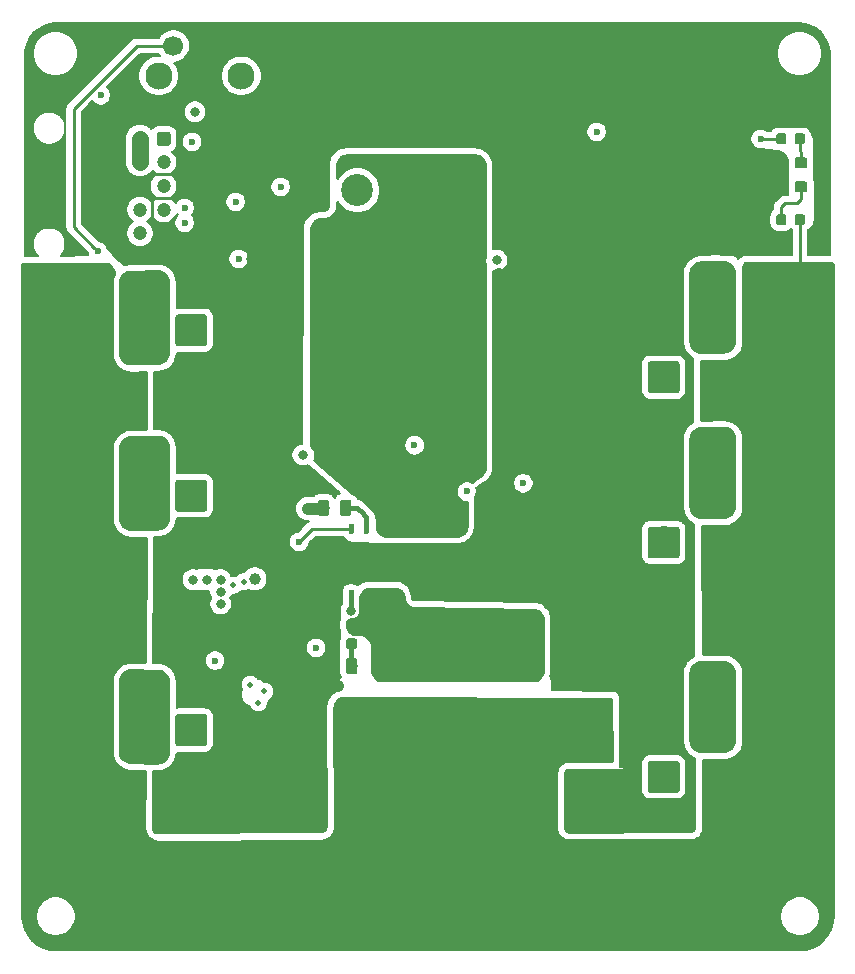
<source format=gbr>
G04 #@! TF.GenerationSoftware,KiCad,Pcbnew,(5.1.0-0)*
G04 #@! TF.CreationDate,2019-05-02T09:23:52-04:00*
G04 #@! TF.ProjectId,Power Board,506f7765-7220-4426-9f61-72642e6b6963,rev?*
G04 #@! TF.SameCoordinates,Original*
G04 #@! TF.FileFunction,Copper,L1,Top*
G04 #@! TF.FilePolarity,Positive*
%FSLAX46Y46*%
G04 Gerber Fmt 4.6, Leading zero omitted, Abs format (unit mm)*
G04 Created by KiCad (PCBNEW (5.1.0-0)) date 2019-05-02 09:23:52*
%MOMM*%
%LPD*%
G04 APERTURE LIST*
%ADD10R,12.830000X2.790000*%
%ADD11C,0.100000*%
%ADD12C,1.250000*%
%ADD13C,0.810000*%
%ADD14C,1.150000*%
%ADD15C,1.110000*%
%ADD16C,0.400000*%
%ADD17C,3.156000*%
%ADD18C,0.410000*%
%ADD19C,1.680000*%
%ADD20C,0.500000*%
%ADD21C,1.200000*%
%ADD22C,0.508000*%
%ADD23C,2.300000*%
%ADD24C,1.700000*%
%ADD25R,1.700000X1.700000*%
%ADD26C,1.100000*%
%ADD27C,2.700000*%
%ADD28C,0.975000*%
%ADD29C,0.950000*%
%ADD30C,0.875000*%
%ADD31C,0.600000*%
%ADD32C,1.000000*%
%ADD33C,0.800000*%
%ADD34C,0.254000*%
%ADD35C,1.000000*%
%ADD36C,0.975000*%
%ADD37C,0.400000*%
%ADD38C,2.000000*%
%ADD39C,1.400000*%
%ADD40C,0.250000*%
%ADD41C,0.127000*%
G04 APERTURE END LIST*
D10*
X115316000Y-98613000D03*
X115316000Y-87823000D03*
D11*
G36*
X139999504Y-90426204D02*
G01*
X140023773Y-90429804D01*
X140047571Y-90435765D01*
X140070671Y-90444030D01*
X140092849Y-90454520D01*
X140113893Y-90467133D01*
X140133598Y-90481747D01*
X140151777Y-90498223D01*
X140168253Y-90516402D01*
X140182867Y-90536107D01*
X140195480Y-90557151D01*
X140205970Y-90579329D01*
X140214235Y-90602429D01*
X140220196Y-90626227D01*
X140223796Y-90650496D01*
X140225000Y-90675000D01*
X140225000Y-91925000D01*
X140223796Y-91949504D01*
X140220196Y-91973773D01*
X140214235Y-91997571D01*
X140205970Y-92020671D01*
X140195480Y-92042849D01*
X140182867Y-92063893D01*
X140168253Y-92083598D01*
X140151777Y-92101777D01*
X140133598Y-92118253D01*
X140113893Y-92132867D01*
X140092849Y-92145480D01*
X140070671Y-92155970D01*
X140047571Y-92164235D01*
X140023773Y-92170196D01*
X139999504Y-92173796D01*
X139975000Y-92175000D01*
X139225000Y-92175000D01*
X139200496Y-92173796D01*
X139176227Y-92170196D01*
X139152429Y-92164235D01*
X139129329Y-92155970D01*
X139107151Y-92145480D01*
X139086107Y-92132867D01*
X139066402Y-92118253D01*
X139048223Y-92101777D01*
X139031747Y-92083598D01*
X139017133Y-92063893D01*
X139004520Y-92042849D01*
X138994030Y-92020671D01*
X138985765Y-91997571D01*
X138979804Y-91973773D01*
X138976204Y-91949504D01*
X138975000Y-91925000D01*
X138975000Y-90675000D01*
X138976204Y-90650496D01*
X138979804Y-90626227D01*
X138985765Y-90602429D01*
X138994030Y-90579329D01*
X139004520Y-90557151D01*
X139017133Y-90536107D01*
X139031747Y-90516402D01*
X139048223Y-90498223D01*
X139066402Y-90481747D01*
X139086107Y-90467133D01*
X139107151Y-90454520D01*
X139129329Y-90444030D01*
X139152429Y-90435765D01*
X139176227Y-90429804D01*
X139200496Y-90426204D01*
X139225000Y-90425000D01*
X139975000Y-90425000D01*
X139999504Y-90426204D01*
X139999504Y-90426204D01*
G37*
D12*
X139600000Y-91300000D03*
D11*
G36*
X137199504Y-90426204D02*
G01*
X137223773Y-90429804D01*
X137247571Y-90435765D01*
X137270671Y-90444030D01*
X137292849Y-90454520D01*
X137313893Y-90467133D01*
X137333598Y-90481747D01*
X137351777Y-90498223D01*
X137368253Y-90516402D01*
X137382867Y-90536107D01*
X137395480Y-90557151D01*
X137405970Y-90579329D01*
X137414235Y-90602429D01*
X137420196Y-90626227D01*
X137423796Y-90650496D01*
X137425000Y-90675000D01*
X137425000Y-91925000D01*
X137423796Y-91949504D01*
X137420196Y-91973773D01*
X137414235Y-91997571D01*
X137405970Y-92020671D01*
X137395480Y-92042849D01*
X137382867Y-92063893D01*
X137368253Y-92083598D01*
X137351777Y-92101777D01*
X137333598Y-92118253D01*
X137313893Y-92132867D01*
X137292849Y-92145480D01*
X137270671Y-92155970D01*
X137247571Y-92164235D01*
X137223773Y-92170196D01*
X137199504Y-92173796D01*
X137175000Y-92175000D01*
X136425000Y-92175000D01*
X136400496Y-92173796D01*
X136376227Y-92170196D01*
X136352429Y-92164235D01*
X136329329Y-92155970D01*
X136307151Y-92145480D01*
X136286107Y-92132867D01*
X136266402Y-92118253D01*
X136248223Y-92101777D01*
X136231747Y-92083598D01*
X136217133Y-92063893D01*
X136204520Y-92042849D01*
X136194030Y-92020671D01*
X136185765Y-91997571D01*
X136179804Y-91973773D01*
X136176204Y-91949504D01*
X136175000Y-91925000D01*
X136175000Y-90675000D01*
X136176204Y-90650496D01*
X136179804Y-90626227D01*
X136185765Y-90602429D01*
X136194030Y-90579329D01*
X136204520Y-90557151D01*
X136217133Y-90536107D01*
X136231747Y-90516402D01*
X136248223Y-90498223D01*
X136266402Y-90481747D01*
X136286107Y-90467133D01*
X136307151Y-90454520D01*
X136329329Y-90444030D01*
X136352429Y-90435765D01*
X136376227Y-90429804D01*
X136400496Y-90426204D01*
X136425000Y-90425000D01*
X137175000Y-90425000D01*
X137199504Y-90426204D01*
X137199504Y-90426204D01*
G37*
D12*
X136800000Y-91300000D03*
D11*
G36*
X139999504Y-70626204D02*
G01*
X140023773Y-70629804D01*
X140047571Y-70635765D01*
X140070671Y-70644030D01*
X140092849Y-70654520D01*
X140113893Y-70667133D01*
X140133598Y-70681747D01*
X140151777Y-70698223D01*
X140168253Y-70716402D01*
X140182867Y-70736107D01*
X140195480Y-70757151D01*
X140205970Y-70779329D01*
X140214235Y-70802429D01*
X140220196Y-70826227D01*
X140223796Y-70850496D01*
X140225000Y-70875000D01*
X140225000Y-72125000D01*
X140223796Y-72149504D01*
X140220196Y-72173773D01*
X140214235Y-72197571D01*
X140205970Y-72220671D01*
X140195480Y-72242849D01*
X140182867Y-72263893D01*
X140168253Y-72283598D01*
X140151777Y-72301777D01*
X140133598Y-72318253D01*
X140113893Y-72332867D01*
X140092849Y-72345480D01*
X140070671Y-72355970D01*
X140047571Y-72364235D01*
X140023773Y-72370196D01*
X139999504Y-72373796D01*
X139975000Y-72375000D01*
X139225000Y-72375000D01*
X139200496Y-72373796D01*
X139176227Y-72370196D01*
X139152429Y-72364235D01*
X139129329Y-72355970D01*
X139107151Y-72345480D01*
X139086107Y-72332867D01*
X139066402Y-72318253D01*
X139048223Y-72301777D01*
X139031747Y-72283598D01*
X139017133Y-72263893D01*
X139004520Y-72242849D01*
X138994030Y-72220671D01*
X138985765Y-72197571D01*
X138979804Y-72173773D01*
X138976204Y-72149504D01*
X138975000Y-72125000D01*
X138975000Y-70875000D01*
X138976204Y-70850496D01*
X138979804Y-70826227D01*
X138985765Y-70802429D01*
X138994030Y-70779329D01*
X139004520Y-70757151D01*
X139017133Y-70736107D01*
X139031747Y-70716402D01*
X139048223Y-70698223D01*
X139066402Y-70681747D01*
X139086107Y-70667133D01*
X139107151Y-70654520D01*
X139129329Y-70644030D01*
X139152429Y-70635765D01*
X139176227Y-70629804D01*
X139200496Y-70626204D01*
X139225000Y-70625000D01*
X139975000Y-70625000D01*
X139999504Y-70626204D01*
X139999504Y-70626204D01*
G37*
D12*
X139600000Y-71500000D03*
D11*
G36*
X137199504Y-70626204D02*
G01*
X137223773Y-70629804D01*
X137247571Y-70635765D01*
X137270671Y-70644030D01*
X137292849Y-70654520D01*
X137313893Y-70667133D01*
X137333598Y-70681747D01*
X137351777Y-70698223D01*
X137368253Y-70716402D01*
X137382867Y-70736107D01*
X137395480Y-70757151D01*
X137405970Y-70779329D01*
X137414235Y-70802429D01*
X137420196Y-70826227D01*
X137423796Y-70850496D01*
X137425000Y-70875000D01*
X137425000Y-72125000D01*
X137423796Y-72149504D01*
X137420196Y-72173773D01*
X137414235Y-72197571D01*
X137405970Y-72220671D01*
X137395480Y-72242849D01*
X137382867Y-72263893D01*
X137368253Y-72283598D01*
X137351777Y-72301777D01*
X137333598Y-72318253D01*
X137313893Y-72332867D01*
X137292849Y-72345480D01*
X137270671Y-72355970D01*
X137247571Y-72364235D01*
X137223773Y-72370196D01*
X137199504Y-72373796D01*
X137175000Y-72375000D01*
X136425000Y-72375000D01*
X136400496Y-72373796D01*
X136376227Y-72370196D01*
X136352429Y-72364235D01*
X136329329Y-72355970D01*
X136307151Y-72345480D01*
X136286107Y-72332867D01*
X136266402Y-72318253D01*
X136248223Y-72301777D01*
X136231747Y-72283598D01*
X136217133Y-72263893D01*
X136204520Y-72242849D01*
X136194030Y-72220671D01*
X136185765Y-72197571D01*
X136179804Y-72173773D01*
X136176204Y-72149504D01*
X136175000Y-72125000D01*
X136175000Y-70875000D01*
X136176204Y-70850496D01*
X136179804Y-70826227D01*
X136185765Y-70802429D01*
X136194030Y-70779329D01*
X136204520Y-70757151D01*
X136217133Y-70736107D01*
X136231747Y-70716402D01*
X136248223Y-70698223D01*
X136266402Y-70681747D01*
X136286107Y-70667133D01*
X136307151Y-70654520D01*
X136329329Y-70644030D01*
X136352429Y-70635765D01*
X136376227Y-70629804D01*
X136400496Y-70626204D01*
X136425000Y-70625000D01*
X137175000Y-70625000D01*
X137199504Y-70626204D01*
X137199504Y-70626204D01*
G37*
D12*
X136800000Y-71500000D03*
D11*
G36*
X139999504Y-56626204D02*
G01*
X140023773Y-56629804D01*
X140047571Y-56635765D01*
X140070671Y-56644030D01*
X140092849Y-56654520D01*
X140113893Y-56667133D01*
X140133598Y-56681747D01*
X140151777Y-56698223D01*
X140168253Y-56716402D01*
X140182867Y-56736107D01*
X140195480Y-56757151D01*
X140205970Y-56779329D01*
X140214235Y-56802429D01*
X140220196Y-56826227D01*
X140223796Y-56850496D01*
X140225000Y-56875000D01*
X140225000Y-58125000D01*
X140223796Y-58149504D01*
X140220196Y-58173773D01*
X140214235Y-58197571D01*
X140205970Y-58220671D01*
X140195480Y-58242849D01*
X140182867Y-58263893D01*
X140168253Y-58283598D01*
X140151777Y-58301777D01*
X140133598Y-58318253D01*
X140113893Y-58332867D01*
X140092849Y-58345480D01*
X140070671Y-58355970D01*
X140047571Y-58364235D01*
X140023773Y-58370196D01*
X139999504Y-58373796D01*
X139975000Y-58375000D01*
X139225000Y-58375000D01*
X139200496Y-58373796D01*
X139176227Y-58370196D01*
X139152429Y-58364235D01*
X139129329Y-58355970D01*
X139107151Y-58345480D01*
X139086107Y-58332867D01*
X139066402Y-58318253D01*
X139048223Y-58301777D01*
X139031747Y-58283598D01*
X139017133Y-58263893D01*
X139004520Y-58242849D01*
X138994030Y-58220671D01*
X138985765Y-58197571D01*
X138979804Y-58173773D01*
X138976204Y-58149504D01*
X138975000Y-58125000D01*
X138975000Y-56875000D01*
X138976204Y-56850496D01*
X138979804Y-56826227D01*
X138985765Y-56802429D01*
X138994030Y-56779329D01*
X139004520Y-56757151D01*
X139017133Y-56736107D01*
X139031747Y-56716402D01*
X139048223Y-56698223D01*
X139066402Y-56681747D01*
X139086107Y-56667133D01*
X139107151Y-56654520D01*
X139129329Y-56644030D01*
X139152429Y-56635765D01*
X139176227Y-56629804D01*
X139200496Y-56626204D01*
X139225000Y-56625000D01*
X139975000Y-56625000D01*
X139999504Y-56626204D01*
X139999504Y-56626204D01*
G37*
D12*
X139600000Y-57500000D03*
D11*
G36*
X137199504Y-56626204D02*
G01*
X137223773Y-56629804D01*
X137247571Y-56635765D01*
X137270671Y-56644030D01*
X137292849Y-56654520D01*
X137313893Y-56667133D01*
X137333598Y-56681747D01*
X137351777Y-56698223D01*
X137368253Y-56716402D01*
X137382867Y-56736107D01*
X137395480Y-56757151D01*
X137405970Y-56779329D01*
X137414235Y-56802429D01*
X137420196Y-56826227D01*
X137423796Y-56850496D01*
X137425000Y-56875000D01*
X137425000Y-58125000D01*
X137423796Y-58149504D01*
X137420196Y-58173773D01*
X137414235Y-58197571D01*
X137405970Y-58220671D01*
X137395480Y-58242849D01*
X137382867Y-58263893D01*
X137368253Y-58283598D01*
X137351777Y-58301777D01*
X137333598Y-58318253D01*
X137313893Y-58332867D01*
X137292849Y-58345480D01*
X137270671Y-58355970D01*
X137247571Y-58364235D01*
X137223773Y-58370196D01*
X137199504Y-58373796D01*
X137175000Y-58375000D01*
X136425000Y-58375000D01*
X136400496Y-58373796D01*
X136376227Y-58370196D01*
X136352429Y-58364235D01*
X136329329Y-58355970D01*
X136307151Y-58345480D01*
X136286107Y-58332867D01*
X136266402Y-58318253D01*
X136248223Y-58301777D01*
X136231747Y-58283598D01*
X136217133Y-58263893D01*
X136204520Y-58242849D01*
X136194030Y-58220671D01*
X136185765Y-58197571D01*
X136179804Y-58173773D01*
X136176204Y-58149504D01*
X136175000Y-58125000D01*
X136175000Y-56875000D01*
X136176204Y-56850496D01*
X136179804Y-56826227D01*
X136185765Y-56802429D01*
X136194030Y-56779329D01*
X136204520Y-56757151D01*
X136217133Y-56736107D01*
X136231747Y-56716402D01*
X136248223Y-56698223D01*
X136266402Y-56681747D01*
X136286107Y-56667133D01*
X136307151Y-56654520D01*
X136329329Y-56644030D01*
X136352429Y-56635765D01*
X136376227Y-56629804D01*
X136400496Y-56626204D01*
X136425000Y-56625000D01*
X137175000Y-56625000D01*
X137199504Y-56626204D01*
X137199504Y-56626204D01*
G37*
D12*
X136800000Y-57500000D03*
D11*
G36*
X85099504Y-91126204D02*
G01*
X85123773Y-91129804D01*
X85147571Y-91135765D01*
X85170671Y-91144030D01*
X85192849Y-91154520D01*
X85213893Y-91167133D01*
X85233598Y-91181747D01*
X85251777Y-91198223D01*
X85268253Y-91216402D01*
X85282867Y-91236107D01*
X85295480Y-91257151D01*
X85305970Y-91279329D01*
X85314235Y-91302429D01*
X85320196Y-91326227D01*
X85323796Y-91350496D01*
X85325000Y-91375000D01*
X85325000Y-92625000D01*
X85323796Y-92649504D01*
X85320196Y-92673773D01*
X85314235Y-92697571D01*
X85305970Y-92720671D01*
X85295480Y-92742849D01*
X85282867Y-92763893D01*
X85268253Y-92783598D01*
X85251777Y-92801777D01*
X85233598Y-92818253D01*
X85213893Y-92832867D01*
X85192849Y-92845480D01*
X85170671Y-92855970D01*
X85147571Y-92864235D01*
X85123773Y-92870196D01*
X85099504Y-92873796D01*
X85075000Y-92875000D01*
X84325000Y-92875000D01*
X84300496Y-92873796D01*
X84276227Y-92870196D01*
X84252429Y-92864235D01*
X84229329Y-92855970D01*
X84207151Y-92845480D01*
X84186107Y-92832867D01*
X84166402Y-92818253D01*
X84148223Y-92801777D01*
X84131747Y-92783598D01*
X84117133Y-92763893D01*
X84104520Y-92742849D01*
X84094030Y-92720671D01*
X84085765Y-92697571D01*
X84079804Y-92673773D01*
X84076204Y-92649504D01*
X84075000Y-92625000D01*
X84075000Y-91375000D01*
X84076204Y-91350496D01*
X84079804Y-91326227D01*
X84085765Y-91302429D01*
X84094030Y-91279329D01*
X84104520Y-91257151D01*
X84117133Y-91236107D01*
X84131747Y-91216402D01*
X84148223Y-91198223D01*
X84166402Y-91181747D01*
X84186107Y-91167133D01*
X84207151Y-91154520D01*
X84229329Y-91144030D01*
X84252429Y-91135765D01*
X84276227Y-91129804D01*
X84300496Y-91126204D01*
X84325000Y-91125000D01*
X85075000Y-91125000D01*
X85099504Y-91126204D01*
X85099504Y-91126204D01*
G37*
D12*
X84700000Y-92000000D03*
D11*
G36*
X87899504Y-91126204D02*
G01*
X87923773Y-91129804D01*
X87947571Y-91135765D01*
X87970671Y-91144030D01*
X87992849Y-91154520D01*
X88013893Y-91167133D01*
X88033598Y-91181747D01*
X88051777Y-91198223D01*
X88068253Y-91216402D01*
X88082867Y-91236107D01*
X88095480Y-91257151D01*
X88105970Y-91279329D01*
X88114235Y-91302429D01*
X88120196Y-91326227D01*
X88123796Y-91350496D01*
X88125000Y-91375000D01*
X88125000Y-92625000D01*
X88123796Y-92649504D01*
X88120196Y-92673773D01*
X88114235Y-92697571D01*
X88105970Y-92720671D01*
X88095480Y-92742849D01*
X88082867Y-92763893D01*
X88068253Y-92783598D01*
X88051777Y-92801777D01*
X88033598Y-92818253D01*
X88013893Y-92832867D01*
X87992849Y-92845480D01*
X87970671Y-92855970D01*
X87947571Y-92864235D01*
X87923773Y-92870196D01*
X87899504Y-92873796D01*
X87875000Y-92875000D01*
X87125000Y-92875000D01*
X87100496Y-92873796D01*
X87076227Y-92870196D01*
X87052429Y-92864235D01*
X87029329Y-92855970D01*
X87007151Y-92845480D01*
X86986107Y-92832867D01*
X86966402Y-92818253D01*
X86948223Y-92801777D01*
X86931747Y-92783598D01*
X86917133Y-92763893D01*
X86904520Y-92742849D01*
X86894030Y-92720671D01*
X86885765Y-92697571D01*
X86879804Y-92673773D01*
X86876204Y-92649504D01*
X86875000Y-92625000D01*
X86875000Y-91375000D01*
X86876204Y-91350496D01*
X86879804Y-91326227D01*
X86885765Y-91302429D01*
X86894030Y-91279329D01*
X86904520Y-91257151D01*
X86917133Y-91236107D01*
X86931747Y-91216402D01*
X86948223Y-91198223D01*
X86966402Y-91181747D01*
X86986107Y-91167133D01*
X87007151Y-91154520D01*
X87029329Y-91144030D01*
X87052429Y-91135765D01*
X87076227Y-91129804D01*
X87100496Y-91126204D01*
X87125000Y-91125000D01*
X87875000Y-91125000D01*
X87899504Y-91126204D01*
X87899504Y-91126204D01*
G37*
D12*
X87500000Y-92000000D03*
D11*
G36*
X85099504Y-71326204D02*
G01*
X85123773Y-71329804D01*
X85147571Y-71335765D01*
X85170671Y-71344030D01*
X85192849Y-71354520D01*
X85213893Y-71367133D01*
X85233598Y-71381747D01*
X85251777Y-71398223D01*
X85268253Y-71416402D01*
X85282867Y-71436107D01*
X85295480Y-71457151D01*
X85305970Y-71479329D01*
X85314235Y-71502429D01*
X85320196Y-71526227D01*
X85323796Y-71550496D01*
X85325000Y-71575000D01*
X85325000Y-72825000D01*
X85323796Y-72849504D01*
X85320196Y-72873773D01*
X85314235Y-72897571D01*
X85305970Y-72920671D01*
X85295480Y-72942849D01*
X85282867Y-72963893D01*
X85268253Y-72983598D01*
X85251777Y-73001777D01*
X85233598Y-73018253D01*
X85213893Y-73032867D01*
X85192849Y-73045480D01*
X85170671Y-73055970D01*
X85147571Y-73064235D01*
X85123773Y-73070196D01*
X85099504Y-73073796D01*
X85075000Y-73075000D01*
X84325000Y-73075000D01*
X84300496Y-73073796D01*
X84276227Y-73070196D01*
X84252429Y-73064235D01*
X84229329Y-73055970D01*
X84207151Y-73045480D01*
X84186107Y-73032867D01*
X84166402Y-73018253D01*
X84148223Y-73001777D01*
X84131747Y-72983598D01*
X84117133Y-72963893D01*
X84104520Y-72942849D01*
X84094030Y-72920671D01*
X84085765Y-72897571D01*
X84079804Y-72873773D01*
X84076204Y-72849504D01*
X84075000Y-72825000D01*
X84075000Y-71575000D01*
X84076204Y-71550496D01*
X84079804Y-71526227D01*
X84085765Y-71502429D01*
X84094030Y-71479329D01*
X84104520Y-71457151D01*
X84117133Y-71436107D01*
X84131747Y-71416402D01*
X84148223Y-71398223D01*
X84166402Y-71381747D01*
X84186107Y-71367133D01*
X84207151Y-71354520D01*
X84229329Y-71344030D01*
X84252429Y-71335765D01*
X84276227Y-71329804D01*
X84300496Y-71326204D01*
X84325000Y-71325000D01*
X85075000Y-71325000D01*
X85099504Y-71326204D01*
X85099504Y-71326204D01*
G37*
D12*
X84700000Y-72200000D03*
D11*
G36*
X87899504Y-71326204D02*
G01*
X87923773Y-71329804D01*
X87947571Y-71335765D01*
X87970671Y-71344030D01*
X87992849Y-71354520D01*
X88013893Y-71367133D01*
X88033598Y-71381747D01*
X88051777Y-71398223D01*
X88068253Y-71416402D01*
X88082867Y-71436107D01*
X88095480Y-71457151D01*
X88105970Y-71479329D01*
X88114235Y-71502429D01*
X88120196Y-71526227D01*
X88123796Y-71550496D01*
X88125000Y-71575000D01*
X88125000Y-72825000D01*
X88123796Y-72849504D01*
X88120196Y-72873773D01*
X88114235Y-72897571D01*
X88105970Y-72920671D01*
X88095480Y-72942849D01*
X88082867Y-72963893D01*
X88068253Y-72983598D01*
X88051777Y-73001777D01*
X88033598Y-73018253D01*
X88013893Y-73032867D01*
X87992849Y-73045480D01*
X87970671Y-73055970D01*
X87947571Y-73064235D01*
X87923773Y-73070196D01*
X87899504Y-73073796D01*
X87875000Y-73075000D01*
X87125000Y-73075000D01*
X87100496Y-73073796D01*
X87076227Y-73070196D01*
X87052429Y-73064235D01*
X87029329Y-73055970D01*
X87007151Y-73045480D01*
X86986107Y-73032867D01*
X86966402Y-73018253D01*
X86948223Y-73001777D01*
X86931747Y-72983598D01*
X86917133Y-72963893D01*
X86904520Y-72942849D01*
X86894030Y-72920671D01*
X86885765Y-72897571D01*
X86879804Y-72873773D01*
X86876204Y-72849504D01*
X86875000Y-72825000D01*
X86875000Y-71575000D01*
X86876204Y-71550496D01*
X86879804Y-71526227D01*
X86885765Y-71502429D01*
X86894030Y-71479329D01*
X86904520Y-71457151D01*
X86917133Y-71436107D01*
X86931747Y-71416402D01*
X86948223Y-71398223D01*
X86966402Y-71381747D01*
X86986107Y-71367133D01*
X87007151Y-71354520D01*
X87029329Y-71344030D01*
X87052429Y-71335765D01*
X87076227Y-71329804D01*
X87100496Y-71326204D01*
X87125000Y-71325000D01*
X87875000Y-71325000D01*
X87899504Y-71326204D01*
X87899504Y-71326204D01*
G37*
D12*
X87500000Y-72200000D03*
D11*
G36*
X85099504Y-57326204D02*
G01*
X85123773Y-57329804D01*
X85147571Y-57335765D01*
X85170671Y-57344030D01*
X85192849Y-57354520D01*
X85213893Y-57367133D01*
X85233598Y-57381747D01*
X85251777Y-57398223D01*
X85268253Y-57416402D01*
X85282867Y-57436107D01*
X85295480Y-57457151D01*
X85305970Y-57479329D01*
X85314235Y-57502429D01*
X85320196Y-57526227D01*
X85323796Y-57550496D01*
X85325000Y-57575000D01*
X85325000Y-58825000D01*
X85323796Y-58849504D01*
X85320196Y-58873773D01*
X85314235Y-58897571D01*
X85305970Y-58920671D01*
X85295480Y-58942849D01*
X85282867Y-58963893D01*
X85268253Y-58983598D01*
X85251777Y-59001777D01*
X85233598Y-59018253D01*
X85213893Y-59032867D01*
X85192849Y-59045480D01*
X85170671Y-59055970D01*
X85147571Y-59064235D01*
X85123773Y-59070196D01*
X85099504Y-59073796D01*
X85075000Y-59075000D01*
X84325000Y-59075000D01*
X84300496Y-59073796D01*
X84276227Y-59070196D01*
X84252429Y-59064235D01*
X84229329Y-59055970D01*
X84207151Y-59045480D01*
X84186107Y-59032867D01*
X84166402Y-59018253D01*
X84148223Y-59001777D01*
X84131747Y-58983598D01*
X84117133Y-58963893D01*
X84104520Y-58942849D01*
X84094030Y-58920671D01*
X84085765Y-58897571D01*
X84079804Y-58873773D01*
X84076204Y-58849504D01*
X84075000Y-58825000D01*
X84075000Y-57575000D01*
X84076204Y-57550496D01*
X84079804Y-57526227D01*
X84085765Y-57502429D01*
X84094030Y-57479329D01*
X84104520Y-57457151D01*
X84117133Y-57436107D01*
X84131747Y-57416402D01*
X84148223Y-57398223D01*
X84166402Y-57381747D01*
X84186107Y-57367133D01*
X84207151Y-57354520D01*
X84229329Y-57344030D01*
X84252429Y-57335765D01*
X84276227Y-57329804D01*
X84300496Y-57326204D01*
X84325000Y-57325000D01*
X85075000Y-57325000D01*
X85099504Y-57326204D01*
X85099504Y-57326204D01*
G37*
D12*
X84700000Y-58200000D03*
D11*
G36*
X87899504Y-57326204D02*
G01*
X87923773Y-57329804D01*
X87947571Y-57335765D01*
X87970671Y-57344030D01*
X87992849Y-57354520D01*
X88013893Y-57367133D01*
X88033598Y-57381747D01*
X88051777Y-57398223D01*
X88068253Y-57416402D01*
X88082867Y-57436107D01*
X88095480Y-57457151D01*
X88105970Y-57479329D01*
X88114235Y-57502429D01*
X88120196Y-57526227D01*
X88123796Y-57550496D01*
X88125000Y-57575000D01*
X88125000Y-58825000D01*
X88123796Y-58849504D01*
X88120196Y-58873773D01*
X88114235Y-58897571D01*
X88105970Y-58920671D01*
X88095480Y-58942849D01*
X88082867Y-58963893D01*
X88068253Y-58983598D01*
X88051777Y-59001777D01*
X88033598Y-59018253D01*
X88013893Y-59032867D01*
X87992849Y-59045480D01*
X87970671Y-59055970D01*
X87947571Y-59064235D01*
X87923773Y-59070196D01*
X87899504Y-59073796D01*
X87875000Y-59075000D01*
X87125000Y-59075000D01*
X87100496Y-59073796D01*
X87076227Y-59070196D01*
X87052429Y-59064235D01*
X87029329Y-59055970D01*
X87007151Y-59045480D01*
X86986107Y-59032867D01*
X86966402Y-59018253D01*
X86948223Y-59001777D01*
X86931747Y-58983598D01*
X86917133Y-58963893D01*
X86904520Y-58942849D01*
X86894030Y-58920671D01*
X86885765Y-58897571D01*
X86879804Y-58873773D01*
X86876204Y-58849504D01*
X86875000Y-58825000D01*
X86875000Y-57575000D01*
X86876204Y-57550496D01*
X86879804Y-57526227D01*
X86885765Y-57502429D01*
X86894030Y-57479329D01*
X86904520Y-57457151D01*
X86917133Y-57436107D01*
X86931747Y-57416402D01*
X86948223Y-57398223D01*
X86966402Y-57381747D01*
X86986107Y-57367133D01*
X87007151Y-57354520D01*
X87029329Y-57344030D01*
X87052429Y-57335765D01*
X87076227Y-57329804D01*
X87100496Y-57326204D01*
X87125000Y-57325000D01*
X87875000Y-57325000D01*
X87899504Y-57326204D01*
X87899504Y-57326204D01*
G37*
D12*
X87500000Y-58200000D03*
D11*
G36*
X109506702Y-78334242D02*
G01*
X109511577Y-78334965D01*
X109516358Y-78336162D01*
X109520998Y-78337823D01*
X109525454Y-78339930D01*
X109529681Y-78342464D01*
X109533639Y-78345399D01*
X109537291Y-78348709D01*
X109540601Y-78352361D01*
X109543536Y-78356319D01*
X109546070Y-78360546D01*
X109548177Y-78365002D01*
X109549838Y-78369642D01*
X109551035Y-78374423D01*
X109551758Y-78379298D01*
X109552000Y-78384220D01*
X109552000Y-79093780D01*
X109551758Y-79098702D01*
X109551035Y-79103577D01*
X109549838Y-79108358D01*
X109548177Y-79112998D01*
X109546070Y-79117454D01*
X109543536Y-79121681D01*
X109540601Y-79125639D01*
X109537291Y-79129291D01*
X109533639Y-79132601D01*
X109529681Y-79135536D01*
X109525454Y-79138070D01*
X109520998Y-79140177D01*
X109516358Y-79141838D01*
X109511577Y-79143035D01*
X109506702Y-79143758D01*
X109501780Y-79144000D01*
X107922220Y-79144000D01*
X107917298Y-79143758D01*
X107912423Y-79143035D01*
X107907642Y-79141838D01*
X107903002Y-79140177D01*
X107898546Y-79138070D01*
X107894319Y-79135536D01*
X107890361Y-79132601D01*
X107886709Y-79129291D01*
X107883399Y-79125639D01*
X107880464Y-79121681D01*
X107877930Y-79117454D01*
X107875823Y-79112998D01*
X107874162Y-79108358D01*
X107872965Y-79103577D01*
X107872242Y-79098702D01*
X107872000Y-79093780D01*
X107872000Y-78384220D01*
X107872242Y-78379298D01*
X107872965Y-78374423D01*
X107874162Y-78369642D01*
X107875823Y-78365002D01*
X107877930Y-78360546D01*
X107880464Y-78356319D01*
X107883399Y-78352361D01*
X107886709Y-78348709D01*
X107890361Y-78345399D01*
X107894319Y-78342464D01*
X107898546Y-78339930D01*
X107903002Y-78337823D01*
X107907642Y-78336162D01*
X107912423Y-78334965D01*
X107917298Y-78334242D01*
X107922220Y-78334000D01*
X109501780Y-78334000D01*
X109506702Y-78334242D01*
X109506702Y-78334242D01*
G37*
D13*
X108712000Y-78739000D03*
D11*
G36*
X106564472Y-80094227D02*
G01*
X106569049Y-80094906D01*
X106573538Y-80096030D01*
X106577894Y-80097589D01*
X106582077Y-80099567D01*
X106586046Y-80101946D01*
X106589762Y-80104702D01*
X106593190Y-80107810D01*
X106596298Y-80111238D01*
X106599054Y-80114954D01*
X106601433Y-80118923D01*
X106603411Y-80123106D01*
X106604970Y-80127462D01*
X106606094Y-80131951D01*
X106606773Y-80136528D01*
X106607000Y-80141149D01*
X106607000Y-81356851D01*
X106606773Y-81361472D01*
X106606094Y-81366049D01*
X106604970Y-81370538D01*
X106603411Y-81374894D01*
X106601433Y-81379077D01*
X106599054Y-81383046D01*
X106596298Y-81386762D01*
X106593190Y-81390190D01*
X106589762Y-81393298D01*
X106586046Y-81396054D01*
X106582077Y-81398433D01*
X106577894Y-81400411D01*
X106573538Y-81401970D01*
X106569049Y-81403094D01*
X106564472Y-81403773D01*
X106559851Y-81404000D01*
X105504149Y-81404000D01*
X105499528Y-81403773D01*
X105494951Y-81403094D01*
X105490462Y-81401970D01*
X105486106Y-81400411D01*
X105481923Y-81398433D01*
X105477954Y-81396054D01*
X105474238Y-81393298D01*
X105470810Y-81390190D01*
X105467702Y-81386762D01*
X105464946Y-81383046D01*
X105462567Y-81379077D01*
X105460589Y-81374894D01*
X105459030Y-81370538D01*
X105457906Y-81366049D01*
X105457227Y-81361472D01*
X105457000Y-81356851D01*
X105457000Y-80141149D01*
X105457227Y-80136528D01*
X105457906Y-80131951D01*
X105459030Y-80127462D01*
X105460589Y-80123106D01*
X105462567Y-80118923D01*
X105464946Y-80114954D01*
X105467702Y-80111238D01*
X105470810Y-80107810D01*
X105474238Y-80104702D01*
X105477954Y-80101946D01*
X105481923Y-80099567D01*
X105486106Y-80097589D01*
X105490462Y-80096030D01*
X105494951Y-80094906D01*
X105499528Y-80094227D01*
X105504149Y-80094000D01*
X106559851Y-80094000D01*
X106564472Y-80094227D01*
X106564472Y-80094227D01*
G37*
D14*
X106032000Y-80749000D03*
D11*
G36*
X106564472Y-81664227D02*
G01*
X106569049Y-81664906D01*
X106573538Y-81666030D01*
X106577894Y-81667589D01*
X106582077Y-81669567D01*
X106586046Y-81671946D01*
X106589762Y-81674702D01*
X106593190Y-81677810D01*
X106596298Y-81681238D01*
X106599054Y-81684954D01*
X106601433Y-81688923D01*
X106603411Y-81693106D01*
X106604970Y-81697462D01*
X106606094Y-81701951D01*
X106606773Y-81706528D01*
X106607000Y-81711149D01*
X106607000Y-82926851D01*
X106606773Y-82931472D01*
X106606094Y-82936049D01*
X106604970Y-82940538D01*
X106603411Y-82944894D01*
X106601433Y-82949077D01*
X106599054Y-82953046D01*
X106596298Y-82956762D01*
X106593190Y-82960190D01*
X106589762Y-82963298D01*
X106586046Y-82966054D01*
X106582077Y-82968433D01*
X106577894Y-82970411D01*
X106573538Y-82971970D01*
X106569049Y-82973094D01*
X106564472Y-82973773D01*
X106559851Y-82974000D01*
X105504149Y-82974000D01*
X105499528Y-82973773D01*
X105494951Y-82973094D01*
X105490462Y-82971970D01*
X105486106Y-82970411D01*
X105481923Y-82968433D01*
X105477954Y-82966054D01*
X105474238Y-82963298D01*
X105470810Y-82960190D01*
X105467702Y-82956762D01*
X105464946Y-82953046D01*
X105462567Y-82949077D01*
X105460589Y-82944894D01*
X105459030Y-82940538D01*
X105457906Y-82936049D01*
X105457227Y-82931472D01*
X105457000Y-82926851D01*
X105457000Y-81711149D01*
X105457227Y-81706528D01*
X105457906Y-81701951D01*
X105459030Y-81697462D01*
X105460589Y-81693106D01*
X105462567Y-81688923D01*
X105464946Y-81684954D01*
X105467702Y-81681238D01*
X105470810Y-81677810D01*
X105474238Y-81674702D01*
X105477954Y-81671946D01*
X105481923Y-81669567D01*
X105486106Y-81667589D01*
X105490462Y-81666030D01*
X105494951Y-81664906D01*
X105499528Y-81664227D01*
X105504149Y-81664000D01*
X106559851Y-81664000D01*
X106564472Y-81664227D01*
X106564472Y-81664227D01*
G37*
D14*
X106032000Y-82319000D03*
D11*
G36*
X109384472Y-81664227D02*
G01*
X109389049Y-81664906D01*
X109393538Y-81666030D01*
X109397894Y-81667589D01*
X109402077Y-81669567D01*
X109406046Y-81671946D01*
X109409762Y-81674702D01*
X109413190Y-81677810D01*
X109416298Y-81681238D01*
X109419054Y-81684954D01*
X109421433Y-81688923D01*
X109423411Y-81693106D01*
X109424970Y-81697462D01*
X109426094Y-81701951D01*
X109426773Y-81706528D01*
X109427000Y-81711149D01*
X109427000Y-82926851D01*
X109426773Y-82931472D01*
X109426094Y-82936049D01*
X109424970Y-82940538D01*
X109423411Y-82944894D01*
X109421433Y-82949077D01*
X109419054Y-82953046D01*
X109416298Y-82956762D01*
X109413190Y-82960190D01*
X109409762Y-82963298D01*
X109406046Y-82966054D01*
X109402077Y-82968433D01*
X109397894Y-82970411D01*
X109393538Y-82971970D01*
X109389049Y-82973094D01*
X109384472Y-82973773D01*
X109379851Y-82974000D01*
X108324149Y-82974000D01*
X108319528Y-82973773D01*
X108314951Y-82973094D01*
X108310462Y-82971970D01*
X108306106Y-82970411D01*
X108301923Y-82968433D01*
X108297954Y-82966054D01*
X108294238Y-82963298D01*
X108290810Y-82960190D01*
X108287702Y-82956762D01*
X108284946Y-82953046D01*
X108282567Y-82949077D01*
X108280589Y-82944894D01*
X108279030Y-82940538D01*
X108277906Y-82936049D01*
X108277227Y-82931472D01*
X108277000Y-82926851D01*
X108277000Y-81711149D01*
X108277227Y-81706528D01*
X108277906Y-81701951D01*
X108279030Y-81697462D01*
X108280589Y-81693106D01*
X108282567Y-81688923D01*
X108284946Y-81684954D01*
X108287702Y-81681238D01*
X108290810Y-81677810D01*
X108294238Y-81674702D01*
X108297954Y-81671946D01*
X108301923Y-81669567D01*
X108306106Y-81667589D01*
X108310462Y-81666030D01*
X108314951Y-81664906D01*
X108319528Y-81664227D01*
X108324149Y-81664000D01*
X109379851Y-81664000D01*
X109384472Y-81664227D01*
X109384472Y-81664227D01*
G37*
D14*
X108852000Y-82319000D03*
D11*
G36*
X109365952Y-80094219D02*
G01*
X109370369Y-80094874D01*
X109374702Y-80095960D01*
X109378907Y-80097464D01*
X109382944Y-80099374D01*
X109386774Y-80101670D01*
X109390362Y-80104330D01*
X109393671Y-80107329D01*
X109396670Y-80110638D01*
X109399330Y-80114226D01*
X109401626Y-80118056D01*
X109403536Y-80122093D01*
X109405040Y-80126298D01*
X109406126Y-80130631D01*
X109406781Y-80135048D01*
X109407000Y-80139509D01*
X109407000Y-81358491D01*
X109406781Y-81362952D01*
X109406126Y-81367369D01*
X109405040Y-81371702D01*
X109403536Y-81375907D01*
X109401626Y-81379944D01*
X109399330Y-81383774D01*
X109396670Y-81387362D01*
X109393671Y-81390671D01*
X109390362Y-81393670D01*
X109386774Y-81396330D01*
X109382944Y-81398626D01*
X109378907Y-81400536D01*
X109374702Y-81402040D01*
X109370369Y-81403126D01*
X109365952Y-81403781D01*
X109361491Y-81404000D01*
X108342509Y-81404000D01*
X108338048Y-81403781D01*
X108333631Y-81403126D01*
X108329298Y-81402040D01*
X108325093Y-81400536D01*
X108321056Y-81398626D01*
X108317226Y-81396330D01*
X108313638Y-81393670D01*
X108310329Y-81390671D01*
X108307330Y-81387362D01*
X108304670Y-81383774D01*
X108302374Y-81379944D01*
X108300464Y-81375907D01*
X108298960Y-81371702D01*
X108297874Y-81367369D01*
X108297219Y-81362952D01*
X108297000Y-81358491D01*
X108297000Y-80139509D01*
X108297219Y-80135048D01*
X108297874Y-80130631D01*
X108298960Y-80126298D01*
X108300464Y-80122093D01*
X108302374Y-80118056D01*
X108304670Y-80114226D01*
X108307330Y-80110638D01*
X108310329Y-80107329D01*
X108313638Y-80104330D01*
X108317226Y-80101670D01*
X108321056Y-80099374D01*
X108325093Y-80097464D01*
X108329298Y-80095960D01*
X108333631Y-80094874D01*
X108338048Y-80094219D01*
X108342509Y-80094000D01*
X109361491Y-80094000D01*
X109365952Y-80094219D01*
X109365952Y-80094219D01*
G37*
D15*
X108852000Y-80749000D03*
D11*
G36*
X107974472Y-80094227D02*
G01*
X107979049Y-80094906D01*
X107983538Y-80096030D01*
X107987894Y-80097589D01*
X107992077Y-80099567D01*
X107996046Y-80101946D01*
X107999762Y-80104702D01*
X108003190Y-80107810D01*
X108006298Y-80111238D01*
X108009054Y-80114954D01*
X108011433Y-80118923D01*
X108013411Y-80123106D01*
X108014970Y-80127462D01*
X108016094Y-80131951D01*
X108016773Y-80136528D01*
X108017000Y-80141149D01*
X108017000Y-81356851D01*
X108016773Y-81361472D01*
X108016094Y-81366049D01*
X108014970Y-81370538D01*
X108013411Y-81374894D01*
X108011433Y-81379077D01*
X108009054Y-81383046D01*
X108006298Y-81386762D01*
X108003190Y-81390190D01*
X107999762Y-81393298D01*
X107996046Y-81396054D01*
X107992077Y-81398433D01*
X107987894Y-81400411D01*
X107983538Y-81401970D01*
X107979049Y-81403094D01*
X107974472Y-81403773D01*
X107969851Y-81404000D01*
X106914149Y-81404000D01*
X106909528Y-81403773D01*
X106904951Y-81403094D01*
X106900462Y-81401970D01*
X106896106Y-81400411D01*
X106891923Y-81398433D01*
X106887954Y-81396054D01*
X106884238Y-81393298D01*
X106880810Y-81390190D01*
X106877702Y-81386762D01*
X106874946Y-81383046D01*
X106872567Y-81379077D01*
X106870589Y-81374894D01*
X106869030Y-81370538D01*
X106867906Y-81366049D01*
X106867227Y-81361472D01*
X106867000Y-81356851D01*
X106867000Y-80141149D01*
X106867227Y-80136528D01*
X106867906Y-80131951D01*
X106869030Y-80127462D01*
X106870589Y-80123106D01*
X106872567Y-80118923D01*
X106874946Y-80114954D01*
X106877702Y-80111238D01*
X106880810Y-80107810D01*
X106884238Y-80104702D01*
X106887954Y-80101946D01*
X106891923Y-80099567D01*
X106896106Y-80097589D01*
X106900462Y-80096030D01*
X106904951Y-80094906D01*
X106909528Y-80094227D01*
X106914149Y-80094000D01*
X107969851Y-80094000D01*
X107974472Y-80094227D01*
X107974472Y-80094227D01*
G37*
D14*
X107442000Y-80749000D03*
D11*
G36*
X107974472Y-81664227D02*
G01*
X107979049Y-81664906D01*
X107983538Y-81666030D01*
X107987894Y-81667589D01*
X107992077Y-81669567D01*
X107996046Y-81671946D01*
X107999762Y-81674702D01*
X108003190Y-81677810D01*
X108006298Y-81681238D01*
X108009054Y-81684954D01*
X108011433Y-81688923D01*
X108013411Y-81693106D01*
X108014970Y-81697462D01*
X108016094Y-81701951D01*
X108016773Y-81706528D01*
X108017000Y-81711149D01*
X108017000Y-82926851D01*
X108016773Y-82931472D01*
X108016094Y-82936049D01*
X108014970Y-82940538D01*
X108013411Y-82944894D01*
X108011433Y-82949077D01*
X108009054Y-82953046D01*
X108006298Y-82956762D01*
X108003190Y-82960190D01*
X107999762Y-82963298D01*
X107996046Y-82966054D01*
X107992077Y-82968433D01*
X107987894Y-82970411D01*
X107983538Y-82971970D01*
X107979049Y-82973094D01*
X107974472Y-82973773D01*
X107969851Y-82974000D01*
X106914149Y-82974000D01*
X106909528Y-82973773D01*
X106904951Y-82973094D01*
X106900462Y-82971970D01*
X106896106Y-82970411D01*
X106891923Y-82968433D01*
X106887954Y-82966054D01*
X106884238Y-82963298D01*
X106880810Y-82960190D01*
X106877702Y-82956762D01*
X106874946Y-82953046D01*
X106872567Y-82949077D01*
X106870589Y-82944894D01*
X106869030Y-82940538D01*
X106867906Y-82936049D01*
X106867227Y-82931472D01*
X106867000Y-82926851D01*
X106867000Y-81711149D01*
X106867227Y-81706528D01*
X106867906Y-81701951D01*
X106869030Y-81697462D01*
X106870589Y-81693106D01*
X106872567Y-81688923D01*
X106874946Y-81684954D01*
X106877702Y-81681238D01*
X106880810Y-81677810D01*
X106884238Y-81674702D01*
X106887954Y-81671946D01*
X106891923Y-81669567D01*
X106896106Y-81667589D01*
X106900462Y-81666030D01*
X106904951Y-81664906D01*
X106909528Y-81664227D01*
X106914149Y-81664000D01*
X107969851Y-81664000D01*
X107974472Y-81664227D01*
X107974472Y-81664227D01*
G37*
D14*
X107442000Y-82319000D03*
D16*
X105532000Y-81534000D03*
X106737000Y-82862000D03*
X106737000Y-81534000D03*
X106737000Y-80206000D03*
X108147000Y-80206000D03*
X108147000Y-82862000D03*
X109352000Y-81534000D03*
X108147000Y-81534000D03*
D11*
G36*
X109555953Y-79956243D02*
G01*
X109560855Y-79956970D01*
X109565662Y-79958174D01*
X109570328Y-79959844D01*
X109574808Y-79961963D01*
X109579058Y-79964510D01*
X109583038Y-79967462D01*
X109586710Y-79970790D01*
X109590038Y-79974462D01*
X109592990Y-79978442D01*
X109595537Y-79982692D01*
X109597656Y-79987172D01*
X109599326Y-79991838D01*
X109600530Y-79996645D01*
X109601257Y-80001547D01*
X109601500Y-80006496D01*
X109601500Y-83061504D01*
X109601257Y-83066453D01*
X109600530Y-83071355D01*
X109599326Y-83076162D01*
X109597656Y-83080828D01*
X109595537Y-83085308D01*
X109592990Y-83089558D01*
X109590038Y-83093538D01*
X109586710Y-83097210D01*
X109583038Y-83100538D01*
X109579058Y-83103490D01*
X109574808Y-83106037D01*
X109570328Y-83108156D01*
X109565662Y-83109826D01*
X109560855Y-83111030D01*
X109555953Y-83111757D01*
X109551004Y-83112000D01*
X105332996Y-83112000D01*
X105328047Y-83111757D01*
X105323145Y-83111030D01*
X105318338Y-83109826D01*
X105313672Y-83108156D01*
X105309192Y-83106037D01*
X105304942Y-83103490D01*
X105300962Y-83100538D01*
X105297290Y-83097210D01*
X105293962Y-83093538D01*
X105291010Y-83089558D01*
X105288463Y-83085308D01*
X105286344Y-83080828D01*
X105284674Y-83076162D01*
X105283470Y-83071355D01*
X105282743Y-83066453D01*
X105282500Y-83061504D01*
X105282500Y-80006496D01*
X105282743Y-80001547D01*
X105283470Y-79996645D01*
X105284674Y-79991838D01*
X105286344Y-79987172D01*
X105288463Y-79982692D01*
X105291010Y-79978442D01*
X105293962Y-79974462D01*
X105297290Y-79970790D01*
X105300962Y-79967462D01*
X105304942Y-79964510D01*
X105309192Y-79961963D01*
X105313672Y-79959844D01*
X105318338Y-79958174D01*
X105323145Y-79956970D01*
X105328047Y-79956243D01*
X105332996Y-79956000D01*
X109551004Y-79956000D01*
X109555953Y-79956243D01*
X109555953Y-79956243D01*
G37*
D17*
X107442000Y-81534000D03*
D11*
G36*
X109506883Y-83924241D02*
G01*
X109511738Y-83924961D01*
X109516500Y-83926154D01*
X109521122Y-83927808D01*
X109525559Y-83929906D01*
X109529770Y-83932430D01*
X109533712Y-83935354D01*
X109537349Y-83938651D01*
X109540646Y-83942288D01*
X109543570Y-83946230D01*
X109546094Y-83950441D01*
X109548192Y-83954878D01*
X109549846Y-83959500D01*
X109551039Y-83964262D01*
X109551759Y-83969117D01*
X109552000Y-83974020D01*
X109552000Y-84683980D01*
X109551759Y-84688883D01*
X109551039Y-84693738D01*
X109549846Y-84698500D01*
X109548192Y-84703122D01*
X109546094Y-84707559D01*
X109543570Y-84711770D01*
X109540646Y-84715712D01*
X109537349Y-84719349D01*
X109533712Y-84722646D01*
X109529770Y-84725570D01*
X109525559Y-84728094D01*
X109521122Y-84730192D01*
X109516500Y-84731846D01*
X109511738Y-84733039D01*
X109506883Y-84733759D01*
X109501980Y-84734000D01*
X109192020Y-84734000D01*
X109187117Y-84733759D01*
X109182262Y-84733039D01*
X109177500Y-84731846D01*
X109172878Y-84730192D01*
X109168441Y-84728094D01*
X109164230Y-84725570D01*
X109160288Y-84722646D01*
X109156651Y-84719349D01*
X109153354Y-84715712D01*
X109150430Y-84711770D01*
X109147906Y-84707559D01*
X109145808Y-84703122D01*
X109144154Y-84698500D01*
X109142961Y-84693738D01*
X109142241Y-84688883D01*
X109142000Y-84683980D01*
X109142000Y-83974020D01*
X109142241Y-83969117D01*
X109142961Y-83964262D01*
X109144154Y-83959500D01*
X109145808Y-83954878D01*
X109147906Y-83950441D01*
X109150430Y-83946230D01*
X109153354Y-83942288D01*
X109156651Y-83938651D01*
X109160288Y-83935354D01*
X109164230Y-83932430D01*
X109168441Y-83929906D01*
X109172878Y-83927808D01*
X109177500Y-83926154D01*
X109182262Y-83924961D01*
X109187117Y-83924241D01*
X109192020Y-83924000D01*
X109501980Y-83924000D01*
X109506883Y-83924241D01*
X109506883Y-83924241D01*
G37*
D18*
X109347000Y-84329000D03*
D11*
G36*
X108236883Y-83924241D02*
G01*
X108241738Y-83924961D01*
X108246500Y-83926154D01*
X108251122Y-83927808D01*
X108255559Y-83929906D01*
X108259770Y-83932430D01*
X108263712Y-83935354D01*
X108267349Y-83938651D01*
X108270646Y-83942288D01*
X108273570Y-83946230D01*
X108276094Y-83950441D01*
X108278192Y-83954878D01*
X108279846Y-83959500D01*
X108281039Y-83964262D01*
X108281759Y-83969117D01*
X108282000Y-83974020D01*
X108282000Y-84683980D01*
X108281759Y-84688883D01*
X108281039Y-84693738D01*
X108279846Y-84698500D01*
X108278192Y-84703122D01*
X108276094Y-84707559D01*
X108273570Y-84711770D01*
X108270646Y-84715712D01*
X108267349Y-84719349D01*
X108263712Y-84722646D01*
X108259770Y-84725570D01*
X108255559Y-84728094D01*
X108251122Y-84730192D01*
X108246500Y-84731846D01*
X108241738Y-84733039D01*
X108236883Y-84733759D01*
X108231980Y-84734000D01*
X107922020Y-84734000D01*
X107917117Y-84733759D01*
X107912262Y-84733039D01*
X107907500Y-84731846D01*
X107902878Y-84730192D01*
X107898441Y-84728094D01*
X107894230Y-84725570D01*
X107890288Y-84722646D01*
X107886651Y-84719349D01*
X107883354Y-84715712D01*
X107880430Y-84711770D01*
X107877906Y-84707559D01*
X107875808Y-84703122D01*
X107874154Y-84698500D01*
X107872961Y-84693738D01*
X107872241Y-84688883D01*
X107872000Y-84683980D01*
X107872000Y-83974020D01*
X107872241Y-83969117D01*
X107872961Y-83964262D01*
X107874154Y-83959500D01*
X107875808Y-83954878D01*
X107877906Y-83950441D01*
X107880430Y-83946230D01*
X107883354Y-83942288D01*
X107886651Y-83938651D01*
X107890288Y-83935354D01*
X107894230Y-83932430D01*
X107898441Y-83929906D01*
X107902878Y-83927808D01*
X107907500Y-83926154D01*
X107912262Y-83924961D01*
X107917117Y-83924241D01*
X107922020Y-83924000D01*
X108231980Y-83924000D01*
X108236883Y-83924241D01*
X108236883Y-83924241D01*
G37*
D18*
X108077000Y-84329000D03*
D11*
G36*
X106966883Y-83924241D02*
G01*
X106971738Y-83924961D01*
X106976500Y-83926154D01*
X106981122Y-83927808D01*
X106985559Y-83929906D01*
X106989770Y-83932430D01*
X106993712Y-83935354D01*
X106997349Y-83938651D01*
X107000646Y-83942288D01*
X107003570Y-83946230D01*
X107006094Y-83950441D01*
X107008192Y-83954878D01*
X107009846Y-83959500D01*
X107011039Y-83964262D01*
X107011759Y-83969117D01*
X107012000Y-83974020D01*
X107012000Y-84683980D01*
X107011759Y-84688883D01*
X107011039Y-84693738D01*
X107009846Y-84698500D01*
X107008192Y-84703122D01*
X107006094Y-84707559D01*
X107003570Y-84711770D01*
X107000646Y-84715712D01*
X106997349Y-84719349D01*
X106993712Y-84722646D01*
X106989770Y-84725570D01*
X106985559Y-84728094D01*
X106981122Y-84730192D01*
X106976500Y-84731846D01*
X106971738Y-84733039D01*
X106966883Y-84733759D01*
X106961980Y-84734000D01*
X106652020Y-84734000D01*
X106647117Y-84733759D01*
X106642262Y-84733039D01*
X106637500Y-84731846D01*
X106632878Y-84730192D01*
X106628441Y-84728094D01*
X106624230Y-84725570D01*
X106620288Y-84722646D01*
X106616651Y-84719349D01*
X106613354Y-84715712D01*
X106610430Y-84711770D01*
X106607906Y-84707559D01*
X106605808Y-84703122D01*
X106604154Y-84698500D01*
X106602961Y-84693738D01*
X106602241Y-84688883D01*
X106602000Y-84683980D01*
X106602000Y-83974020D01*
X106602241Y-83969117D01*
X106602961Y-83964262D01*
X106604154Y-83959500D01*
X106605808Y-83954878D01*
X106607906Y-83950441D01*
X106610430Y-83946230D01*
X106613354Y-83942288D01*
X106616651Y-83938651D01*
X106620288Y-83935354D01*
X106624230Y-83932430D01*
X106628441Y-83929906D01*
X106632878Y-83927808D01*
X106637500Y-83926154D01*
X106642262Y-83924961D01*
X106647117Y-83924241D01*
X106652020Y-83924000D01*
X106961980Y-83924000D01*
X106966883Y-83924241D01*
X106966883Y-83924241D01*
G37*
D18*
X106807000Y-84329000D03*
D11*
G36*
X105696883Y-83924241D02*
G01*
X105701738Y-83924961D01*
X105706500Y-83926154D01*
X105711122Y-83927808D01*
X105715559Y-83929906D01*
X105719770Y-83932430D01*
X105723712Y-83935354D01*
X105727349Y-83938651D01*
X105730646Y-83942288D01*
X105733570Y-83946230D01*
X105736094Y-83950441D01*
X105738192Y-83954878D01*
X105739846Y-83959500D01*
X105741039Y-83964262D01*
X105741759Y-83969117D01*
X105742000Y-83974020D01*
X105742000Y-84683980D01*
X105741759Y-84688883D01*
X105741039Y-84693738D01*
X105739846Y-84698500D01*
X105738192Y-84703122D01*
X105736094Y-84707559D01*
X105733570Y-84711770D01*
X105730646Y-84715712D01*
X105727349Y-84719349D01*
X105723712Y-84722646D01*
X105719770Y-84725570D01*
X105715559Y-84728094D01*
X105711122Y-84730192D01*
X105706500Y-84731846D01*
X105701738Y-84733039D01*
X105696883Y-84733759D01*
X105691980Y-84734000D01*
X105382020Y-84734000D01*
X105377117Y-84733759D01*
X105372262Y-84733039D01*
X105367500Y-84731846D01*
X105362878Y-84730192D01*
X105358441Y-84728094D01*
X105354230Y-84725570D01*
X105350288Y-84722646D01*
X105346651Y-84719349D01*
X105343354Y-84715712D01*
X105340430Y-84711770D01*
X105337906Y-84707559D01*
X105335808Y-84703122D01*
X105334154Y-84698500D01*
X105332961Y-84693738D01*
X105332241Y-84688883D01*
X105332000Y-84683980D01*
X105332000Y-83974020D01*
X105332241Y-83969117D01*
X105332961Y-83964262D01*
X105334154Y-83959500D01*
X105335808Y-83954878D01*
X105337906Y-83950441D01*
X105340430Y-83946230D01*
X105343354Y-83942288D01*
X105346651Y-83938651D01*
X105350288Y-83935354D01*
X105354230Y-83932430D01*
X105358441Y-83929906D01*
X105362878Y-83927808D01*
X105367500Y-83926154D01*
X105372262Y-83924961D01*
X105377117Y-83924241D01*
X105382020Y-83924000D01*
X105691980Y-83924000D01*
X105696883Y-83924241D01*
X105696883Y-83924241D01*
G37*
D18*
X105537000Y-84329000D03*
D11*
G36*
X105696883Y-78334241D02*
G01*
X105701738Y-78334961D01*
X105706500Y-78336154D01*
X105711122Y-78337808D01*
X105715559Y-78339906D01*
X105719770Y-78342430D01*
X105723712Y-78345354D01*
X105727349Y-78348651D01*
X105730646Y-78352288D01*
X105733570Y-78356230D01*
X105736094Y-78360441D01*
X105738192Y-78364878D01*
X105739846Y-78369500D01*
X105741039Y-78374262D01*
X105741759Y-78379117D01*
X105742000Y-78384020D01*
X105742000Y-79093980D01*
X105741759Y-79098883D01*
X105741039Y-79103738D01*
X105739846Y-79108500D01*
X105738192Y-79113122D01*
X105736094Y-79117559D01*
X105733570Y-79121770D01*
X105730646Y-79125712D01*
X105727349Y-79129349D01*
X105723712Y-79132646D01*
X105719770Y-79135570D01*
X105715559Y-79138094D01*
X105711122Y-79140192D01*
X105706500Y-79141846D01*
X105701738Y-79143039D01*
X105696883Y-79143759D01*
X105691980Y-79144000D01*
X105382020Y-79144000D01*
X105377117Y-79143759D01*
X105372262Y-79143039D01*
X105367500Y-79141846D01*
X105362878Y-79140192D01*
X105358441Y-79138094D01*
X105354230Y-79135570D01*
X105350288Y-79132646D01*
X105346651Y-79129349D01*
X105343354Y-79125712D01*
X105340430Y-79121770D01*
X105337906Y-79117559D01*
X105335808Y-79113122D01*
X105334154Y-79108500D01*
X105332961Y-79103738D01*
X105332241Y-79098883D01*
X105332000Y-79093980D01*
X105332000Y-78384020D01*
X105332241Y-78379117D01*
X105332961Y-78374262D01*
X105334154Y-78369500D01*
X105335808Y-78364878D01*
X105337906Y-78360441D01*
X105340430Y-78356230D01*
X105343354Y-78352288D01*
X105346651Y-78348651D01*
X105350288Y-78345354D01*
X105354230Y-78342430D01*
X105358441Y-78339906D01*
X105362878Y-78337808D01*
X105367500Y-78336154D01*
X105372262Y-78334961D01*
X105377117Y-78334241D01*
X105382020Y-78334000D01*
X105691980Y-78334000D01*
X105696883Y-78334241D01*
X105696883Y-78334241D01*
G37*
D18*
X105537000Y-78739000D03*
D11*
G36*
X106966883Y-78334241D02*
G01*
X106971738Y-78334961D01*
X106976500Y-78336154D01*
X106981122Y-78337808D01*
X106985559Y-78339906D01*
X106989770Y-78342430D01*
X106993712Y-78345354D01*
X106997349Y-78348651D01*
X107000646Y-78352288D01*
X107003570Y-78356230D01*
X107006094Y-78360441D01*
X107008192Y-78364878D01*
X107009846Y-78369500D01*
X107011039Y-78374262D01*
X107011759Y-78379117D01*
X107012000Y-78384020D01*
X107012000Y-79093980D01*
X107011759Y-79098883D01*
X107011039Y-79103738D01*
X107009846Y-79108500D01*
X107008192Y-79113122D01*
X107006094Y-79117559D01*
X107003570Y-79121770D01*
X107000646Y-79125712D01*
X106997349Y-79129349D01*
X106993712Y-79132646D01*
X106989770Y-79135570D01*
X106985559Y-79138094D01*
X106981122Y-79140192D01*
X106976500Y-79141846D01*
X106971738Y-79143039D01*
X106966883Y-79143759D01*
X106961980Y-79144000D01*
X106652020Y-79144000D01*
X106647117Y-79143759D01*
X106642262Y-79143039D01*
X106637500Y-79141846D01*
X106632878Y-79140192D01*
X106628441Y-79138094D01*
X106624230Y-79135570D01*
X106620288Y-79132646D01*
X106616651Y-79129349D01*
X106613354Y-79125712D01*
X106610430Y-79121770D01*
X106607906Y-79117559D01*
X106605808Y-79113122D01*
X106604154Y-79108500D01*
X106602961Y-79103738D01*
X106602241Y-79098883D01*
X106602000Y-79093980D01*
X106602000Y-78384020D01*
X106602241Y-78379117D01*
X106602961Y-78374262D01*
X106604154Y-78369500D01*
X106605808Y-78364878D01*
X106607906Y-78360441D01*
X106610430Y-78356230D01*
X106613354Y-78352288D01*
X106616651Y-78348651D01*
X106620288Y-78345354D01*
X106624230Y-78342430D01*
X106628441Y-78339906D01*
X106632878Y-78337808D01*
X106637500Y-78336154D01*
X106642262Y-78334961D01*
X106647117Y-78334241D01*
X106652020Y-78334000D01*
X106961980Y-78334000D01*
X106966883Y-78334241D01*
X106966883Y-78334241D01*
G37*
D18*
X106807000Y-78739000D03*
D11*
G36*
X108236883Y-78334241D02*
G01*
X108241738Y-78334961D01*
X108246500Y-78336154D01*
X108251122Y-78337808D01*
X108255559Y-78339906D01*
X108259770Y-78342430D01*
X108263712Y-78345354D01*
X108267349Y-78348651D01*
X108270646Y-78352288D01*
X108273570Y-78356230D01*
X108276094Y-78360441D01*
X108278192Y-78364878D01*
X108279846Y-78369500D01*
X108281039Y-78374262D01*
X108281759Y-78379117D01*
X108282000Y-78384020D01*
X108282000Y-79093980D01*
X108281759Y-79098883D01*
X108281039Y-79103738D01*
X108279846Y-79108500D01*
X108278192Y-79113122D01*
X108276094Y-79117559D01*
X108273570Y-79121770D01*
X108270646Y-79125712D01*
X108267349Y-79129349D01*
X108263712Y-79132646D01*
X108259770Y-79135570D01*
X108255559Y-79138094D01*
X108251122Y-79140192D01*
X108246500Y-79141846D01*
X108241738Y-79143039D01*
X108236883Y-79143759D01*
X108231980Y-79144000D01*
X107922020Y-79144000D01*
X107917117Y-79143759D01*
X107912262Y-79143039D01*
X107907500Y-79141846D01*
X107902878Y-79140192D01*
X107898441Y-79138094D01*
X107894230Y-79135570D01*
X107890288Y-79132646D01*
X107886651Y-79129349D01*
X107883354Y-79125712D01*
X107880430Y-79121770D01*
X107877906Y-79117559D01*
X107875808Y-79113122D01*
X107874154Y-79108500D01*
X107872961Y-79103738D01*
X107872241Y-79098883D01*
X107872000Y-79093980D01*
X107872000Y-78384020D01*
X107872241Y-78379117D01*
X107872961Y-78374262D01*
X107874154Y-78369500D01*
X107875808Y-78364878D01*
X107877906Y-78360441D01*
X107880430Y-78356230D01*
X107883354Y-78352288D01*
X107886651Y-78348651D01*
X107890288Y-78345354D01*
X107894230Y-78342430D01*
X107898441Y-78339906D01*
X107902878Y-78337808D01*
X107907500Y-78336154D01*
X107912262Y-78334961D01*
X107917117Y-78334241D01*
X107922020Y-78334000D01*
X108231980Y-78334000D01*
X108236883Y-78334241D01*
X108236883Y-78334241D01*
G37*
D18*
X108077000Y-78739000D03*
D11*
G36*
X109506883Y-78334241D02*
G01*
X109511738Y-78334961D01*
X109516500Y-78336154D01*
X109521122Y-78337808D01*
X109525559Y-78339906D01*
X109529770Y-78342430D01*
X109533712Y-78345354D01*
X109537349Y-78348651D01*
X109540646Y-78352288D01*
X109543570Y-78356230D01*
X109546094Y-78360441D01*
X109548192Y-78364878D01*
X109549846Y-78369500D01*
X109551039Y-78374262D01*
X109551759Y-78379117D01*
X109552000Y-78384020D01*
X109552000Y-79093980D01*
X109551759Y-79098883D01*
X109551039Y-79103738D01*
X109549846Y-79108500D01*
X109548192Y-79113122D01*
X109546094Y-79117559D01*
X109543570Y-79121770D01*
X109540646Y-79125712D01*
X109537349Y-79129349D01*
X109533712Y-79132646D01*
X109529770Y-79135570D01*
X109525559Y-79138094D01*
X109521122Y-79140192D01*
X109516500Y-79141846D01*
X109511738Y-79143039D01*
X109506883Y-79143759D01*
X109501980Y-79144000D01*
X109192020Y-79144000D01*
X109187117Y-79143759D01*
X109182262Y-79143039D01*
X109177500Y-79141846D01*
X109172878Y-79140192D01*
X109168441Y-79138094D01*
X109164230Y-79135570D01*
X109160288Y-79132646D01*
X109156651Y-79129349D01*
X109153354Y-79125712D01*
X109150430Y-79121770D01*
X109147906Y-79117559D01*
X109145808Y-79113122D01*
X109144154Y-79108500D01*
X109142961Y-79103738D01*
X109142241Y-79098883D01*
X109142000Y-79093980D01*
X109142000Y-78384020D01*
X109142241Y-78379117D01*
X109142961Y-78374262D01*
X109144154Y-78369500D01*
X109145808Y-78364878D01*
X109147906Y-78360441D01*
X109150430Y-78356230D01*
X109153354Y-78352288D01*
X109156651Y-78348651D01*
X109160288Y-78345354D01*
X109164230Y-78342430D01*
X109168441Y-78339906D01*
X109172878Y-78337808D01*
X109177500Y-78336154D01*
X109182262Y-78334961D01*
X109187117Y-78334241D01*
X109192020Y-78334000D01*
X109501980Y-78334000D01*
X109506883Y-78334241D01*
X109506883Y-78334241D01*
G37*
D18*
X109347000Y-78739000D03*
D11*
G36*
X97733504Y-85548204D02*
G01*
X97757773Y-85551804D01*
X97781571Y-85557765D01*
X97804671Y-85566030D01*
X97826849Y-85576520D01*
X97847893Y-85589133D01*
X97867598Y-85603747D01*
X97885777Y-85620223D01*
X97902253Y-85638402D01*
X97916867Y-85658107D01*
X97929480Y-85679151D01*
X97939970Y-85701329D01*
X97948235Y-85724429D01*
X97954196Y-85748227D01*
X97957796Y-85772496D01*
X97959000Y-85797000D01*
X97959000Y-86977000D01*
X97957796Y-87001504D01*
X97954196Y-87025773D01*
X97948235Y-87049571D01*
X97939970Y-87072671D01*
X97929480Y-87094849D01*
X97916867Y-87115893D01*
X97902253Y-87135598D01*
X97885777Y-87153777D01*
X97867598Y-87170253D01*
X97847893Y-87184867D01*
X97826849Y-87197480D01*
X97804671Y-87207970D01*
X97781571Y-87216235D01*
X97757773Y-87222196D01*
X97733504Y-87225796D01*
X97709000Y-87227000D01*
X96529000Y-87227000D01*
X96504496Y-87225796D01*
X96480227Y-87222196D01*
X96456429Y-87216235D01*
X96433329Y-87207970D01*
X96411151Y-87197480D01*
X96390107Y-87184867D01*
X96370402Y-87170253D01*
X96352223Y-87153777D01*
X96335747Y-87135598D01*
X96321133Y-87115893D01*
X96308520Y-87094849D01*
X96298030Y-87072671D01*
X96289765Y-87049571D01*
X96283804Y-87025773D01*
X96280204Y-87001504D01*
X96279000Y-86977000D01*
X96279000Y-85797000D01*
X96280204Y-85772496D01*
X96283804Y-85748227D01*
X96289765Y-85724429D01*
X96298030Y-85701329D01*
X96308520Y-85679151D01*
X96321133Y-85658107D01*
X96335747Y-85638402D01*
X96352223Y-85620223D01*
X96370402Y-85603747D01*
X96390107Y-85589133D01*
X96411151Y-85576520D01*
X96433329Y-85566030D01*
X96456429Y-85557765D01*
X96480227Y-85551804D01*
X96504496Y-85548204D01*
X96529000Y-85547000D01*
X97709000Y-85547000D01*
X97733504Y-85548204D01*
X97733504Y-85548204D01*
G37*
D19*
X97119000Y-86387000D03*
D20*
X96529000Y-85797000D03*
X96529000Y-86977000D03*
X97709000Y-85797000D03*
X97709000Y-86977000D03*
D21*
X87662000Y-53720000D03*
X87662000Y-51720000D03*
X87662000Y-49720000D03*
X87662000Y-47720000D03*
X87662000Y-45720000D03*
X89662000Y-53720000D03*
X89662000Y-51720000D03*
X89662000Y-49720000D03*
X89662000Y-47720000D03*
D11*
G36*
X90036505Y-45121204D02*
G01*
X90060773Y-45124804D01*
X90084572Y-45130765D01*
X90107671Y-45139030D01*
X90129850Y-45149520D01*
X90150893Y-45162132D01*
X90170599Y-45176747D01*
X90188777Y-45193223D01*
X90205253Y-45211401D01*
X90219868Y-45231107D01*
X90232480Y-45252150D01*
X90242970Y-45274329D01*
X90251235Y-45297428D01*
X90257196Y-45321227D01*
X90260796Y-45345495D01*
X90262000Y-45369999D01*
X90262000Y-46070001D01*
X90260796Y-46094505D01*
X90257196Y-46118773D01*
X90251235Y-46142572D01*
X90242970Y-46165671D01*
X90232480Y-46187850D01*
X90219868Y-46208893D01*
X90205253Y-46228599D01*
X90188777Y-46246777D01*
X90170599Y-46263253D01*
X90150893Y-46277868D01*
X90129850Y-46290480D01*
X90107671Y-46300970D01*
X90084572Y-46309235D01*
X90060773Y-46315196D01*
X90036505Y-46318796D01*
X90012001Y-46320000D01*
X89311999Y-46320000D01*
X89287495Y-46318796D01*
X89263227Y-46315196D01*
X89239428Y-46309235D01*
X89216329Y-46300970D01*
X89194150Y-46290480D01*
X89173107Y-46277868D01*
X89153401Y-46263253D01*
X89135223Y-46246777D01*
X89118747Y-46228599D01*
X89104132Y-46208893D01*
X89091520Y-46187850D01*
X89081030Y-46165671D01*
X89072765Y-46142572D01*
X89066804Y-46118773D01*
X89063204Y-46094505D01*
X89062000Y-46070001D01*
X89062000Y-45369999D01*
X89063204Y-45345495D01*
X89066804Y-45321227D01*
X89072765Y-45297428D01*
X89081030Y-45274329D01*
X89091520Y-45252150D01*
X89104132Y-45231107D01*
X89118747Y-45211401D01*
X89135223Y-45193223D01*
X89153401Y-45176747D01*
X89173107Y-45162132D01*
X89194150Y-45149520D01*
X89216329Y-45139030D01*
X89239428Y-45130765D01*
X89263227Y-45124804D01*
X89287495Y-45121204D01*
X89311999Y-45120000D01*
X90012001Y-45120000D01*
X90036505Y-45121204D01*
X90036505Y-45121204D01*
G37*
D21*
X89662000Y-45720000D03*
D22*
X130370000Y-51660000D03*
X130370000Y-53460000D03*
X130320000Y-49860000D03*
X134620000Y-53460000D03*
X132470000Y-53460000D03*
X132470000Y-49860000D03*
X134620000Y-49860000D03*
X132470000Y-51660000D03*
X134620000Y-51660000D03*
X136720000Y-49860000D03*
X136720000Y-51660000D03*
X136720000Y-53460000D03*
D23*
X89246000Y-40396000D03*
X96246000Y-40396000D03*
D24*
X90496000Y-37846000D03*
D25*
X94996000Y-37846000D03*
D11*
G36*
X122054782Y-68992530D02*
G01*
X122065460Y-68994114D01*
X122075931Y-68996737D01*
X122086095Y-69000373D01*
X122095854Y-69004989D01*
X122105113Y-69010538D01*
X122113783Y-69016969D01*
X122121782Y-69024218D01*
X122129031Y-69032217D01*
X122135462Y-69040887D01*
X122141011Y-69050146D01*
X122145627Y-69059905D01*
X122149263Y-69070069D01*
X122151886Y-69080540D01*
X122153470Y-69091218D01*
X122154000Y-69102000D01*
X122154000Y-69982000D01*
X122153470Y-69992782D01*
X122151886Y-70003460D01*
X122149263Y-70013931D01*
X122145627Y-70024095D01*
X122141011Y-70033854D01*
X122135462Y-70043113D01*
X122129031Y-70051783D01*
X122121782Y-70059782D01*
X122113783Y-70067031D01*
X122105113Y-70073462D01*
X122095854Y-70079011D01*
X122086095Y-70083627D01*
X122075931Y-70087263D01*
X122065460Y-70089886D01*
X122054782Y-70091470D01*
X122044000Y-70092000D01*
X119064000Y-70092000D01*
X119053218Y-70091470D01*
X119042540Y-70089886D01*
X119032069Y-70087263D01*
X119021905Y-70083627D01*
X119012146Y-70079011D01*
X119002887Y-70073462D01*
X118994217Y-70067031D01*
X118986218Y-70059782D01*
X118978969Y-70051783D01*
X118972538Y-70043113D01*
X118966989Y-70033854D01*
X118962373Y-70024095D01*
X118958737Y-70013931D01*
X118956114Y-70003460D01*
X118954530Y-69992782D01*
X118954000Y-69982000D01*
X118954000Y-69102000D01*
X118954530Y-69091218D01*
X118956114Y-69080540D01*
X118958737Y-69070069D01*
X118962373Y-69059905D01*
X118966989Y-69050146D01*
X118972538Y-69040887D01*
X118978969Y-69032217D01*
X118986218Y-69024218D01*
X118994217Y-69016969D01*
X119002887Y-69010538D01*
X119012146Y-69004989D01*
X119021905Y-69000373D01*
X119032069Y-68996737D01*
X119042540Y-68994114D01*
X119053218Y-68992530D01*
X119064000Y-68992000D01*
X122044000Y-68992000D01*
X122054782Y-68992530D01*
X122054782Y-68992530D01*
G37*
D26*
X120554000Y-69542000D03*
D11*
G36*
X114254782Y-68992530D02*
G01*
X114265460Y-68994114D01*
X114275931Y-68996737D01*
X114286095Y-69000373D01*
X114295854Y-69004989D01*
X114305113Y-69010538D01*
X114313783Y-69016969D01*
X114321782Y-69024218D01*
X114329031Y-69032217D01*
X114335462Y-69040887D01*
X114341011Y-69050146D01*
X114345627Y-69059905D01*
X114349263Y-69070069D01*
X114351886Y-69080540D01*
X114353470Y-69091218D01*
X114354000Y-69102000D01*
X114354000Y-69982000D01*
X114353470Y-69992782D01*
X114351886Y-70003460D01*
X114349263Y-70013931D01*
X114345627Y-70024095D01*
X114341011Y-70033854D01*
X114335462Y-70043113D01*
X114329031Y-70051783D01*
X114321782Y-70059782D01*
X114313783Y-70067031D01*
X114305113Y-70073462D01*
X114295854Y-70079011D01*
X114286095Y-70083627D01*
X114275931Y-70087263D01*
X114265460Y-70089886D01*
X114254782Y-70091470D01*
X114244000Y-70092000D01*
X111264000Y-70092000D01*
X111253218Y-70091470D01*
X111242540Y-70089886D01*
X111232069Y-70087263D01*
X111221905Y-70083627D01*
X111212146Y-70079011D01*
X111202887Y-70073462D01*
X111194217Y-70067031D01*
X111186218Y-70059782D01*
X111178969Y-70051783D01*
X111172538Y-70043113D01*
X111166989Y-70033854D01*
X111162373Y-70024095D01*
X111158737Y-70013931D01*
X111156114Y-70003460D01*
X111154530Y-69992782D01*
X111154000Y-69982000D01*
X111154000Y-69102000D01*
X111154530Y-69091218D01*
X111156114Y-69080540D01*
X111158737Y-69070069D01*
X111162373Y-69059905D01*
X111166989Y-69050146D01*
X111172538Y-69040887D01*
X111178969Y-69032217D01*
X111186218Y-69024218D01*
X111194217Y-69016969D01*
X111202887Y-69010538D01*
X111212146Y-69004989D01*
X111221905Y-69000373D01*
X111232069Y-68996737D01*
X111242540Y-68994114D01*
X111253218Y-68992530D01*
X111264000Y-68992000D01*
X114244000Y-68992000D01*
X114254782Y-68992530D01*
X114254782Y-68992530D01*
G37*
D26*
X112754000Y-69542000D03*
D11*
G36*
X122054782Y-57362530D02*
G01*
X122065460Y-57364114D01*
X122075931Y-57366737D01*
X122086095Y-57370373D01*
X122095854Y-57374989D01*
X122105113Y-57380538D01*
X122113783Y-57386969D01*
X122121782Y-57394218D01*
X122129031Y-57402217D01*
X122135462Y-57410887D01*
X122141011Y-57420146D01*
X122145627Y-57429905D01*
X122149263Y-57440069D01*
X122151886Y-57450540D01*
X122153470Y-57461218D01*
X122154000Y-57472000D01*
X122154000Y-58352000D01*
X122153470Y-58362782D01*
X122151886Y-58373460D01*
X122149263Y-58383931D01*
X122145627Y-58394095D01*
X122141011Y-58403854D01*
X122135462Y-58413113D01*
X122129031Y-58421783D01*
X122121782Y-58429782D01*
X122113783Y-58437031D01*
X122105113Y-58443462D01*
X122095854Y-58449011D01*
X122086095Y-58453627D01*
X122075931Y-58457263D01*
X122065460Y-58459886D01*
X122054782Y-58461470D01*
X122044000Y-58462000D01*
X119064000Y-58462000D01*
X119053218Y-58461470D01*
X119042540Y-58459886D01*
X119032069Y-58457263D01*
X119021905Y-58453627D01*
X119012146Y-58449011D01*
X119002887Y-58443462D01*
X118994217Y-58437031D01*
X118986218Y-58429782D01*
X118978969Y-58421783D01*
X118972538Y-58413113D01*
X118966989Y-58403854D01*
X118962373Y-58394095D01*
X118958737Y-58383931D01*
X118956114Y-58373460D01*
X118954530Y-58362782D01*
X118954000Y-58352000D01*
X118954000Y-57472000D01*
X118954530Y-57461218D01*
X118956114Y-57450540D01*
X118958737Y-57440069D01*
X118962373Y-57429905D01*
X118966989Y-57420146D01*
X118972538Y-57410887D01*
X118978969Y-57402217D01*
X118986218Y-57394218D01*
X118994217Y-57386969D01*
X119002887Y-57380538D01*
X119012146Y-57374989D01*
X119021905Y-57370373D01*
X119032069Y-57366737D01*
X119042540Y-57364114D01*
X119053218Y-57362530D01*
X119064000Y-57362000D01*
X122044000Y-57362000D01*
X122054782Y-57362530D01*
X122054782Y-57362530D01*
G37*
D26*
X120554000Y-57912000D03*
D11*
G36*
X114254782Y-57362530D02*
G01*
X114265460Y-57364114D01*
X114275931Y-57366737D01*
X114286095Y-57370373D01*
X114295854Y-57374989D01*
X114305113Y-57380538D01*
X114313783Y-57386969D01*
X114321782Y-57394218D01*
X114329031Y-57402217D01*
X114335462Y-57410887D01*
X114341011Y-57420146D01*
X114345627Y-57429905D01*
X114349263Y-57440069D01*
X114351886Y-57450540D01*
X114353470Y-57461218D01*
X114354000Y-57472000D01*
X114354000Y-58352000D01*
X114353470Y-58362782D01*
X114351886Y-58373460D01*
X114349263Y-58383931D01*
X114345627Y-58394095D01*
X114341011Y-58403854D01*
X114335462Y-58413113D01*
X114329031Y-58421783D01*
X114321782Y-58429782D01*
X114313783Y-58437031D01*
X114305113Y-58443462D01*
X114295854Y-58449011D01*
X114286095Y-58453627D01*
X114275931Y-58457263D01*
X114265460Y-58459886D01*
X114254782Y-58461470D01*
X114244000Y-58462000D01*
X111264000Y-58462000D01*
X111253218Y-58461470D01*
X111242540Y-58459886D01*
X111232069Y-58457263D01*
X111221905Y-58453627D01*
X111212146Y-58449011D01*
X111202887Y-58443462D01*
X111194217Y-58437031D01*
X111186218Y-58429782D01*
X111178969Y-58421783D01*
X111172538Y-58413113D01*
X111166989Y-58403854D01*
X111162373Y-58394095D01*
X111158737Y-58383931D01*
X111156114Y-58373460D01*
X111154530Y-58362782D01*
X111154000Y-58352000D01*
X111154000Y-57472000D01*
X111154530Y-57461218D01*
X111156114Y-57450540D01*
X111158737Y-57440069D01*
X111162373Y-57429905D01*
X111166989Y-57420146D01*
X111172538Y-57410887D01*
X111178969Y-57402217D01*
X111186218Y-57394218D01*
X111194217Y-57386969D01*
X111202887Y-57380538D01*
X111212146Y-57374989D01*
X111221905Y-57370373D01*
X111232069Y-57366737D01*
X111242540Y-57364114D01*
X111253218Y-57362530D01*
X111264000Y-57362000D01*
X114244000Y-57362000D01*
X114254782Y-57362530D01*
X114254782Y-57362530D01*
G37*
D26*
X112754000Y-57912000D03*
D11*
G36*
X100724782Y-68992530D02*
G01*
X100735460Y-68994114D01*
X100745931Y-68996737D01*
X100756095Y-69000373D01*
X100765854Y-69004989D01*
X100775113Y-69010538D01*
X100783783Y-69016969D01*
X100791782Y-69024218D01*
X100799031Y-69032217D01*
X100805462Y-69040887D01*
X100811011Y-69050146D01*
X100815627Y-69059905D01*
X100819263Y-69070069D01*
X100821886Y-69080540D01*
X100823470Y-69091218D01*
X100824000Y-69102000D01*
X100824000Y-69982000D01*
X100823470Y-69992782D01*
X100821886Y-70003460D01*
X100819263Y-70013931D01*
X100815627Y-70024095D01*
X100811011Y-70033854D01*
X100805462Y-70043113D01*
X100799031Y-70051783D01*
X100791782Y-70059782D01*
X100783783Y-70067031D01*
X100775113Y-70073462D01*
X100765854Y-70079011D01*
X100756095Y-70083627D01*
X100745931Y-70087263D01*
X100735460Y-70089886D01*
X100724782Y-70091470D01*
X100714000Y-70092000D01*
X97734000Y-70092000D01*
X97723218Y-70091470D01*
X97712540Y-70089886D01*
X97702069Y-70087263D01*
X97691905Y-70083627D01*
X97682146Y-70079011D01*
X97672887Y-70073462D01*
X97664217Y-70067031D01*
X97656218Y-70059782D01*
X97648969Y-70051783D01*
X97642538Y-70043113D01*
X97636989Y-70033854D01*
X97632373Y-70024095D01*
X97628737Y-70013931D01*
X97626114Y-70003460D01*
X97624530Y-69992782D01*
X97624000Y-69982000D01*
X97624000Y-69102000D01*
X97624530Y-69091218D01*
X97626114Y-69080540D01*
X97628737Y-69070069D01*
X97632373Y-69059905D01*
X97636989Y-69050146D01*
X97642538Y-69040887D01*
X97648969Y-69032217D01*
X97656218Y-69024218D01*
X97664217Y-69016969D01*
X97672887Y-69010538D01*
X97682146Y-69004989D01*
X97691905Y-69000373D01*
X97702069Y-68996737D01*
X97712540Y-68994114D01*
X97723218Y-68992530D01*
X97734000Y-68992000D01*
X100714000Y-68992000D01*
X100724782Y-68992530D01*
X100724782Y-68992530D01*
G37*
D26*
X99224000Y-69542000D03*
D11*
G36*
X108524782Y-68992530D02*
G01*
X108535460Y-68994114D01*
X108545931Y-68996737D01*
X108556095Y-69000373D01*
X108565854Y-69004989D01*
X108575113Y-69010538D01*
X108583783Y-69016969D01*
X108591782Y-69024218D01*
X108599031Y-69032217D01*
X108605462Y-69040887D01*
X108611011Y-69050146D01*
X108615627Y-69059905D01*
X108619263Y-69070069D01*
X108621886Y-69080540D01*
X108623470Y-69091218D01*
X108624000Y-69102000D01*
X108624000Y-69982000D01*
X108623470Y-69992782D01*
X108621886Y-70003460D01*
X108619263Y-70013931D01*
X108615627Y-70024095D01*
X108611011Y-70033854D01*
X108605462Y-70043113D01*
X108599031Y-70051783D01*
X108591782Y-70059782D01*
X108583783Y-70067031D01*
X108575113Y-70073462D01*
X108565854Y-70079011D01*
X108556095Y-70083627D01*
X108545931Y-70087263D01*
X108535460Y-70089886D01*
X108524782Y-70091470D01*
X108514000Y-70092000D01*
X105534000Y-70092000D01*
X105523218Y-70091470D01*
X105512540Y-70089886D01*
X105502069Y-70087263D01*
X105491905Y-70083627D01*
X105482146Y-70079011D01*
X105472887Y-70073462D01*
X105464217Y-70067031D01*
X105456218Y-70059782D01*
X105448969Y-70051783D01*
X105442538Y-70043113D01*
X105436989Y-70033854D01*
X105432373Y-70024095D01*
X105428737Y-70013931D01*
X105426114Y-70003460D01*
X105424530Y-69992782D01*
X105424000Y-69982000D01*
X105424000Y-69102000D01*
X105424530Y-69091218D01*
X105426114Y-69080540D01*
X105428737Y-69070069D01*
X105432373Y-69059905D01*
X105436989Y-69050146D01*
X105442538Y-69040887D01*
X105448969Y-69032217D01*
X105456218Y-69024218D01*
X105464217Y-69016969D01*
X105472887Y-69010538D01*
X105482146Y-69004989D01*
X105491905Y-69000373D01*
X105502069Y-68996737D01*
X105512540Y-68994114D01*
X105523218Y-68992530D01*
X105534000Y-68992000D01*
X108514000Y-68992000D01*
X108524782Y-68992530D01*
X108524782Y-68992530D01*
G37*
D26*
X107024000Y-69542000D03*
D11*
G36*
X100724782Y-57362530D02*
G01*
X100735460Y-57364114D01*
X100745931Y-57366737D01*
X100756095Y-57370373D01*
X100765854Y-57374989D01*
X100775113Y-57380538D01*
X100783783Y-57386969D01*
X100791782Y-57394218D01*
X100799031Y-57402217D01*
X100805462Y-57410887D01*
X100811011Y-57420146D01*
X100815627Y-57429905D01*
X100819263Y-57440069D01*
X100821886Y-57450540D01*
X100823470Y-57461218D01*
X100824000Y-57472000D01*
X100824000Y-58352000D01*
X100823470Y-58362782D01*
X100821886Y-58373460D01*
X100819263Y-58383931D01*
X100815627Y-58394095D01*
X100811011Y-58403854D01*
X100805462Y-58413113D01*
X100799031Y-58421783D01*
X100791782Y-58429782D01*
X100783783Y-58437031D01*
X100775113Y-58443462D01*
X100765854Y-58449011D01*
X100756095Y-58453627D01*
X100745931Y-58457263D01*
X100735460Y-58459886D01*
X100724782Y-58461470D01*
X100714000Y-58462000D01*
X97734000Y-58462000D01*
X97723218Y-58461470D01*
X97712540Y-58459886D01*
X97702069Y-58457263D01*
X97691905Y-58453627D01*
X97682146Y-58449011D01*
X97672887Y-58443462D01*
X97664217Y-58437031D01*
X97656218Y-58429782D01*
X97648969Y-58421783D01*
X97642538Y-58413113D01*
X97636989Y-58403854D01*
X97632373Y-58394095D01*
X97628737Y-58383931D01*
X97626114Y-58373460D01*
X97624530Y-58362782D01*
X97624000Y-58352000D01*
X97624000Y-57472000D01*
X97624530Y-57461218D01*
X97626114Y-57450540D01*
X97628737Y-57440069D01*
X97632373Y-57429905D01*
X97636989Y-57420146D01*
X97642538Y-57410887D01*
X97648969Y-57402217D01*
X97656218Y-57394218D01*
X97664217Y-57386969D01*
X97672887Y-57380538D01*
X97682146Y-57374989D01*
X97691905Y-57370373D01*
X97702069Y-57366737D01*
X97712540Y-57364114D01*
X97723218Y-57362530D01*
X97734000Y-57362000D01*
X100714000Y-57362000D01*
X100724782Y-57362530D01*
X100724782Y-57362530D01*
G37*
D26*
X99224000Y-57912000D03*
D11*
G36*
X108524782Y-57362530D02*
G01*
X108535460Y-57364114D01*
X108545931Y-57366737D01*
X108556095Y-57370373D01*
X108565854Y-57374989D01*
X108575113Y-57380538D01*
X108583783Y-57386969D01*
X108591782Y-57394218D01*
X108599031Y-57402217D01*
X108605462Y-57410887D01*
X108611011Y-57420146D01*
X108615627Y-57429905D01*
X108619263Y-57440069D01*
X108621886Y-57450540D01*
X108623470Y-57461218D01*
X108624000Y-57472000D01*
X108624000Y-58352000D01*
X108623470Y-58362782D01*
X108621886Y-58373460D01*
X108619263Y-58383931D01*
X108615627Y-58394095D01*
X108611011Y-58403854D01*
X108605462Y-58413113D01*
X108599031Y-58421783D01*
X108591782Y-58429782D01*
X108583783Y-58437031D01*
X108575113Y-58443462D01*
X108565854Y-58449011D01*
X108556095Y-58453627D01*
X108545931Y-58457263D01*
X108535460Y-58459886D01*
X108524782Y-58461470D01*
X108514000Y-58462000D01*
X105534000Y-58462000D01*
X105523218Y-58461470D01*
X105512540Y-58459886D01*
X105502069Y-58457263D01*
X105491905Y-58453627D01*
X105482146Y-58449011D01*
X105472887Y-58443462D01*
X105464217Y-58437031D01*
X105456218Y-58429782D01*
X105448969Y-58421783D01*
X105442538Y-58413113D01*
X105436989Y-58403854D01*
X105432373Y-58394095D01*
X105428737Y-58383931D01*
X105426114Y-58373460D01*
X105424530Y-58362782D01*
X105424000Y-58352000D01*
X105424000Y-57472000D01*
X105424530Y-57461218D01*
X105426114Y-57450540D01*
X105428737Y-57440069D01*
X105432373Y-57429905D01*
X105436989Y-57420146D01*
X105442538Y-57410887D01*
X105448969Y-57402217D01*
X105456218Y-57394218D01*
X105464217Y-57386969D01*
X105472887Y-57380538D01*
X105482146Y-57374989D01*
X105491905Y-57370373D01*
X105502069Y-57366737D01*
X105512540Y-57364114D01*
X105523218Y-57362530D01*
X105534000Y-57362000D01*
X108514000Y-57362000D01*
X108524782Y-57362530D01*
X108524782Y-57362530D01*
G37*
D26*
X107024000Y-57912000D03*
D27*
X132000000Y-95780000D03*
D11*
G36*
X133124503Y-98391204D02*
G01*
X133148772Y-98394804D01*
X133172570Y-98400765D01*
X133195670Y-98409030D01*
X133217849Y-98419520D01*
X133238892Y-98432133D01*
X133258598Y-98446748D01*
X133276776Y-98463224D01*
X133293252Y-98481402D01*
X133307867Y-98501108D01*
X133320480Y-98522151D01*
X133330970Y-98544330D01*
X133339235Y-98567430D01*
X133345196Y-98591228D01*
X133348796Y-98615497D01*
X133350000Y-98640001D01*
X133350000Y-100839999D01*
X133348796Y-100864503D01*
X133345196Y-100888772D01*
X133339235Y-100912570D01*
X133330970Y-100935670D01*
X133320480Y-100957849D01*
X133307867Y-100978892D01*
X133293252Y-100998598D01*
X133276776Y-101016776D01*
X133258598Y-101033252D01*
X133238892Y-101047867D01*
X133217849Y-101060480D01*
X133195670Y-101070970D01*
X133172570Y-101079235D01*
X133148772Y-101085196D01*
X133124503Y-101088796D01*
X133099999Y-101090000D01*
X130900001Y-101090000D01*
X130875497Y-101088796D01*
X130851228Y-101085196D01*
X130827430Y-101079235D01*
X130804330Y-101070970D01*
X130782151Y-101060480D01*
X130761108Y-101047867D01*
X130741402Y-101033252D01*
X130723224Y-101016776D01*
X130706748Y-100998598D01*
X130692133Y-100978892D01*
X130679520Y-100957849D01*
X130669030Y-100935670D01*
X130660765Y-100912570D01*
X130654804Y-100888772D01*
X130651204Y-100864503D01*
X130650000Y-100839999D01*
X130650000Y-98640001D01*
X130651204Y-98615497D01*
X130654804Y-98591228D01*
X130660765Y-98567430D01*
X130669030Y-98544330D01*
X130679520Y-98522151D01*
X130692133Y-98501108D01*
X130706748Y-98481402D01*
X130723224Y-98463224D01*
X130741402Y-98446748D01*
X130761108Y-98432133D01*
X130782151Y-98419520D01*
X130804330Y-98409030D01*
X130827430Y-98400765D01*
X130851228Y-98394804D01*
X130875497Y-98391204D01*
X130900001Y-98390000D01*
X133099999Y-98390000D01*
X133124503Y-98391204D01*
X133124503Y-98391204D01*
G37*
D27*
X132000000Y-99740000D03*
X132000000Y-75938000D03*
D11*
G36*
X133124503Y-78549204D02*
G01*
X133148772Y-78552804D01*
X133172570Y-78558765D01*
X133195670Y-78567030D01*
X133217849Y-78577520D01*
X133238892Y-78590133D01*
X133258598Y-78604748D01*
X133276776Y-78621224D01*
X133293252Y-78639402D01*
X133307867Y-78659108D01*
X133320480Y-78680151D01*
X133330970Y-78702330D01*
X133339235Y-78725430D01*
X133345196Y-78749228D01*
X133348796Y-78773497D01*
X133350000Y-78798001D01*
X133350000Y-80997999D01*
X133348796Y-81022503D01*
X133345196Y-81046772D01*
X133339235Y-81070570D01*
X133330970Y-81093670D01*
X133320480Y-81115849D01*
X133307867Y-81136892D01*
X133293252Y-81156598D01*
X133276776Y-81174776D01*
X133258598Y-81191252D01*
X133238892Y-81205867D01*
X133217849Y-81218480D01*
X133195670Y-81228970D01*
X133172570Y-81237235D01*
X133148772Y-81243196D01*
X133124503Y-81246796D01*
X133099999Y-81248000D01*
X130900001Y-81248000D01*
X130875497Y-81246796D01*
X130851228Y-81243196D01*
X130827430Y-81237235D01*
X130804330Y-81228970D01*
X130782151Y-81218480D01*
X130761108Y-81205867D01*
X130741402Y-81191252D01*
X130723224Y-81174776D01*
X130706748Y-81156598D01*
X130692133Y-81136892D01*
X130679520Y-81115849D01*
X130669030Y-81093670D01*
X130660765Y-81070570D01*
X130654804Y-81046772D01*
X130651204Y-81022503D01*
X130650000Y-80997999D01*
X130650000Y-78798001D01*
X130651204Y-78773497D01*
X130654804Y-78749228D01*
X130660765Y-78725430D01*
X130669030Y-78702330D01*
X130679520Y-78680151D01*
X130692133Y-78659108D01*
X130706748Y-78639402D01*
X130723224Y-78621224D01*
X130741402Y-78604748D01*
X130761108Y-78590133D01*
X130782151Y-78577520D01*
X130804330Y-78567030D01*
X130827430Y-78558765D01*
X130851228Y-78552804D01*
X130875497Y-78549204D01*
X130900001Y-78548000D01*
X133099999Y-78548000D01*
X133124503Y-78549204D01*
X133124503Y-78549204D01*
G37*
D27*
X132000000Y-79898000D03*
X132000000Y-61938000D03*
D11*
G36*
X133124503Y-64549204D02*
G01*
X133148772Y-64552804D01*
X133172570Y-64558765D01*
X133195670Y-64567030D01*
X133217849Y-64577520D01*
X133238892Y-64590133D01*
X133258598Y-64604748D01*
X133276776Y-64621224D01*
X133293252Y-64639402D01*
X133307867Y-64659108D01*
X133320480Y-64680151D01*
X133330970Y-64702330D01*
X133339235Y-64725430D01*
X133345196Y-64749228D01*
X133348796Y-64773497D01*
X133350000Y-64798001D01*
X133350000Y-66997999D01*
X133348796Y-67022503D01*
X133345196Y-67046772D01*
X133339235Y-67070570D01*
X133330970Y-67093670D01*
X133320480Y-67115849D01*
X133307867Y-67136892D01*
X133293252Y-67156598D01*
X133276776Y-67174776D01*
X133258598Y-67191252D01*
X133238892Y-67205867D01*
X133217849Y-67218480D01*
X133195670Y-67228970D01*
X133172570Y-67237235D01*
X133148772Y-67243196D01*
X133124503Y-67246796D01*
X133099999Y-67248000D01*
X130900001Y-67248000D01*
X130875497Y-67246796D01*
X130851228Y-67243196D01*
X130827430Y-67237235D01*
X130804330Y-67228970D01*
X130782151Y-67218480D01*
X130761108Y-67205867D01*
X130741402Y-67191252D01*
X130723224Y-67174776D01*
X130706748Y-67156598D01*
X130692133Y-67136892D01*
X130679520Y-67115849D01*
X130669030Y-67093670D01*
X130660765Y-67070570D01*
X130654804Y-67046772D01*
X130651204Y-67022503D01*
X130650000Y-66997999D01*
X130650000Y-64798001D01*
X130651204Y-64773497D01*
X130654804Y-64749228D01*
X130660765Y-64725430D01*
X130669030Y-64702330D01*
X130679520Y-64680151D01*
X130692133Y-64659108D01*
X130706748Y-64639402D01*
X130723224Y-64621224D01*
X130741402Y-64604748D01*
X130761108Y-64590133D01*
X130782151Y-64577520D01*
X130804330Y-64567030D01*
X130827430Y-64558765D01*
X130851228Y-64552804D01*
X130875497Y-64549204D01*
X130900001Y-64548000D01*
X133099999Y-64548000D01*
X133124503Y-64549204D01*
X133124503Y-64549204D01*
G37*
D27*
X132000000Y-65898000D03*
X92000000Y-99740000D03*
D11*
G36*
X93124503Y-94431204D02*
G01*
X93148772Y-94434804D01*
X93172570Y-94440765D01*
X93195670Y-94449030D01*
X93217849Y-94459520D01*
X93238892Y-94472133D01*
X93258598Y-94486748D01*
X93276776Y-94503224D01*
X93293252Y-94521402D01*
X93307867Y-94541108D01*
X93320480Y-94562151D01*
X93330970Y-94584330D01*
X93339235Y-94607430D01*
X93345196Y-94631228D01*
X93348796Y-94655497D01*
X93350000Y-94680001D01*
X93350000Y-96879999D01*
X93348796Y-96904503D01*
X93345196Y-96928772D01*
X93339235Y-96952570D01*
X93330970Y-96975670D01*
X93320480Y-96997849D01*
X93307867Y-97018892D01*
X93293252Y-97038598D01*
X93276776Y-97056776D01*
X93258598Y-97073252D01*
X93238892Y-97087867D01*
X93217849Y-97100480D01*
X93195670Y-97110970D01*
X93172570Y-97119235D01*
X93148772Y-97125196D01*
X93124503Y-97128796D01*
X93099999Y-97130000D01*
X90900001Y-97130000D01*
X90875497Y-97128796D01*
X90851228Y-97125196D01*
X90827430Y-97119235D01*
X90804330Y-97110970D01*
X90782151Y-97100480D01*
X90761108Y-97087867D01*
X90741402Y-97073252D01*
X90723224Y-97056776D01*
X90706748Y-97038598D01*
X90692133Y-97018892D01*
X90679520Y-96997849D01*
X90669030Y-96975670D01*
X90660765Y-96952570D01*
X90654804Y-96928772D01*
X90651204Y-96904503D01*
X90650000Y-96879999D01*
X90650000Y-94680001D01*
X90651204Y-94655497D01*
X90654804Y-94631228D01*
X90660765Y-94607430D01*
X90669030Y-94584330D01*
X90679520Y-94562151D01*
X90692133Y-94541108D01*
X90706748Y-94521402D01*
X90723224Y-94503224D01*
X90741402Y-94486748D01*
X90761108Y-94472133D01*
X90782151Y-94459520D01*
X90804330Y-94449030D01*
X90827430Y-94440765D01*
X90851228Y-94434804D01*
X90875497Y-94431204D01*
X90900001Y-94430000D01*
X93099999Y-94430000D01*
X93124503Y-94431204D01*
X93124503Y-94431204D01*
G37*
D27*
X92000000Y-95780000D03*
X92000000Y-79898000D03*
D11*
G36*
X93124503Y-74589204D02*
G01*
X93148772Y-74592804D01*
X93172570Y-74598765D01*
X93195670Y-74607030D01*
X93217849Y-74617520D01*
X93238892Y-74630133D01*
X93258598Y-74644748D01*
X93276776Y-74661224D01*
X93293252Y-74679402D01*
X93307867Y-74699108D01*
X93320480Y-74720151D01*
X93330970Y-74742330D01*
X93339235Y-74765430D01*
X93345196Y-74789228D01*
X93348796Y-74813497D01*
X93350000Y-74838001D01*
X93350000Y-77037999D01*
X93348796Y-77062503D01*
X93345196Y-77086772D01*
X93339235Y-77110570D01*
X93330970Y-77133670D01*
X93320480Y-77155849D01*
X93307867Y-77176892D01*
X93293252Y-77196598D01*
X93276776Y-77214776D01*
X93258598Y-77231252D01*
X93238892Y-77245867D01*
X93217849Y-77258480D01*
X93195670Y-77268970D01*
X93172570Y-77277235D01*
X93148772Y-77283196D01*
X93124503Y-77286796D01*
X93099999Y-77288000D01*
X90900001Y-77288000D01*
X90875497Y-77286796D01*
X90851228Y-77283196D01*
X90827430Y-77277235D01*
X90804330Y-77268970D01*
X90782151Y-77258480D01*
X90761108Y-77245867D01*
X90741402Y-77231252D01*
X90723224Y-77214776D01*
X90706748Y-77196598D01*
X90692133Y-77176892D01*
X90679520Y-77155849D01*
X90669030Y-77133670D01*
X90660765Y-77110570D01*
X90654804Y-77086772D01*
X90651204Y-77062503D01*
X90650000Y-77037999D01*
X90650000Y-74838001D01*
X90651204Y-74813497D01*
X90654804Y-74789228D01*
X90660765Y-74765430D01*
X90669030Y-74742330D01*
X90679520Y-74720151D01*
X90692133Y-74699108D01*
X90706748Y-74679402D01*
X90723224Y-74661224D01*
X90741402Y-74644748D01*
X90761108Y-74630133D01*
X90782151Y-74617520D01*
X90804330Y-74607030D01*
X90827430Y-74598765D01*
X90851228Y-74592804D01*
X90875497Y-74589204D01*
X90900001Y-74588000D01*
X93099999Y-74588000D01*
X93124503Y-74589204D01*
X93124503Y-74589204D01*
G37*
D27*
X92000000Y-75938000D03*
X92000000Y-65898000D03*
D11*
G36*
X93124503Y-60589204D02*
G01*
X93148772Y-60592804D01*
X93172570Y-60598765D01*
X93195670Y-60607030D01*
X93217849Y-60617520D01*
X93238892Y-60630133D01*
X93258598Y-60644748D01*
X93276776Y-60661224D01*
X93293252Y-60679402D01*
X93307867Y-60699108D01*
X93320480Y-60720151D01*
X93330970Y-60742330D01*
X93339235Y-60765430D01*
X93345196Y-60789228D01*
X93348796Y-60813497D01*
X93350000Y-60838001D01*
X93350000Y-63037999D01*
X93348796Y-63062503D01*
X93345196Y-63086772D01*
X93339235Y-63110570D01*
X93330970Y-63133670D01*
X93320480Y-63155849D01*
X93307867Y-63176892D01*
X93293252Y-63196598D01*
X93276776Y-63214776D01*
X93258598Y-63231252D01*
X93238892Y-63245867D01*
X93217849Y-63258480D01*
X93195670Y-63268970D01*
X93172570Y-63277235D01*
X93148772Y-63283196D01*
X93124503Y-63286796D01*
X93099999Y-63288000D01*
X90900001Y-63288000D01*
X90875497Y-63286796D01*
X90851228Y-63283196D01*
X90827430Y-63277235D01*
X90804330Y-63268970D01*
X90782151Y-63258480D01*
X90761108Y-63245867D01*
X90741402Y-63231252D01*
X90723224Y-63214776D01*
X90706748Y-63196598D01*
X90692133Y-63176892D01*
X90679520Y-63155849D01*
X90669030Y-63133670D01*
X90660765Y-63110570D01*
X90654804Y-63086772D01*
X90651204Y-63062503D01*
X90650000Y-63037999D01*
X90650000Y-60838001D01*
X90651204Y-60813497D01*
X90654804Y-60789228D01*
X90660765Y-60765430D01*
X90669030Y-60742330D01*
X90679520Y-60720151D01*
X90692133Y-60699108D01*
X90706748Y-60679402D01*
X90723224Y-60661224D01*
X90741402Y-60644748D01*
X90761108Y-60630133D01*
X90782151Y-60617520D01*
X90804330Y-60607030D01*
X90827430Y-60598765D01*
X90851228Y-60592804D01*
X90875497Y-60589204D01*
X90900001Y-60588000D01*
X93099999Y-60588000D01*
X93124503Y-60589204D01*
X93124503Y-60589204D01*
G37*
D27*
X92000000Y-61938000D03*
X102062000Y-50038000D03*
X106022000Y-50038000D03*
D11*
G36*
X111106503Y-48689204D02*
G01*
X111130772Y-48692804D01*
X111154570Y-48698765D01*
X111177670Y-48707030D01*
X111199849Y-48717520D01*
X111220892Y-48730133D01*
X111240598Y-48744748D01*
X111258776Y-48761224D01*
X111275252Y-48779402D01*
X111289867Y-48799108D01*
X111302480Y-48820151D01*
X111312970Y-48842330D01*
X111321235Y-48865430D01*
X111327196Y-48889228D01*
X111330796Y-48913497D01*
X111332000Y-48938001D01*
X111332000Y-51137999D01*
X111330796Y-51162503D01*
X111327196Y-51186772D01*
X111321235Y-51210570D01*
X111312970Y-51233670D01*
X111302480Y-51255849D01*
X111289867Y-51276892D01*
X111275252Y-51296598D01*
X111258776Y-51314776D01*
X111240598Y-51331252D01*
X111220892Y-51345867D01*
X111199849Y-51358480D01*
X111177670Y-51368970D01*
X111154570Y-51377235D01*
X111130772Y-51383196D01*
X111106503Y-51386796D01*
X111081999Y-51388000D01*
X108882001Y-51388000D01*
X108857497Y-51386796D01*
X108833228Y-51383196D01*
X108809430Y-51377235D01*
X108786330Y-51368970D01*
X108764151Y-51358480D01*
X108743108Y-51345867D01*
X108723402Y-51331252D01*
X108705224Y-51314776D01*
X108688748Y-51296598D01*
X108674133Y-51276892D01*
X108661520Y-51255849D01*
X108651030Y-51233670D01*
X108642765Y-51210570D01*
X108636804Y-51186772D01*
X108633204Y-51162503D01*
X108632000Y-51137999D01*
X108632000Y-48938001D01*
X108633204Y-48913497D01*
X108636804Y-48889228D01*
X108642765Y-48865430D01*
X108651030Y-48842330D01*
X108661520Y-48820151D01*
X108674133Y-48799108D01*
X108688748Y-48779402D01*
X108705224Y-48761224D01*
X108723402Y-48744748D01*
X108743108Y-48730133D01*
X108764151Y-48717520D01*
X108786330Y-48707030D01*
X108809430Y-48698765D01*
X108833228Y-48692804D01*
X108857497Y-48689204D01*
X108882001Y-48688000D01*
X111081999Y-48688000D01*
X111106503Y-48689204D01*
X111106503Y-48689204D01*
G37*
D27*
X109982000Y-50038000D03*
D11*
G36*
X115199504Y-80026204D02*
G01*
X115223773Y-80029804D01*
X115247571Y-80035765D01*
X115270671Y-80044030D01*
X115292849Y-80054520D01*
X115313893Y-80067133D01*
X115333598Y-80081747D01*
X115351777Y-80098223D01*
X115368253Y-80116402D01*
X115382867Y-80136107D01*
X115395480Y-80157151D01*
X115405970Y-80179329D01*
X115414235Y-80202429D01*
X115420196Y-80226227D01*
X115423796Y-80250496D01*
X115425000Y-80275000D01*
X115425000Y-81025000D01*
X115423796Y-81049504D01*
X115420196Y-81073773D01*
X115414235Y-81097571D01*
X115405970Y-81120671D01*
X115395480Y-81142849D01*
X115382867Y-81163893D01*
X115368253Y-81183598D01*
X115351777Y-81201777D01*
X115333598Y-81218253D01*
X115313893Y-81232867D01*
X115292849Y-81245480D01*
X115270671Y-81255970D01*
X115247571Y-81264235D01*
X115223773Y-81270196D01*
X115199504Y-81273796D01*
X115175000Y-81275000D01*
X113925000Y-81275000D01*
X113900496Y-81273796D01*
X113876227Y-81270196D01*
X113852429Y-81264235D01*
X113829329Y-81255970D01*
X113807151Y-81245480D01*
X113786107Y-81232867D01*
X113766402Y-81218253D01*
X113748223Y-81201777D01*
X113731747Y-81183598D01*
X113717133Y-81163893D01*
X113704520Y-81142849D01*
X113694030Y-81120671D01*
X113685765Y-81097571D01*
X113679804Y-81073773D01*
X113676204Y-81049504D01*
X113675000Y-81025000D01*
X113675000Y-80275000D01*
X113676204Y-80250496D01*
X113679804Y-80226227D01*
X113685765Y-80202429D01*
X113694030Y-80179329D01*
X113704520Y-80157151D01*
X113717133Y-80136107D01*
X113731747Y-80116402D01*
X113748223Y-80098223D01*
X113766402Y-80081747D01*
X113786107Y-80067133D01*
X113807151Y-80054520D01*
X113829329Y-80044030D01*
X113852429Y-80035765D01*
X113876227Y-80029804D01*
X113900496Y-80026204D01*
X113925000Y-80025000D01*
X115175000Y-80025000D01*
X115199504Y-80026204D01*
X115199504Y-80026204D01*
G37*
D12*
X114550000Y-80650000D03*
D11*
G36*
X115199504Y-77226204D02*
G01*
X115223773Y-77229804D01*
X115247571Y-77235765D01*
X115270671Y-77244030D01*
X115292849Y-77254520D01*
X115313893Y-77267133D01*
X115333598Y-77281747D01*
X115351777Y-77298223D01*
X115368253Y-77316402D01*
X115382867Y-77336107D01*
X115395480Y-77357151D01*
X115405970Y-77379329D01*
X115414235Y-77402429D01*
X115420196Y-77426227D01*
X115423796Y-77450496D01*
X115425000Y-77475000D01*
X115425000Y-78225000D01*
X115423796Y-78249504D01*
X115420196Y-78273773D01*
X115414235Y-78297571D01*
X115405970Y-78320671D01*
X115395480Y-78342849D01*
X115382867Y-78363893D01*
X115368253Y-78383598D01*
X115351777Y-78401777D01*
X115333598Y-78418253D01*
X115313893Y-78432867D01*
X115292849Y-78445480D01*
X115270671Y-78455970D01*
X115247571Y-78464235D01*
X115223773Y-78470196D01*
X115199504Y-78473796D01*
X115175000Y-78475000D01*
X113925000Y-78475000D01*
X113900496Y-78473796D01*
X113876227Y-78470196D01*
X113852429Y-78464235D01*
X113829329Y-78455970D01*
X113807151Y-78445480D01*
X113786107Y-78432867D01*
X113766402Y-78418253D01*
X113748223Y-78401777D01*
X113731747Y-78383598D01*
X113717133Y-78363893D01*
X113704520Y-78342849D01*
X113694030Y-78320671D01*
X113685765Y-78297571D01*
X113679804Y-78273773D01*
X113676204Y-78249504D01*
X113675000Y-78225000D01*
X113675000Y-77475000D01*
X113676204Y-77450496D01*
X113679804Y-77426227D01*
X113685765Y-77402429D01*
X113694030Y-77379329D01*
X113704520Y-77357151D01*
X113717133Y-77336107D01*
X113731747Y-77316402D01*
X113748223Y-77298223D01*
X113766402Y-77281747D01*
X113786107Y-77267133D01*
X113807151Y-77254520D01*
X113829329Y-77244030D01*
X113852429Y-77235765D01*
X113876227Y-77229804D01*
X113900496Y-77226204D01*
X113925000Y-77225000D01*
X115175000Y-77225000D01*
X115199504Y-77226204D01*
X115199504Y-77226204D01*
G37*
D12*
X114550000Y-77850000D03*
D11*
G36*
X127099504Y-90476204D02*
G01*
X127123773Y-90479804D01*
X127147571Y-90485765D01*
X127170671Y-90494030D01*
X127192849Y-90504520D01*
X127213893Y-90517133D01*
X127233598Y-90531747D01*
X127251777Y-90548223D01*
X127268253Y-90566402D01*
X127282867Y-90586107D01*
X127295480Y-90607151D01*
X127305970Y-90629329D01*
X127314235Y-90652429D01*
X127320196Y-90676227D01*
X127323796Y-90700496D01*
X127325000Y-90725000D01*
X127325000Y-91475000D01*
X127323796Y-91499504D01*
X127320196Y-91523773D01*
X127314235Y-91547571D01*
X127305970Y-91570671D01*
X127295480Y-91592849D01*
X127282867Y-91613893D01*
X127268253Y-91633598D01*
X127251777Y-91651777D01*
X127233598Y-91668253D01*
X127213893Y-91682867D01*
X127192849Y-91695480D01*
X127170671Y-91705970D01*
X127147571Y-91714235D01*
X127123773Y-91720196D01*
X127099504Y-91723796D01*
X127075000Y-91725000D01*
X124925000Y-91725000D01*
X124900496Y-91723796D01*
X124876227Y-91720196D01*
X124852429Y-91714235D01*
X124829329Y-91705970D01*
X124807151Y-91695480D01*
X124786107Y-91682867D01*
X124766402Y-91668253D01*
X124748223Y-91651777D01*
X124731747Y-91633598D01*
X124717133Y-91613893D01*
X124704520Y-91592849D01*
X124694030Y-91570671D01*
X124685765Y-91547571D01*
X124679804Y-91523773D01*
X124676204Y-91499504D01*
X124675000Y-91475000D01*
X124675000Y-90725000D01*
X124676204Y-90700496D01*
X124679804Y-90676227D01*
X124685765Y-90652429D01*
X124694030Y-90629329D01*
X124704520Y-90607151D01*
X124717133Y-90586107D01*
X124731747Y-90566402D01*
X124748223Y-90548223D01*
X124766402Y-90531747D01*
X124786107Y-90517133D01*
X124807151Y-90504520D01*
X124829329Y-90494030D01*
X124852429Y-90485765D01*
X124876227Y-90479804D01*
X124900496Y-90476204D01*
X124925000Y-90475000D01*
X127075000Y-90475000D01*
X127099504Y-90476204D01*
X127099504Y-90476204D01*
G37*
D12*
X126000000Y-91100000D03*
D11*
G36*
X127099504Y-93276204D02*
G01*
X127123773Y-93279804D01*
X127147571Y-93285765D01*
X127170671Y-93294030D01*
X127192849Y-93304520D01*
X127213893Y-93317133D01*
X127233598Y-93331747D01*
X127251777Y-93348223D01*
X127268253Y-93366402D01*
X127282867Y-93386107D01*
X127295480Y-93407151D01*
X127305970Y-93429329D01*
X127314235Y-93452429D01*
X127320196Y-93476227D01*
X127323796Y-93500496D01*
X127325000Y-93525000D01*
X127325000Y-94275000D01*
X127323796Y-94299504D01*
X127320196Y-94323773D01*
X127314235Y-94347571D01*
X127305970Y-94370671D01*
X127295480Y-94392849D01*
X127282867Y-94413893D01*
X127268253Y-94433598D01*
X127251777Y-94451777D01*
X127233598Y-94468253D01*
X127213893Y-94482867D01*
X127192849Y-94495480D01*
X127170671Y-94505970D01*
X127147571Y-94514235D01*
X127123773Y-94520196D01*
X127099504Y-94523796D01*
X127075000Y-94525000D01*
X124925000Y-94525000D01*
X124900496Y-94523796D01*
X124876227Y-94520196D01*
X124852429Y-94514235D01*
X124829329Y-94505970D01*
X124807151Y-94495480D01*
X124786107Y-94482867D01*
X124766402Y-94468253D01*
X124748223Y-94451777D01*
X124731747Y-94433598D01*
X124717133Y-94413893D01*
X124704520Y-94392849D01*
X124694030Y-94370671D01*
X124685765Y-94347571D01*
X124679804Y-94323773D01*
X124676204Y-94299504D01*
X124675000Y-94275000D01*
X124675000Y-93525000D01*
X124676204Y-93500496D01*
X124679804Y-93476227D01*
X124685765Y-93452429D01*
X124694030Y-93429329D01*
X124704520Y-93407151D01*
X124717133Y-93386107D01*
X124731747Y-93366402D01*
X124748223Y-93348223D01*
X124766402Y-93331747D01*
X124786107Y-93317133D01*
X124807151Y-93304520D01*
X124829329Y-93294030D01*
X124852429Y-93285765D01*
X124876227Y-93279804D01*
X124900496Y-93276204D01*
X124925000Y-93275000D01*
X127075000Y-93275000D01*
X127099504Y-93276204D01*
X127099504Y-93276204D01*
G37*
D12*
X126000000Y-93900000D03*
D11*
G36*
X127099504Y-99776204D02*
G01*
X127123773Y-99779804D01*
X127147571Y-99785765D01*
X127170671Y-99794030D01*
X127192849Y-99804520D01*
X127213893Y-99817133D01*
X127233598Y-99831747D01*
X127251777Y-99848223D01*
X127268253Y-99866402D01*
X127282867Y-99886107D01*
X127295480Y-99907151D01*
X127305970Y-99929329D01*
X127314235Y-99952429D01*
X127320196Y-99976227D01*
X127323796Y-100000496D01*
X127325000Y-100025000D01*
X127325000Y-100775000D01*
X127323796Y-100799504D01*
X127320196Y-100823773D01*
X127314235Y-100847571D01*
X127305970Y-100870671D01*
X127295480Y-100892849D01*
X127282867Y-100913893D01*
X127268253Y-100933598D01*
X127251777Y-100951777D01*
X127233598Y-100968253D01*
X127213893Y-100982867D01*
X127192849Y-100995480D01*
X127170671Y-101005970D01*
X127147571Y-101014235D01*
X127123773Y-101020196D01*
X127099504Y-101023796D01*
X127075000Y-101025000D01*
X124925000Y-101025000D01*
X124900496Y-101023796D01*
X124876227Y-101020196D01*
X124852429Y-101014235D01*
X124829329Y-101005970D01*
X124807151Y-100995480D01*
X124786107Y-100982867D01*
X124766402Y-100968253D01*
X124748223Y-100951777D01*
X124731747Y-100933598D01*
X124717133Y-100913893D01*
X124704520Y-100892849D01*
X124694030Y-100870671D01*
X124685765Y-100847571D01*
X124679804Y-100823773D01*
X124676204Y-100799504D01*
X124675000Y-100775000D01*
X124675000Y-100025000D01*
X124676204Y-100000496D01*
X124679804Y-99976227D01*
X124685765Y-99952429D01*
X124694030Y-99929329D01*
X124704520Y-99907151D01*
X124717133Y-99886107D01*
X124731747Y-99866402D01*
X124748223Y-99848223D01*
X124766402Y-99831747D01*
X124786107Y-99817133D01*
X124807151Y-99804520D01*
X124829329Y-99794030D01*
X124852429Y-99785765D01*
X124876227Y-99779804D01*
X124900496Y-99776204D01*
X124925000Y-99775000D01*
X127075000Y-99775000D01*
X127099504Y-99776204D01*
X127099504Y-99776204D01*
G37*
D12*
X126000000Y-100400000D03*
D11*
G36*
X127099504Y-96976204D02*
G01*
X127123773Y-96979804D01*
X127147571Y-96985765D01*
X127170671Y-96994030D01*
X127192849Y-97004520D01*
X127213893Y-97017133D01*
X127233598Y-97031747D01*
X127251777Y-97048223D01*
X127268253Y-97066402D01*
X127282867Y-97086107D01*
X127295480Y-97107151D01*
X127305970Y-97129329D01*
X127314235Y-97152429D01*
X127320196Y-97176227D01*
X127323796Y-97200496D01*
X127325000Y-97225000D01*
X127325000Y-97975000D01*
X127323796Y-97999504D01*
X127320196Y-98023773D01*
X127314235Y-98047571D01*
X127305970Y-98070671D01*
X127295480Y-98092849D01*
X127282867Y-98113893D01*
X127268253Y-98133598D01*
X127251777Y-98151777D01*
X127233598Y-98168253D01*
X127213893Y-98182867D01*
X127192849Y-98195480D01*
X127170671Y-98205970D01*
X127147571Y-98214235D01*
X127123773Y-98220196D01*
X127099504Y-98223796D01*
X127075000Y-98225000D01*
X124925000Y-98225000D01*
X124900496Y-98223796D01*
X124876227Y-98220196D01*
X124852429Y-98214235D01*
X124829329Y-98205970D01*
X124807151Y-98195480D01*
X124786107Y-98182867D01*
X124766402Y-98168253D01*
X124748223Y-98151777D01*
X124731747Y-98133598D01*
X124717133Y-98113893D01*
X124704520Y-98092849D01*
X124694030Y-98070671D01*
X124685765Y-98047571D01*
X124679804Y-98023773D01*
X124676204Y-97999504D01*
X124675000Y-97975000D01*
X124675000Y-97225000D01*
X124676204Y-97200496D01*
X124679804Y-97176227D01*
X124685765Y-97152429D01*
X124694030Y-97129329D01*
X124704520Y-97107151D01*
X124717133Y-97086107D01*
X124731747Y-97066402D01*
X124748223Y-97048223D01*
X124766402Y-97031747D01*
X124786107Y-97017133D01*
X124807151Y-97004520D01*
X124829329Y-96994030D01*
X124852429Y-96985765D01*
X124876227Y-96979804D01*
X124900496Y-96976204D01*
X124925000Y-96975000D01*
X127075000Y-96975000D01*
X127099504Y-96976204D01*
X127099504Y-96976204D01*
G37*
D12*
X126000000Y-97600000D03*
D11*
G36*
X103139504Y-93164204D02*
G01*
X103163773Y-93167804D01*
X103187571Y-93173765D01*
X103210671Y-93182030D01*
X103232849Y-93192520D01*
X103253893Y-93205133D01*
X103273598Y-93219747D01*
X103291777Y-93236223D01*
X103308253Y-93254402D01*
X103322867Y-93274107D01*
X103335480Y-93295151D01*
X103345970Y-93317329D01*
X103354235Y-93340429D01*
X103360196Y-93364227D01*
X103363796Y-93388496D01*
X103365000Y-93413000D01*
X103365000Y-95563000D01*
X103363796Y-95587504D01*
X103360196Y-95611773D01*
X103354235Y-95635571D01*
X103345970Y-95658671D01*
X103335480Y-95680849D01*
X103322867Y-95701893D01*
X103308253Y-95721598D01*
X103291777Y-95739777D01*
X103273598Y-95756253D01*
X103253893Y-95770867D01*
X103232849Y-95783480D01*
X103210671Y-95793970D01*
X103187571Y-95802235D01*
X103163773Y-95808196D01*
X103139504Y-95811796D01*
X103115000Y-95813000D01*
X102365000Y-95813000D01*
X102340496Y-95811796D01*
X102316227Y-95808196D01*
X102292429Y-95802235D01*
X102269329Y-95793970D01*
X102247151Y-95783480D01*
X102226107Y-95770867D01*
X102206402Y-95756253D01*
X102188223Y-95739777D01*
X102171747Y-95721598D01*
X102157133Y-95701893D01*
X102144520Y-95680849D01*
X102134030Y-95658671D01*
X102125765Y-95635571D01*
X102119804Y-95611773D01*
X102116204Y-95587504D01*
X102115000Y-95563000D01*
X102115000Y-93413000D01*
X102116204Y-93388496D01*
X102119804Y-93364227D01*
X102125765Y-93340429D01*
X102134030Y-93317329D01*
X102144520Y-93295151D01*
X102157133Y-93274107D01*
X102171747Y-93254402D01*
X102188223Y-93236223D01*
X102206402Y-93219747D01*
X102226107Y-93205133D01*
X102247151Y-93192520D01*
X102269329Y-93182030D01*
X102292429Y-93173765D01*
X102316227Y-93167804D01*
X102340496Y-93164204D01*
X102365000Y-93163000D01*
X103115000Y-93163000D01*
X103139504Y-93164204D01*
X103139504Y-93164204D01*
G37*
D12*
X102740000Y-94488000D03*
D11*
G36*
X105939504Y-93164204D02*
G01*
X105963773Y-93167804D01*
X105987571Y-93173765D01*
X106010671Y-93182030D01*
X106032849Y-93192520D01*
X106053893Y-93205133D01*
X106073598Y-93219747D01*
X106091777Y-93236223D01*
X106108253Y-93254402D01*
X106122867Y-93274107D01*
X106135480Y-93295151D01*
X106145970Y-93317329D01*
X106154235Y-93340429D01*
X106160196Y-93364227D01*
X106163796Y-93388496D01*
X106165000Y-93413000D01*
X106165000Y-95563000D01*
X106163796Y-95587504D01*
X106160196Y-95611773D01*
X106154235Y-95635571D01*
X106145970Y-95658671D01*
X106135480Y-95680849D01*
X106122867Y-95701893D01*
X106108253Y-95721598D01*
X106091777Y-95739777D01*
X106073598Y-95756253D01*
X106053893Y-95770867D01*
X106032849Y-95783480D01*
X106010671Y-95793970D01*
X105987571Y-95802235D01*
X105963773Y-95808196D01*
X105939504Y-95811796D01*
X105915000Y-95813000D01*
X105165000Y-95813000D01*
X105140496Y-95811796D01*
X105116227Y-95808196D01*
X105092429Y-95802235D01*
X105069329Y-95793970D01*
X105047151Y-95783480D01*
X105026107Y-95770867D01*
X105006402Y-95756253D01*
X104988223Y-95739777D01*
X104971747Y-95721598D01*
X104957133Y-95701893D01*
X104944520Y-95680849D01*
X104934030Y-95658671D01*
X104925765Y-95635571D01*
X104919804Y-95611773D01*
X104916204Y-95587504D01*
X104915000Y-95563000D01*
X104915000Y-93413000D01*
X104916204Y-93388496D01*
X104919804Y-93364227D01*
X104925765Y-93340429D01*
X104934030Y-93317329D01*
X104944520Y-93295151D01*
X104957133Y-93274107D01*
X104971747Y-93254402D01*
X104988223Y-93236223D01*
X105006402Y-93219747D01*
X105026107Y-93205133D01*
X105047151Y-93192520D01*
X105069329Y-93182030D01*
X105092429Y-93173765D01*
X105116227Y-93167804D01*
X105140496Y-93164204D01*
X105165000Y-93163000D01*
X105915000Y-93163000D01*
X105939504Y-93164204D01*
X105939504Y-93164204D01*
G37*
D12*
X105540000Y-94488000D03*
D11*
G36*
X103133504Y-97990204D02*
G01*
X103157773Y-97993804D01*
X103181571Y-97999765D01*
X103204671Y-98008030D01*
X103226849Y-98018520D01*
X103247893Y-98031133D01*
X103267598Y-98045747D01*
X103285777Y-98062223D01*
X103302253Y-98080402D01*
X103316867Y-98100107D01*
X103329480Y-98121151D01*
X103339970Y-98143329D01*
X103348235Y-98166429D01*
X103354196Y-98190227D01*
X103357796Y-98214496D01*
X103359000Y-98239000D01*
X103359000Y-100389000D01*
X103357796Y-100413504D01*
X103354196Y-100437773D01*
X103348235Y-100461571D01*
X103339970Y-100484671D01*
X103329480Y-100506849D01*
X103316867Y-100527893D01*
X103302253Y-100547598D01*
X103285777Y-100565777D01*
X103267598Y-100582253D01*
X103247893Y-100596867D01*
X103226849Y-100609480D01*
X103204671Y-100619970D01*
X103181571Y-100628235D01*
X103157773Y-100634196D01*
X103133504Y-100637796D01*
X103109000Y-100639000D01*
X102359000Y-100639000D01*
X102334496Y-100637796D01*
X102310227Y-100634196D01*
X102286429Y-100628235D01*
X102263329Y-100619970D01*
X102241151Y-100609480D01*
X102220107Y-100596867D01*
X102200402Y-100582253D01*
X102182223Y-100565777D01*
X102165747Y-100547598D01*
X102151133Y-100527893D01*
X102138520Y-100506849D01*
X102128030Y-100484671D01*
X102119765Y-100461571D01*
X102113804Y-100437773D01*
X102110204Y-100413504D01*
X102109000Y-100389000D01*
X102109000Y-98239000D01*
X102110204Y-98214496D01*
X102113804Y-98190227D01*
X102119765Y-98166429D01*
X102128030Y-98143329D01*
X102138520Y-98121151D01*
X102151133Y-98100107D01*
X102165747Y-98080402D01*
X102182223Y-98062223D01*
X102200402Y-98045747D01*
X102220107Y-98031133D01*
X102241151Y-98018520D01*
X102263329Y-98008030D01*
X102286429Y-97999765D01*
X102310227Y-97993804D01*
X102334496Y-97990204D01*
X102359000Y-97989000D01*
X103109000Y-97989000D01*
X103133504Y-97990204D01*
X103133504Y-97990204D01*
G37*
D12*
X102734000Y-99314000D03*
D11*
G36*
X105933504Y-97990204D02*
G01*
X105957773Y-97993804D01*
X105981571Y-97999765D01*
X106004671Y-98008030D01*
X106026849Y-98018520D01*
X106047893Y-98031133D01*
X106067598Y-98045747D01*
X106085777Y-98062223D01*
X106102253Y-98080402D01*
X106116867Y-98100107D01*
X106129480Y-98121151D01*
X106139970Y-98143329D01*
X106148235Y-98166429D01*
X106154196Y-98190227D01*
X106157796Y-98214496D01*
X106159000Y-98239000D01*
X106159000Y-100389000D01*
X106157796Y-100413504D01*
X106154196Y-100437773D01*
X106148235Y-100461571D01*
X106139970Y-100484671D01*
X106129480Y-100506849D01*
X106116867Y-100527893D01*
X106102253Y-100547598D01*
X106085777Y-100565777D01*
X106067598Y-100582253D01*
X106047893Y-100596867D01*
X106026849Y-100609480D01*
X106004671Y-100619970D01*
X105981571Y-100628235D01*
X105957773Y-100634196D01*
X105933504Y-100637796D01*
X105909000Y-100639000D01*
X105159000Y-100639000D01*
X105134496Y-100637796D01*
X105110227Y-100634196D01*
X105086429Y-100628235D01*
X105063329Y-100619970D01*
X105041151Y-100609480D01*
X105020107Y-100596867D01*
X105000402Y-100582253D01*
X104982223Y-100565777D01*
X104965747Y-100547598D01*
X104951133Y-100527893D01*
X104938520Y-100506849D01*
X104928030Y-100484671D01*
X104919765Y-100461571D01*
X104913804Y-100437773D01*
X104910204Y-100413504D01*
X104909000Y-100389000D01*
X104909000Y-98239000D01*
X104910204Y-98214496D01*
X104913804Y-98190227D01*
X104919765Y-98166429D01*
X104928030Y-98143329D01*
X104938520Y-98121151D01*
X104951133Y-98100107D01*
X104965747Y-98080402D01*
X104982223Y-98062223D01*
X105000402Y-98045747D01*
X105020107Y-98031133D01*
X105041151Y-98018520D01*
X105063329Y-98008030D01*
X105086429Y-97999765D01*
X105110227Y-97993804D01*
X105134496Y-97990204D01*
X105159000Y-97989000D01*
X105909000Y-97989000D01*
X105933504Y-97990204D01*
X105933504Y-97990204D01*
G37*
D12*
X105534000Y-99314000D03*
D11*
G36*
X103158504Y-101593204D02*
G01*
X103182773Y-101596804D01*
X103206571Y-101602765D01*
X103229671Y-101611030D01*
X103251849Y-101621520D01*
X103272893Y-101634133D01*
X103292598Y-101648747D01*
X103310777Y-101665223D01*
X103327253Y-101683402D01*
X103341867Y-101703107D01*
X103354480Y-101724151D01*
X103364970Y-101746329D01*
X103373235Y-101769429D01*
X103379196Y-101793227D01*
X103382796Y-101817496D01*
X103384000Y-101842000D01*
X103384000Y-103092000D01*
X103382796Y-103116504D01*
X103379196Y-103140773D01*
X103373235Y-103164571D01*
X103364970Y-103187671D01*
X103354480Y-103209849D01*
X103341867Y-103230893D01*
X103327253Y-103250598D01*
X103310777Y-103268777D01*
X103292598Y-103285253D01*
X103272893Y-103299867D01*
X103251849Y-103312480D01*
X103229671Y-103322970D01*
X103206571Y-103331235D01*
X103182773Y-103337196D01*
X103158504Y-103340796D01*
X103134000Y-103342000D01*
X102384000Y-103342000D01*
X102359496Y-103340796D01*
X102335227Y-103337196D01*
X102311429Y-103331235D01*
X102288329Y-103322970D01*
X102266151Y-103312480D01*
X102245107Y-103299867D01*
X102225402Y-103285253D01*
X102207223Y-103268777D01*
X102190747Y-103250598D01*
X102176133Y-103230893D01*
X102163520Y-103209849D01*
X102153030Y-103187671D01*
X102144765Y-103164571D01*
X102138804Y-103140773D01*
X102135204Y-103116504D01*
X102134000Y-103092000D01*
X102134000Y-101842000D01*
X102135204Y-101817496D01*
X102138804Y-101793227D01*
X102144765Y-101769429D01*
X102153030Y-101746329D01*
X102163520Y-101724151D01*
X102176133Y-101703107D01*
X102190747Y-101683402D01*
X102207223Y-101665223D01*
X102225402Y-101648747D01*
X102245107Y-101634133D01*
X102266151Y-101621520D01*
X102288329Y-101611030D01*
X102311429Y-101602765D01*
X102335227Y-101596804D01*
X102359496Y-101593204D01*
X102384000Y-101592000D01*
X103134000Y-101592000D01*
X103158504Y-101593204D01*
X103158504Y-101593204D01*
G37*
D12*
X102759000Y-102467000D03*
D11*
G36*
X105958504Y-101593204D02*
G01*
X105982773Y-101596804D01*
X106006571Y-101602765D01*
X106029671Y-101611030D01*
X106051849Y-101621520D01*
X106072893Y-101634133D01*
X106092598Y-101648747D01*
X106110777Y-101665223D01*
X106127253Y-101683402D01*
X106141867Y-101703107D01*
X106154480Y-101724151D01*
X106164970Y-101746329D01*
X106173235Y-101769429D01*
X106179196Y-101793227D01*
X106182796Y-101817496D01*
X106184000Y-101842000D01*
X106184000Y-103092000D01*
X106182796Y-103116504D01*
X106179196Y-103140773D01*
X106173235Y-103164571D01*
X106164970Y-103187671D01*
X106154480Y-103209849D01*
X106141867Y-103230893D01*
X106127253Y-103250598D01*
X106110777Y-103268777D01*
X106092598Y-103285253D01*
X106072893Y-103299867D01*
X106051849Y-103312480D01*
X106029671Y-103322970D01*
X106006571Y-103331235D01*
X105982773Y-103337196D01*
X105958504Y-103340796D01*
X105934000Y-103342000D01*
X105184000Y-103342000D01*
X105159496Y-103340796D01*
X105135227Y-103337196D01*
X105111429Y-103331235D01*
X105088329Y-103322970D01*
X105066151Y-103312480D01*
X105045107Y-103299867D01*
X105025402Y-103285253D01*
X105007223Y-103268777D01*
X104990747Y-103250598D01*
X104976133Y-103230893D01*
X104963520Y-103209849D01*
X104953030Y-103187671D01*
X104944765Y-103164571D01*
X104938804Y-103140773D01*
X104935204Y-103116504D01*
X104934000Y-103092000D01*
X104934000Y-101842000D01*
X104935204Y-101817496D01*
X104938804Y-101793227D01*
X104944765Y-101769429D01*
X104953030Y-101746329D01*
X104963520Y-101724151D01*
X104976133Y-101703107D01*
X104990747Y-101683402D01*
X105007223Y-101665223D01*
X105025402Y-101648747D01*
X105045107Y-101634133D01*
X105066151Y-101621520D01*
X105088329Y-101611030D01*
X105111429Y-101602765D01*
X105135227Y-101596804D01*
X105159496Y-101593204D01*
X105184000Y-101592000D01*
X105934000Y-101592000D01*
X105958504Y-101593204D01*
X105958504Y-101593204D01*
G37*
D12*
X105559000Y-102467000D03*
D11*
G36*
X112473504Y-80035204D02*
G01*
X112497773Y-80038804D01*
X112521571Y-80044765D01*
X112544671Y-80053030D01*
X112566849Y-80063520D01*
X112587893Y-80076133D01*
X112607598Y-80090747D01*
X112625777Y-80107223D01*
X112642253Y-80125402D01*
X112656867Y-80145107D01*
X112669480Y-80166151D01*
X112679970Y-80188329D01*
X112688235Y-80211429D01*
X112694196Y-80235227D01*
X112697796Y-80259496D01*
X112699000Y-80284000D01*
X112699000Y-81034000D01*
X112697796Y-81058504D01*
X112694196Y-81082773D01*
X112688235Y-81106571D01*
X112679970Y-81129671D01*
X112669480Y-81151849D01*
X112656867Y-81172893D01*
X112642253Y-81192598D01*
X112625777Y-81210777D01*
X112607598Y-81227253D01*
X112587893Y-81241867D01*
X112566849Y-81254480D01*
X112544671Y-81264970D01*
X112521571Y-81273235D01*
X112497773Y-81279196D01*
X112473504Y-81282796D01*
X112449000Y-81284000D01*
X111199000Y-81284000D01*
X111174496Y-81282796D01*
X111150227Y-81279196D01*
X111126429Y-81273235D01*
X111103329Y-81264970D01*
X111081151Y-81254480D01*
X111060107Y-81241867D01*
X111040402Y-81227253D01*
X111022223Y-81210777D01*
X111005747Y-81192598D01*
X110991133Y-81172893D01*
X110978520Y-81151849D01*
X110968030Y-81129671D01*
X110959765Y-81106571D01*
X110953804Y-81082773D01*
X110950204Y-81058504D01*
X110949000Y-81034000D01*
X110949000Y-80284000D01*
X110950204Y-80259496D01*
X110953804Y-80235227D01*
X110959765Y-80211429D01*
X110968030Y-80188329D01*
X110978520Y-80166151D01*
X110991133Y-80145107D01*
X111005747Y-80125402D01*
X111022223Y-80107223D01*
X111040402Y-80090747D01*
X111060107Y-80076133D01*
X111081151Y-80063520D01*
X111103329Y-80053030D01*
X111126429Y-80044765D01*
X111150227Y-80038804D01*
X111174496Y-80035204D01*
X111199000Y-80034000D01*
X112449000Y-80034000D01*
X112473504Y-80035204D01*
X112473504Y-80035204D01*
G37*
D12*
X111824000Y-80659000D03*
D11*
G36*
X112473504Y-77235204D02*
G01*
X112497773Y-77238804D01*
X112521571Y-77244765D01*
X112544671Y-77253030D01*
X112566849Y-77263520D01*
X112587893Y-77276133D01*
X112607598Y-77290747D01*
X112625777Y-77307223D01*
X112642253Y-77325402D01*
X112656867Y-77345107D01*
X112669480Y-77366151D01*
X112679970Y-77388329D01*
X112688235Y-77411429D01*
X112694196Y-77435227D01*
X112697796Y-77459496D01*
X112699000Y-77484000D01*
X112699000Y-78234000D01*
X112697796Y-78258504D01*
X112694196Y-78282773D01*
X112688235Y-78306571D01*
X112679970Y-78329671D01*
X112669480Y-78351849D01*
X112656867Y-78372893D01*
X112642253Y-78392598D01*
X112625777Y-78410777D01*
X112607598Y-78427253D01*
X112587893Y-78441867D01*
X112566849Y-78454480D01*
X112544671Y-78464970D01*
X112521571Y-78473235D01*
X112497773Y-78479196D01*
X112473504Y-78482796D01*
X112449000Y-78484000D01*
X111199000Y-78484000D01*
X111174496Y-78482796D01*
X111150227Y-78479196D01*
X111126429Y-78473235D01*
X111103329Y-78464970D01*
X111081151Y-78454480D01*
X111060107Y-78441867D01*
X111040402Y-78427253D01*
X111022223Y-78410777D01*
X111005747Y-78392598D01*
X110991133Y-78372893D01*
X110978520Y-78351849D01*
X110968030Y-78329671D01*
X110959765Y-78306571D01*
X110953804Y-78282773D01*
X110950204Y-78258504D01*
X110949000Y-78234000D01*
X110949000Y-77484000D01*
X110950204Y-77459496D01*
X110953804Y-77435227D01*
X110959765Y-77411429D01*
X110968030Y-77388329D01*
X110978520Y-77366151D01*
X110991133Y-77345107D01*
X111005747Y-77325402D01*
X111022223Y-77307223D01*
X111040402Y-77290747D01*
X111060107Y-77276133D01*
X111081151Y-77263520D01*
X111103329Y-77253030D01*
X111126429Y-77244765D01*
X111150227Y-77238804D01*
X111174496Y-77235204D01*
X111199000Y-77234000D01*
X112449000Y-77234000D01*
X112473504Y-77235204D01*
X112473504Y-77235204D01*
G37*
D12*
X111824000Y-77859000D03*
D11*
G36*
X103980142Y-89651174D02*
G01*
X104003803Y-89654684D01*
X104027007Y-89660496D01*
X104049529Y-89668554D01*
X104071153Y-89678782D01*
X104091670Y-89691079D01*
X104110883Y-89705329D01*
X104128607Y-89721393D01*
X104144671Y-89739117D01*
X104158921Y-89758330D01*
X104171218Y-89778847D01*
X104181446Y-89800471D01*
X104189504Y-89822993D01*
X104195316Y-89846197D01*
X104198826Y-89869858D01*
X104200000Y-89893750D01*
X104200000Y-90806250D01*
X104198826Y-90830142D01*
X104195316Y-90853803D01*
X104189504Y-90877007D01*
X104181446Y-90899529D01*
X104171218Y-90921153D01*
X104158921Y-90941670D01*
X104144671Y-90960883D01*
X104128607Y-90978607D01*
X104110883Y-90994671D01*
X104091670Y-91008921D01*
X104071153Y-91021218D01*
X104049529Y-91031446D01*
X104027007Y-91039504D01*
X104003803Y-91045316D01*
X103980142Y-91048826D01*
X103956250Y-91050000D01*
X103468750Y-91050000D01*
X103444858Y-91048826D01*
X103421197Y-91045316D01*
X103397993Y-91039504D01*
X103375471Y-91031446D01*
X103353847Y-91021218D01*
X103333330Y-91008921D01*
X103314117Y-90994671D01*
X103296393Y-90978607D01*
X103280329Y-90960883D01*
X103266079Y-90941670D01*
X103253782Y-90921153D01*
X103243554Y-90899529D01*
X103235496Y-90877007D01*
X103229684Y-90853803D01*
X103226174Y-90830142D01*
X103225000Y-90806250D01*
X103225000Y-89893750D01*
X103226174Y-89869858D01*
X103229684Y-89846197D01*
X103235496Y-89822993D01*
X103243554Y-89800471D01*
X103253782Y-89778847D01*
X103266079Y-89758330D01*
X103280329Y-89739117D01*
X103296393Y-89721393D01*
X103314117Y-89705329D01*
X103333330Y-89691079D01*
X103353847Y-89678782D01*
X103375471Y-89668554D01*
X103397993Y-89660496D01*
X103421197Y-89654684D01*
X103444858Y-89651174D01*
X103468750Y-89650000D01*
X103956250Y-89650000D01*
X103980142Y-89651174D01*
X103980142Y-89651174D01*
G37*
D28*
X103712500Y-90350000D03*
D11*
G36*
X105855142Y-89651174D02*
G01*
X105878803Y-89654684D01*
X105902007Y-89660496D01*
X105924529Y-89668554D01*
X105946153Y-89678782D01*
X105966670Y-89691079D01*
X105985883Y-89705329D01*
X106003607Y-89721393D01*
X106019671Y-89739117D01*
X106033921Y-89758330D01*
X106046218Y-89778847D01*
X106056446Y-89800471D01*
X106064504Y-89822993D01*
X106070316Y-89846197D01*
X106073826Y-89869858D01*
X106075000Y-89893750D01*
X106075000Y-90806250D01*
X106073826Y-90830142D01*
X106070316Y-90853803D01*
X106064504Y-90877007D01*
X106056446Y-90899529D01*
X106046218Y-90921153D01*
X106033921Y-90941670D01*
X106019671Y-90960883D01*
X106003607Y-90978607D01*
X105985883Y-90994671D01*
X105966670Y-91008921D01*
X105946153Y-91021218D01*
X105924529Y-91031446D01*
X105902007Y-91039504D01*
X105878803Y-91045316D01*
X105855142Y-91048826D01*
X105831250Y-91050000D01*
X105343750Y-91050000D01*
X105319858Y-91048826D01*
X105296197Y-91045316D01*
X105272993Y-91039504D01*
X105250471Y-91031446D01*
X105228847Y-91021218D01*
X105208330Y-91008921D01*
X105189117Y-90994671D01*
X105171393Y-90978607D01*
X105155329Y-90960883D01*
X105141079Y-90941670D01*
X105128782Y-90921153D01*
X105118554Y-90899529D01*
X105110496Y-90877007D01*
X105104684Y-90853803D01*
X105101174Y-90830142D01*
X105100000Y-90806250D01*
X105100000Y-89893750D01*
X105101174Y-89869858D01*
X105104684Y-89846197D01*
X105110496Y-89822993D01*
X105118554Y-89800471D01*
X105128782Y-89778847D01*
X105141079Y-89758330D01*
X105155329Y-89739117D01*
X105171393Y-89721393D01*
X105189117Y-89705329D01*
X105208330Y-89691079D01*
X105228847Y-89678782D01*
X105250471Y-89668554D01*
X105272993Y-89660496D01*
X105296197Y-89654684D01*
X105319858Y-89651174D01*
X105343750Y-89650000D01*
X105831250Y-89650000D01*
X105855142Y-89651174D01*
X105855142Y-89651174D01*
G37*
D28*
X105587500Y-90350000D03*
D11*
G36*
X103470142Y-76263174D02*
G01*
X103493803Y-76266684D01*
X103517007Y-76272496D01*
X103539529Y-76280554D01*
X103561153Y-76290782D01*
X103581670Y-76303079D01*
X103600883Y-76317329D01*
X103618607Y-76333393D01*
X103634671Y-76351117D01*
X103648921Y-76370330D01*
X103661218Y-76390847D01*
X103671446Y-76412471D01*
X103679504Y-76434993D01*
X103685316Y-76458197D01*
X103688826Y-76481858D01*
X103690000Y-76505750D01*
X103690000Y-77418250D01*
X103688826Y-77442142D01*
X103685316Y-77465803D01*
X103679504Y-77489007D01*
X103671446Y-77511529D01*
X103661218Y-77533153D01*
X103648921Y-77553670D01*
X103634671Y-77572883D01*
X103618607Y-77590607D01*
X103600883Y-77606671D01*
X103581670Y-77620921D01*
X103561153Y-77633218D01*
X103539529Y-77643446D01*
X103517007Y-77651504D01*
X103493803Y-77657316D01*
X103470142Y-77660826D01*
X103446250Y-77662000D01*
X102958750Y-77662000D01*
X102934858Y-77660826D01*
X102911197Y-77657316D01*
X102887993Y-77651504D01*
X102865471Y-77643446D01*
X102843847Y-77633218D01*
X102823330Y-77620921D01*
X102804117Y-77606671D01*
X102786393Y-77590607D01*
X102770329Y-77572883D01*
X102756079Y-77553670D01*
X102743782Y-77533153D01*
X102733554Y-77511529D01*
X102725496Y-77489007D01*
X102719684Y-77465803D01*
X102716174Y-77442142D01*
X102715000Y-77418250D01*
X102715000Y-76505750D01*
X102716174Y-76481858D01*
X102719684Y-76458197D01*
X102725496Y-76434993D01*
X102733554Y-76412471D01*
X102743782Y-76390847D01*
X102756079Y-76370330D01*
X102770329Y-76351117D01*
X102786393Y-76333393D01*
X102804117Y-76317329D01*
X102823330Y-76303079D01*
X102843847Y-76290782D01*
X102865471Y-76280554D01*
X102887993Y-76272496D01*
X102911197Y-76266684D01*
X102934858Y-76263174D01*
X102958750Y-76262000D01*
X103446250Y-76262000D01*
X103470142Y-76263174D01*
X103470142Y-76263174D01*
G37*
D28*
X103202500Y-76962000D03*
D11*
G36*
X105345142Y-76263174D02*
G01*
X105368803Y-76266684D01*
X105392007Y-76272496D01*
X105414529Y-76280554D01*
X105436153Y-76290782D01*
X105456670Y-76303079D01*
X105475883Y-76317329D01*
X105493607Y-76333393D01*
X105509671Y-76351117D01*
X105523921Y-76370330D01*
X105536218Y-76390847D01*
X105546446Y-76412471D01*
X105554504Y-76434993D01*
X105560316Y-76458197D01*
X105563826Y-76481858D01*
X105565000Y-76505750D01*
X105565000Y-77418250D01*
X105563826Y-77442142D01*
X105560316Y-77465803D01*
X105554504Y-77489007D01*
X105546446Y-77511529D01*
X105536218Y-77533153D01*
X105523921Y-77553670D01*
X105509671Y-77572883D01*
X105493607Y-77590607D01*
X105475883Y-77606671D01*
X105456670Y-77620921D01*
X105436153Y-77633218D01*
X105414529Y-77643446D01*
X105392007Y-77651504D01*
X105368803Y-77657316D01*
X105345142Y-77660826D01*
X105321250Y-77662000D01*
X104833750Y-77662000D01*
X104809858Y-77660826D01*
X104786197Y-77657316D01*
X104762993Y-77651504D01*
X104740471Y-77643446D01*
X104718847Y-77633218D01*
X104698330Y-77620921D01*
X104679117Y-77606671D01*
X104661393Y-77590607D01*
X104645329Y-77572883D01*
X104631079Y-77553670D01*
X104618782Y-77533153D01*
X104608554Y-77511529D01*
X104600496Y-77489007D01*
X104594684Y-77465803D01*
X104591174Y-77442142D01*
X104590000Y-77418250D01*
X104590000Y-76505750D01*
X104591174Y-76481858D01*
X104594684Y-76458197D01*
X104600496Y-76434993D01*
X104608554Y-76412471D01*
X104618782Y-76390847D01*
X104631079Y-76370330D01*
X104645329Y-76351117D01*
X104661393Y-76333393D01*
X104679117Y-76317329D01*
X104698330Y-76303079D01*
X104718847Y-76290782D01*
X104740471Y-76280554D01*
X104762993Y-76272496D01*
X104786197Y-76266684D01*
X104809858Y-76263174D01*
X104833750Y-76262000D01*
X105321250Y-76262000D01*
X105345142Y-76263174D01*
X105345142Y-76263174D01*
G37*
D28*
X105077500Y-76962000D03*
D11*
G36*
X142183779Y-49310144D02*
G01*
X142206834Y-49313563D01*
X142229443Y-49319227D01*
X142251387Y-49327079D01*
X142272457Y-49337044D01*
X142292448Y-49349026D01*
X142311168Y-49362910D01*
X142328438Y-49378562D01*
X142344090Y-49395832D01*
X142357974Y-49414552D01*
X142369956Y-49434543D01*
X142379921Y-49455613D01*
X142387773Y-49477557D01*
X142393437Y-49500166D01*
X142396856Y-49523221D01*
X142398000Y-49546500D01*
X142398000Y-50021500D01*
X142396856Y-50044779D01*
X142393437Y-50067834D01*
X142387773Y-50090443D01*
X142379921Y-50112387D01*
X142369956Y-50133457D01*
X142357974Y-50153448D01*
X142344090Y-50172168D01*
X142328438Y-50189438D01*
X142311168Y-50205090D01*
X142292448Y-50218974D01*
X142272457Y-50230956D01*
X142251387Y-50240921D01*
X142229443Y-50248773D01*
X142206834Y-50254437D01*
X142183779Y-50257856D01*
X142160500Y-50259000D01*
X141585500Y-50259000D01*
X141562221Y-50257856D01*
X141539166Y-50254437D01*
X141516557Y-50248773D01*
X141494613Y-50240921D01*
X141473543Y-50230956D01*
X141453552Y-50218974D01*
X141434832Y-50205090D01*
X141417562Y-50189438D01*
X141401910Y-50172168D01*
X141388026Y-50153448D01*
X141376044Y-50133457D01*
X141366079Y-50112387D01*
X141358227Y-50090443D01*
X141352563Y-50067834D01*
X141349144Y-50044779D01*
X141348000Y-50021500D01*
X141348000Y-49546500D01*
X141349144Y-49523221D01*
X141352563Y-49500166D01*
X141358227Y-49477557D01*
X141366079Y-49455613D01*
X141376044Y-49434543D01*
X141388026Y-49414552D01*
X141401910Y-49395832D01*
X141417562Y-49378562D01*
X141434832Y-49362910D01*
X141453552Y-49349026D01*
X141473543Y-49337044D01*
X141494613Y-49327079D01*
X141516557Y-49319227D01*
X141539166Y-49313563D01*
X141562221Y-49310144D01*
X141585500Y-49309000D01*
X142160500Y-49309000D01*
X142183779Y-49310144D01*
X142183779Y-49310144D01*
G37*
D29*
X141873000Y-49784000D03*
D11*
G36*
X143933779Y-49310144D02*
G01*
X143956834Y-49313563D01*
X143979443Y-49319227D01*
X144001387Y-49327079D01*
X144022457Y-49337044D01*
X144042448Y-49349026D01*
X144061168Y-49362910D01*
X144078438Y-49378562D01*
X144094090Y-49395832D01*
X144107974Y-49414552D01*
X144119956Y-49434543D01*
X144129921Y-49455613D01*
X144137773Y-49477557D01*
X144143437Y-49500166D01*
X144146856Y-49523221D01*
X144148000Y-49546500D01*
X144148000Y-50021500D01*
X144146856Y-50044779D01*
X144143437Y-50067834D01*
X144137773Y-50090443D01*
X144129921Y-50112387D01*
X144119956Y-50133457D01*
X144107974Y-50153448D01*
X144094090Y-50172168D01*
X144078438Y-50189438D01*
X144061168Y-50205090D01*
X144042448Y-50218974D01*
X144022457Y-50230956D01*
X144001387Y-50240921D01*
X143979443Y-50248773D01*
X143956834Y-50254437D01*
X143933779Y-50257856D01*
X143910500Y-50259000D01*
X143335500Y-50259000D01*
X143312221Y-50257856D01*
X143289166Y-50254437D01*
X143266557Y-50248773D01*
X143244613Y-50240921D01*
X143223543Y-50230956D01*
X143203552Y-50218974D01*
X143184832Y-50205090D01*
X143167562Y-50189438D01*
X143151910Y-50172168D01*
X143138026Y-50153448D01*
X143126044Y-50133457D01*
X143116079Y-50112387D01*
X143108227Y-50090443D01*
X143102563Y-50067834D01*
X143099144Y-50044779D01*
X143098000Y-50021500D01*
X143098000Y-49546500D01*
X143099144Y-49523221D01*
X143102563Y-49500166D01*
X143108227Y-49477557D01*
X143116079Y-49455613D01*
X143126044Y-49434543D01*
X143138026Y-49414552D01*
X143151910Y-49395832D01*
X143167562Y-49378562D01*
X143184832Y-49362910D01*
X143203552Y-49349026D01*
X143223543Y-49337044D01*
X143244613Y-49327079D01*
X143266557Y-49319227D01*
X143289166Y-49313563D01*
X143312221Y-49310144D01*
X143335500Y-49309000D01*
X143910500Y-49309000D01*
X143933779Y-49310144D01*
X143933779Y-49310144D01*
G37*
D29*
X143623000Y-49784000D03*
D11*
G36*
X142183779Y-47278144D02*
G01*
X142206834Y-47281563D01*
X142229443Y-47287227D01*
X142251387Y-47295079D01*
X142272457Y-47305044D01*
X142292448Y-47317026D01*
X142311168Y-47330910D01*
X142328438Y-47346562D01*
X142344090Y-47363832D01*
X142357974Y-47382552D01*
X142369956Y-47402543D01*
X142379921Y-47423613D01*
X142387773Y-47445557D01*
X142393437Y-47468166D01*
X142396856Y-47491221D01*
X142398000Y-47514500D01*
X142398000Y-47989500D01*
X142396856Y-48012779D01*
X142393437Y-48035834D01*
X142387773Y-48058443D01*
X142379921Y-48080387D01*
X142369956Y-48101457D01*
X142357974Y-48121448D01*
X142344090Y-48140168D01*
X142328438Y-48157438D01*
X142311168Y-48173090D01*
X142292448Y-48186974D01*
X142272457Y-48198956D01*
X142251387Y-48208921D01*
X142229443Y-48216773D01*
X142206834Y-48222437D01*
X142183779Y-48225856D01*
X142160500Y-48227000D01*
X141585500Y-48227000D01*
X141562221Y-48225856D01*
X141539166Y-48222437D01*
X141516557Y-48216773D01*
X141494613Y-48208921D01*
X141473543Y-48198956D01*
X141453552Y-48186974D01*
X141434832Y-48173090D01*
X141417562Y-48157438D01*
X141401910Y-48140168D01*
X141388026Y-48121448D01*
X141376044Y-48101457D01*
X141366079Y-48080387D01*
X141358227Y-48058443D01*
X141352563Y-48035834D01*
X141349144Y-48012779D01*
X141348000Y-47989500D01*
X141348000Y-47514500D01*
X141349144Y-47491221D01*
X141352563Y-47468166D01*
X141358227Y-47445557D01*
X141366079Y-47423613D01*
X141376044Y-47402543D01*
X141388026Y-47382552D01*
X141401910Y-47363832D01*
X141417562Y-47346562D01*
X141434832Y-47330910D01*
X141453552Y-47317026D01*
X141473543Y-47305044D01*
X141494613Y-47295079D01*
X141516557Y-47287227D01*
X141539166Y-47281563D01*
X141562221Y-47278144D01*
X141585500Y-47277000D01*
X142160500Y-47277000D01*
X142183779Y-47278144D01*
X142183779Y-47278144D01*
G37*
D29*
X141873000Y-47752000D03*
D11*
G36*
X143933779Y-47278144D02*
G01*
X143956834Y-47281563D01*
X143979443Y-47287227D01*
X144001387Y-47295079D01*
X144022457Y-47305044D01*
X144042448Y-47317026D01*
X144061168Y-47330910D01*
X144078438Y-47346562D01*
X144094090Y-47363832D01*
X144107974Y-47382552D01*
X144119956Y-47402543D01*
X144129921Y-47423613D01*
X144137773Y-47445557D01*
X144143437Y-47468166D01*
X144146856Y-47491221D01*
X144148000Y-47514500D01*
X144148000Y-47989500D01*
X144146856Y-48012779D01*
X144143437Y-48035834D01*
X144137773Y-48058443D01*
X144129921Y-48080387D01*
X144119956Y-48101457D01*
X144107974Y-48121448D01*
X144094090Y-48140168D01*
X144078438Y-48157438D01*
X144061168Y-48173090D01*
X144042448Y-48186974D01*
X144022457Y-48198956D01*
X144001387Y-48208921D01*
X143979443Y-48216773D01*
X143956834Y-48222437D01*
X143933779Y-48225856D01*
X143910500Y-48227000D01*
X143335500Y-48227000D01*
X143312221Y-48225856D01*
X143289166Y-48222437D01*
X143266557Y-48216773D01*
X143244613Y-48208921D01*
X143223543Y-48198956D01*
X143203552Y-48186974D01*
X143184832Y-48173090D01*
X143167562Y-48157438D01*
X143151910Y-48140168D01*
X143138026Y-48121448D01*
X143126044Y-48101457D01*
X143116079Y-48080387D01*
X143108227Y-48058443D01*
X143102563Y-48035834D01*
X143099144Y-48012779D01*
X143098000Y-47989500D01*
X143098000Y-47514500D01*
X143099144Y-47491221D01*
X143102563Y-47468166D01*
X143108227Y-47445557D01*
X143116079Y-47423613D01*
X143126044Y-47402543D01*
X143138026Y-47382552D01*
X143151910Y-47363832D01*
X143167562Y-47346562D01*
X143184832Y-47330910D01*
X143203552Y-47317026D01*
X143223543Y-47305044D01*
X143244613Y-47295079D01*
X143266557Y-47287227D01*
X143289166Y-47281563D01*
X143312221Y-47278144D01*
X143335500Y-47277000D01*
X143910500Y-47277000D01*
X143933779Y-47278144D01*
X143933779Y-47278144D01*
G37*
D29*
X143623000Y-47752000D03*
D11*
G36*
X143775691Y-52104053D02*
G01*
X143796926Y-52107203D01*
X143817750Y-52112419D01*
X143837962Y-52119651D01*
X143857368Y-52128830D01*
X143875781Y-52139866D01*
X143893024Y-52152654D01*
X143908930Y-52167070D01*
X143923346Y-52182976D01*
X143936134Y-52200219D01*
X143947170Y-52218632D01*
X143956349Y-52238038D01*
X143963581Y-52258250D01*
X143968797Y-52279074D01*
X143971947Y-52300309D01*
X143973000Y-52321750D01*
X143973000Y-52834250D01*
X143971947Y-52855691D01*
X143968797Y-52876926D01*
X143963581Y-52897750D01*
X143956349Y-52917962D01*
X143947170Y-52937368D01*
X143936134Y-52955781D01*
X143923346Y-52973024D01*
X143908930Y-52988930D01*
X143893024Y-53003346D01*
X143875781Y-53016134D01*
X143857368Y-53027170D01*
X143837962Y-53036349D01*
X143817750Y-53043581D01*
X143796926Y-53048797D01*
X143775691Y-53051947D01*
X143754250Y-53053000D01*
X143316750Y-53053000D01*
X143295309Y-53051947D01*
X143274074Y-53048797D01*
X143253250Y-53043581D01*
X143233038Y-53036349D01*
X143213632Y-53027170D01*
X143195219Y-53016134D01*
X143177976Y-53003346D01*
X143162070Y-52988930D01*
X143147654Y-52973024D01*
X143134866Y-52955781D01*
X143123830Y-52937368D01*
X143114651Y-52917962D01*
X143107419Y-52897750D01*
X143102203Y-52876926D01*
X143099053Y-52855691D01*
X143098000Y-52834250D01*
X143098000Y-52321750D01*
X143099053Y-52300309D01*
X143102203Y-52279074D01*
X143107419Y-52258250D01*
X143114651Y-52238038D01*
X143123830Y-52218632D01*
X143134866Y-52200219D01*
X143147654Y-52182976D01*
X143162070Y-52167070D01*
X143177976Y-52152654D01*
X143195219Y-52139866D01*
X143213632Y-52128830D01*
X143233038Y-52119651D01*
X143253250Y-52112419D01*
X143274074Y-52107203D01*
X143295309Y-52104053D01*
X143316750Y-52103000D01*
X143754250Y-52103000D01*
X143775691Y-52104053D01*
X143775691Y-52104053D01*
G37*
D30*
X143535500Y-52578000D03*
D11*
G36*
X142200691Y-52104053D02*
G01*
X142221926Y-52107203D01*
X142242750Y-52112419D01*
X142262962Y-52119651D01*
X142282368Y-52128830D01*
X142300781Y-52139866D01*
X142318024Y-52152654D01*
X142333930Y-52167070D01*
X142348346Y-52182976D01*
X142361134Y-52200219D01*
X142372170Y-52218632D01*
X142381349Y-52238038D01*
X142388581Y-52258250D01*
X142393797Y-52279074D01*
X142396947Y-52300309D01*
X142398000Y-52321750D01*
X142398000Y-52834250D01*
X142396947Y-52855691D01*
X142393797Y-52876926D01*
X142388581Y-52897750D01*
X142381349Y-52917962D01*
X142372170Y-52937368D01*
X142361134Y-52955781D01*
X142348346Y-52973024D01*
X142333930Y-52988930D01*
X142318024Y-53003346D01*
X142300781Y-53016134D01*
X142282368Y-53027170D01*
X142262962Y-53036349D01*
X142242750Y-53043581D01*
X142221926Y-53048797D01*
X142200691Y-53051947D01*
X142179250Y-53053000D01*
X141741750Y-53053000D01*
X141720309Y-53051947D01*
X141699074Y-53048797D01*
X141678250Y-53043581D01*
X141658038Y-53036349D01*
X141638632Y-53027170D01*
X141620219Y-53016134D01*
X141602976Y-53003346D01*
X141587070Y-52988930D01*
X141572654Y-52973024D01*
X141559866Y-52955781D01*
X141548830Y-52937368D01*
X141539651Y-52917962D01*
X141532419Y-52897750D01*
X141527203Y-52876926D01*
X141524053Y-52855691D01*
X141523000Y-52834250D01*
X141523000Y-52321750D01*
X141524053Y-52300309D01*
X141527203Y-52279074D01*
X141532419Y-52258250D01*
X141539651Y-52238038D01*
X141548830Y-52218632D01*
X141559866Y-52200219D01*
X141572654Y-52182976D01*
X141587070Y-52167070D01*
X141602976Y-52152654D01*
X141620219Y-52139866D01*
X141638632Y-52128830D01*
X141658038Y-52119651D01*
X141678250Y-52112419D01*
X141699074Y-52107203D01*
X141720309Y-52104053D01*
X141741750Y-52103000D01*
X142179250Y-52103000D01*
X142200691Y-52104053D01*
X142200691Y-52104053D01*
G37*
D30*
X141960500Y-52578000D03*
D11*
G36*
X142200691Y-45246053D02*
G01*
X142221926Y-45249203D01*
X142242750Y-45254419D01*
X142262962Y-45261651D01*
X142282368Y-45270830D01*
X142300781Y-45281866D01*
X142318024Y-45294654D01*
X142333930Y-45309070D01*
X142348346Y-45324976D01*
X142361134Y-45342219D01*
X142372170Y-45360632D01*
X142381349Y-45380038D01*
X142388581Y-45400250D01*
X142393797Y-45421074D01*
X142396947Y-45442309D01*
X142398000Y-45463750D01*
X142398000Y-45976250D01*
X142396947Y-45997691D01*
X142393797Y-46018926D01*
X142388581Y-46039750D01*
X142381349Y-46059962D01*
X142372170Y-46079368D01*
X142361134Y-46097781D01*
X142348346Y-46115024D01*
X142333930Y-46130930D01*
X142318024Y-46145346D01*
X142300781Y-46158134D01*
X142282368Y-46169170D01*
X142262962Y-46178349D01*
X142242750Y-46185581D01*
X142221926Y-46190797D01*
X142200691Y-46193947D01*
X142179250Y-46195000D01*
X141741750Y-46195000D01*
X141720309Y-46193947D01*
X141699074Y-46190797D01*
X141678250Y-46185581D01*
X141658038Y-46178349D01*
X141638632Y-46169170D01*
X141620219Y-46158134D01*
X141602976Y-46145346D01*
X141587070Y-46130930D01*
X141572654Y-46115024D01*
X141559866Y-46097781D01*
X141548830Y-46079368D01*
X141539651Y-46059962D01*
X141532419Y-46039750D01*
X141527203Y-46018926D01*
X141524053Y-45997691D01*
X141523000Y-45976250D01*
X141523000Y-45463750D01*
X141524053Y-45442309D01*
X141527203Y-45421074D01*
X141532419Y-45400250D01*
X141539651Y-45380038D01*
X141548830Y-45360632D01*
X141559866Y-45342219D01*
X141572654Y-45324976D01*
X141587070Y-45309070D01*
X141602976Y-45294654D01*
X141620219Y-45281866D01*
X141638632Y-45270830D01*
X141658038Y-45261651D01*
X141678250Y-45254419D01*
X141699074Y-45249203D01*
X141720309Y-45246053D01*
X141741750Y-45245000D01*
X142179250Y-45245000D01*
X142200691Y-45246053D01*
X142200691Y-45246053D01*
G37*
D30*
X141960500Y-45720000D03*
D11*
G36*
X143775691Y-45246053D02*
G01*
X143796926Y-45249203D01*
X143817750Y-45254419D01*
X143837962Y-45261651D01*
X143857368Y-45270830D01*
X143875781Y-45281866D01*
X143893024Y-45294654D01*
X143908930Y-45309070D01*
X143923346Y-45324976D01*
X143936134Y-45342219D01*
X143947170Y-45360632D01*
X143956349Y-45380038D01*
X143963581Y-45400250D01*
X143968797Y-45421074D01*
X143971947Y-45442309D01*
X143973000Y-45463750D01*
X143973000Y-45976250D01*
X143971947Y-45997691D01*
X143968797Y-46018926D01*
X143963581Y-46039750D01*
X143956349Y-46059962D01*
X143947170Y-46079368D01*
X143936134Y-46097781D01*
X143923346Y-46115024D01*
X143908930Y-46130930D01*
X143893024Y-46145346D01*
X143875781Y-46158134D01*
X143857368Y-46169170D01*
X143837962Y-46178349D01*
X143817750Y-46185581D01*
X143796926Y-46190797D01*
X143775691Y-46193947D01*
X143754250Y-46195000D01*
X143316750Y-46195000D01*
X143295309Y-46193947D01*
X143274074Y-46190797D01*
X143253250Y-46185581D01*
X143233038Y-46178349D01*
X143213632Y-46169170D01*
X143195219Y-46158134D01*
X143177976Y-46145346D01*
X143162070Y-46130930D01*
X143147654Y-46115024D01*
X143134866Y-46097781D01*
X143123830Y-46079368D01*
X143114651Y-46059962D01*
X143107419Y-46039750D01*
X143102203Y-46018926D01*
X143099053Y-45997691D01*
X143098000Y-45976250D01*
X143098000Y-45463750D01*
X143099053Y-45442309D01*
X143102203Y-45421074D01*
X143107419Y-45400250D01*
X143114651Y-45380038D01*
X143123830Y-45360632D01*
X143134866Y-45342219D01*
X143147654Y-45324976D01*
X143162070Y-45309070D01*
X143177976Y-45294654D01*
X143195219Y-45281866D01*
X143213632Y-45270830D01*
X143233038Y-45261651D01*
X143253250Y-45254419D01*
X143274074Y-45249203D01*
X143295309Y-45246053D01*
X143316750Y-45245000D01*
X143754250Y-45245000D01*
X143775691Y-45246053D01*
X143775691Y-45246053D01*
G37*
D30*
X143535500Y-45720000D03*
D11*
G36*
X105852691Y-88026053D02*
G01*
X105873926Y-88029203D01*
X105894750Y-88034419D01*
X105914962Y-88041651D01*
X105934368Y-88050830D01*
X105952781Y-88061866D01*
X105970024Y-88074654D01*
X105985930Y-88089070D01*
X106000346Y-88104976D01*
X106013134Y-88122219D01*
X106024170Y-88140632D01*
X106033349Y-88160038D01*
X106040581Y-88180250D01*
X106045797Y-88201074D01*
X106048947Y-88222309D01*
X106050000Y-88243750D01*
X106050000Y-88681250D01*
X106048947Y-88702691D01*
X106045797Y-88723926D01*
X106040581Y-88744750D01*
X106033349Y-88764962D01*
X106024170Y-88784368D01*
X106013134Y-88802781D01*
X106000346Y-88820024D01*
X105985930Y-88835930D01*
X105970024Y-88850346D01*
X105952781Y-88863134D01*
X105934368Y-88874170D01*
X105914962Y-88883349D01*
X105894750Y-88890581D01*
X105873926Y-88895797D01*
X105852691Y-88898947D01*
X105831250Y-88900000D01*
X105318750Y-88900000D01*
X105297309Y-88898947D01*
X105276074Y-88895797D01*
X105255250Y-88890581D01*
X105235038Y-88883349D01*
X105215632Y-88874170D01*
X105197219Y-88863134D01*
X105179976Y-88850346D01*
X105164070Y-88835930D01*
X105149654Y-88820024D01*
X105136866Y-88802781D01*
X105125830Y-88784368D01*
X105116651Y-88764962D01*
X105109419Y-88744750D01*
X105104203Y-88723926D01*
X105101053Y-88702691D01*
X105100000Y-88681250D01*
X105100000Y-88243750D01*
X105101053Y-88222309D01*
X105104203Y-88201074D01*
X105109419Y-88180250D01*
X105116651Y-88160038D01*
X105125830Y-88140632D01*
X105136866Y-88122219D01*
X105149654Y-88104976D01*
X105164070Y-88089070D01*
X105179976Y-88074654D01*
X105197219Y-88061866D01*
X105215632Y-88050830D01*
X105235038Y-88041651D01*
X105255250Y-88034419D01*
X105276074Y-88029203D01*
X105297309Y-88026053D01*
X105318750Y-88025000D01*
X105831250Y-88025000D01*
X105852691Y-88026053D01*
X105852691Y-88026053D01*
G37*
D30*
X105575000Y-88462500D03*
D11*
G36*
X105852691Y-86451053D02*
G01*
X105873926Y-86454203D01*
X105894750Y-86459419D01*
X105914962Y-86466651D01*
X105934368Y-86475830D01*
X105952781Y-86486866D01*
X105970024Y-86499654D01*
X105985930Y-86514070D01*
X106000346Y-86529976D01*
X106013134Y-86547219D01*
X106024170Y-86565632D01*
X106033349Y-86585038D01*
X106040581Y-86605250D01*
X106045797Y-86626074D01*
X106048947Y-86647309D01*
X106050000Y-86668750D01*
X106050000Y-87106250D01*
X106048947Y-87127691D01*
X106045797Y-87148926D01*
X106040581Y-87169750D01*
X106033349Y-87189962D01*
X106024170Y-87209368D01*
X106013134Y-87227781D01*
X106000346Y-87245024D01*
X105985930Y-87260930D01*
X105970024Y-87275346D01*
X105952781Y-87288134D01*
X105934368Y-87299170D01*
X105914962Y-87308349D01*
X105894750Y-87315581D01*
X105873926Y-87320797D01*
X105852691Y-87323947D01*
X105831250Y-87325000D01*
X105318750Y-87325000D01*
X105297309Y-87323947D01*
X105276074Y-87320797D01*
X105255250Y-87315581D01*
X105235038Y-87308349D01*
X105215632Y-87299170D01*
X105197219Y-87288134D01*
X105179976Y-87275346D01*
X105164070Y-87260930D01*
X105149654Y-87245024D01*
X105136866Y-87227781D01*
X105125830Y-87209368D01*
X105116651Y-87189962D01*
X105109419Y-87169750D01*
X105104203Y-87148926D01*
X105101053Y-87127691D01*
X105100000Y-87106250D01*
X105100000Y-86668750D01*
X105101053Y-86647309D01*
X105104203Y-86626074D01*
X105109419Y-86605250D01*
X105116651Y-86585038D01*
X105125830Y-86565632D01*
X105136866Y-86547219D01*
X105149654Y-86529976D01*
X105164070Y-86514070D01*
X105179976Y-86499654D01*
X105197219Y-86486866D01*
X105215632Y-86475830D01*
X105235038Y-86466651D01*
X105255250Y-86459419D01*
X105276074Y-86454203D01*
X105297309Y-86451053D01*
X105318750Y-86450000D01*
X105831250Y-86450000D01*
X105852691Y-86451053D01*
X105852691Y-86451053D01*
G37*
D30*
X105575000Y-86887500D03*
D31*
X110871000Y-71628000D03*
X84079410Y-55245000D03*
X120120000Y-74889000D03*
D32*
X108130000Y-75901000D03*
X106855000Y-75901000D03*
X108305000Y-77351000D03*
D33*
X92150000Y-83050000D03*
X93319000Y-83050000D03*
X94488000Y-83050000D03*
X94488000Y-84070000D03*
D32*
X109580000Y-77351000D03*
X114900000Y-73900000D03*
D33*
X94488000Y-85090000D03*
X112903000Y-71755000D03*
X109320000Y-69542000D03*
X110458000Y-57912000D03*
X109320000Y-57912000D03*
X109347000Y-67818000D03*
D31*
X129267500Y-61176000D03*
X100953000Y-98576000D03*
X100953000Y-100176000D03*
X100953000Y-99376000D03*
X104562000Y-92054000D03*
X95104000Y-94100000D03*
X113751000Y-82495000D03*
X115351000Y-82495000D03*
X114551000Y-82495000D03*
X96668000Y-68834000D03*
X96668000Y-69634000D03*
X96668000Y-70434000D03*
X118618000Y-75822000D03*
X90159000Y-86475000D03*
X90159000Y-87275000D03*
X90159000Y-88075000D03*
X94759000Y-78750000D03*
X96359000Y-78750000D03*
X95559000Y-78750000D03*
X127000000Y-101540000D03*
X126000000Y-101540000D03*
X125000000Y-101540000D03*
X125070000Y-89800000D03*
X125870000Y-89800000D03*
X126670000Y-89800000D03*
X118057000Y-54282000D03*
X118057000Y-53482000D03*
X123947000Y-52082000D03*
X123947000Y-51282000D03*
X118148000Y-47482000D03*
X118148000Y-48282000D03*
X118158000Y-50672000D03*
X118158000Y-49072000D03*
X118158000Y-49872000D03*
X131017000Y-43842000D03*
X131017000Y-45442000D03*
X131017000Y-44642000D03*
X131757000Y-41032000D03*
X131757000Y-42632000D03*
X131757000Y-41832000D03*
X129247000Y-59522000D03*
X129247000Y-60349000D03*
X129227000Y-57032000D03*
X129227000Y-58632000D03*
X129227000Y-57832000D03*
X125509000Y-67136000D03*
X125509000Y-65536000D03*
X125509000Y-66336000D03*
X96850000Y-94100000D03*
X95977000Y-94105000D03*
X102850500Y-92054000D03*
X103712500Y-92054000D03*
X89409000Y-85375000D03*
X89409000Y-83775000D03*
X89409000Y-84575000D03*
X100959000Y-95350000D03*
X100959000Y-93750000D03*
X100959000Y-94550000D03*
X112625000Y-82504000D03*
X111025000Y-82504000D03*
X111825000Y-82504000D03*
X118152000Y-70390000D03*
X118152000Y-68790000D03*
X118152000Y-69590000D03*
X118025000Y-58799000D03*
X118025000Y-57199000D03*
X118025000Y-57999000D03*
X96795000Y-58750000D03*
X96795000Y-57150000D03*
X96795000Y-57950000D03*
X140716000Y-49784000D03*
X140716000Y-47752000D03*
D33*
X101392000Y-102492410D03*
D31*
X96358205Y-46643795D03*
D33*
X97028000Y-55913179D03*
D31*
X91028986Y-53975364D03*
X102609000Y-89817000D03*
X100203000Y-51308000D03*
X95000000Y-46000008D03*
D33*
X91567000Y-56134000D03*
D31*
X125500000Y-102500000D03*
X126500000Y-102500000D03*
X130000000Y-37500000D03*
X132500000Y-37500000D03*
X135000000Y-37500000D03*
X137500000Y-37500000D03*
X131250000Y-38750000D03*
X133750000Y-38750000D03*
X136250000Y-38750000D03*
X133750000Y-41250000D03*
X136250000Y-41250000D03*
X141250000Y-41250000D03*
X137500000Y-42500000D03*
X135000000Y-42500000D03*
X133750000Y-43750000D03*
X136250000Y-43750000D03*
X138750000Y-43750000D03*
X141250000Y-43750000D03*
X132500000Y-45000000D03*
X135000000Y-45000000D03*
X137500000Y-45000000D03*
X133750000Y-46250000D03*
X136250000Y-46250000D03*
X138750000Y-46250000D03*
X137500000Y-47500000D03*
X135000000Y-47500000D03*
X132500000Y-47500000D03*
X130000000Y-47500000D03*
X117500000Y-46250000D03*
X101250000Y-46250000D03*
X100000000Y-47500000D03*
X102500000Y-47500000D03*
X103750000Y-46250000D03*
X101250000Y-52500000D03*
X100000000Y-53750000D03*
X95000000Y-61250000D03*
X96250000Y-62500000D03*
X95000000Y-63750000D03*
X96250000Y-65000000D03*
X98750000Y-65000000D03*
X100000000Y-66250000D03*
X95000000Y-66250000D03*
X96250000Y-67500000D03*
X98750000Y-67500000D03*
X93750000Y-67500000D03*
X95000000Y-68750000D03*
X92500000Y-68750000D03*
X90000000Y-68750000D03*
X100000000Y-68750000D03*
X91250000Y-70000000D03*
X93750000Y-70000000D03*
X95000000Y-71250000D03*
X97500000Y-71250000D03*
X98750000Y-72500000D03*
X96250000Y-72500000D03*
X97500000Y-73750000D03*
X100000000Y-73750000D03*
X98750000Y-75000000D03*
X96250000Y-75000000D03*
X97500000Y-76250000D03*
X96250000Y-77500000D03*
X96250000Y-77500000D03*
X95000000Y-96250000D03*
X96250000Y-95000000D03*
X97500000Y-96250000D03*
X98750000Y-95000000D03*
X100000000Y-96250000D03*
X102500000Y-96250000D03*
X101250000Y-97500000D03*
X98750000Y-97500000D03*
X96250000Y-97500000D03*
X95000000Y-98750000D03*
X97500000Y-98750000D03*
X100000000Y-98750000D03*
X98750000Y-100000000D03*
X96250000Y-100000000D03*
X95000000Y-101250000D03*
X97500000Y-101250000D03*
X100000000Y-101250000D03*
X98750000Y-102500000D03*
X96250000Y-102500000D03*
X93750000Y-102500000D03*
X91250000Y-102500000D03*
X90000000Y-103750000D03*
X92500000Y-103750000D03*
X95000000Y-103750000D03*
X97500000Y-103750000D03*
X100000000Y-103750000D03*
X102500000Y-103750000D03*
X125000000Y-103750000D03*
X127500000Y-103750000D03*
X130000000Y-103750000D03*
X128750000Y-98750000D03*
X130000000Y-97500000D03*
X128750000Y-96250000D03*
X130000000Y-95000000D03*
X128750000Y-93750000D03*
X131250000Y-93750000D03*
X132500000Y-92500000D03*
X130000000Y-92500000D03*
X128750000Y-91250000D03*
X131250000Y-91250000D03*
X132500000Y-90000000D03*
X130000000Y-90000000D03*
X128750000Y-88750000D03*
X131250000Y-88750000D03*
X133750000Y-88750000D03*
X126250000Y-88750000D03*
X123750000Y-88750000D03*
X125000000Y-87500000D03*
X127500000Y-87500000D03*
X130000000Y-87500000D03*
X132500000Y-87500000D03*
X133750000Y-86250000D03*
X131250000Y-86250000D03*
X128750000Y-86250000D03*
X126250000Y-86250000D03*
X123750000Y-86250000D03*
X125000000Y-85000000D03*
X127500000Y-85000000D03*
X130000000Y-85000000D03*
X132500000Y-85000000D03*
X128750000Y-83750000D03*
X126250000Y-83750000D03*
X123750000Y-83750000D03*
X121250000Y-83750000D03*
X118750000Y-83750000D03*
X116250000Y-83750000D03*
X113750000Y-83750000D03*
X117500000Y-82500000D03*
X120000000Y-82500000D03*
X122500000Y-82500000D03*
X125000000Y-82500000D03*
X127500000Y-82500000D03*
X116250000Y-81250000D03*
X118750000Y-81250000D03*
X121250000Y-81250000D03*
X123750000Y-81250000D03*
X126250000Y-81250000D03*
X128750000Y-81250000D03*
X127500000Y-80000000D03*
X125000000Y-80000000D03*
X122500000Y-80000000D03*
X120000000Y-80000000D03*
X117500000Y-80000000D03*
X118750000Y-78750000D03*
X121250000Y-78750000D03*
X123750000Y-78750000D03*
X126250000Y-78750000D03*
X128750000Y-78750000D03*
X127500000Y-77500000D03*
X125000000Y-77500000D03*
X122500000Y-77500000D03*
X120000000Y-77500000D03*
X117500000Y-77500000D03*
X123750000Y-76250000D03*
X126250000Y-76250000D03*
X128750000Y-76250000D03*
X127500000Y-75000000D03*
X125000000Y-75000000D03*
X126250000Y-73750000D03*
X128750000Y-73750000D03*
X131250000Y-73750000D03*
X132500000Y-72500000D03*
X130000000Y-72500000D03*
X127500000Y-72500000D03*
X126250000Y-71250000D03*
X128750000Y-71250000D03*
X131250000Y-71250000D03*
X130000000Y-70000000D03*
X127500000Y-70000000D03*
X126250000Y-68750000D03*
X128750000Y-68750000D03*
X128750000Y-63750000D03*
X126250000Y-63750000D03*
X127500000Y-62500000D03*
X130000000Y-62500000D03*
X131250000Y-58750000D03*
X132500000Y-57500000D03*
X132500000Y-55000000D03*
X131250000Y-56250000D03*
X130000000Y-55000000D03*
X138750000Y-48750000D03*
X138750000Y-51250000D03*
X138750000Y-53750000D03*
X140000000Y-55000000D03*
X137500000Y-55000000D03*
X135000000Y-55000000D03*
X140000000Y-52500000D03*
X99682530Y-75932530D03*
X98432530Y-77182530D03*
X97182530Y-78432530D03*
D33*
X101450002Y-72500000D03*
D31*
X126320000Y-45130000D03*
X140208000Y-45720000D03*
D33*
X92329000Y-43434002D03*
D31*
X84328000Y-42037000D03*
X115316000Y-75565000D03*
D22*
X95550000Y-83514000D03*
D31*
X102584000Y-88812000D03*
X101135500Y-79840010D03*
X107442000Y-94488000D03*
X94037500Y-89900000D03*
D33*
X86330000Y-62100000D03*
X86330000Y-63100000D03*
X87279410Y-61100000D03*
X86330000Y-61100000D03*
X87279410Y-62100000D03*
X86330000Y-64100000D03*
X87279410Y-63100000D03*
X87279410Y-64100000D03*
X87279410Y-78100000D03*
X87279410Y-75100000D03*
X86330000Y-76100000D03*
X87279410Y-76100000D03*
X87279410Y-77100000D03*
X86330000Y-77100000D03*
X86330000Y-78100000D03*
X86330000Y-75100000D03*
X86330000Y-94942000D03*
X86330000Y-97942000D03*
X86330000Y-96942000D03*
X87279410Y-96942000D03*
X87279410Y-95942000D03*
X86330000Y-95942000D03*
X87279410Y-94942000D03*
X87279410Y-97942000D03*
X137179410Y-63080000D03*
X137179410Y-60080000D03*
X136179410Y-61080000D03*
X137179410Y-61080000D03*
X137179410Y-62080000D03*
X136179410Y-62080000D03*
X136179410Y-63080000D03*
X136179410Y-60080000D03*
X137179410Y-77080000D03*
X137179410Y-74080000D03*
X136179410Y-75080000D03*
X137179410Y-75080000D03*
X137179410Y-76080000D03*
X136179410Y-76080000D03*
X136179410Y-77080000D03*
X136179410Y-74080000D03*
X137179410Y-96922000D03*
X137179410Y-93922000D03*
X136179410Y-94922000D03*
X137179410Y-94922000D03*
X137179410Y-95922000D03*
X136179410Y-95922000D03*
X136179410Y-96922000D03*
X136179410Y-93922000D03*
D22*
X97002590Y-91922582D03*
D32*
X97384000Y-82975000D03*
X101846252Y-77021531D03*
D22*
X96439000Y-83225000D03*
D33*
X105534000Y-85675000D03*
D31*
X95758000Y-51054000D03*
X96012000Y-55880000D03*
X91440000Y-52832000D03*
D22*
X98194801Y-92502104D03*
D31*
X91440000Y-51562000D03*
X92075000Y-45974000D03*
D22*
X97663000Y-93472000D03*
D33*
X117856000Y-56007000D03*
D31*
X99568000Y-49784000D03*
D34*
X82042000Y-53207590D02*
X83779411Y-54945001D01*
X90496000Y-37846000D02*
X87376000Y-37846000D01*
X82042000Y-43180000D02*
X82042000Y-53207590D01*
X87376000Y-37846000D02*
X82042000Y-43180000D01*
X83779411Y-54945001D02*
X84079410Y-55245000D01*
D35*
X112754000Y-57912000D02*
X110458000Y-57912000D01*
X107024000Y-57912000D02*
X109320000Y-57912000D01*
X107024000Y-69542000D02*
X109320000Y-69542000D01*
X109320000Y-69542000D02*
X109320000Y-69542000D01*
X110458000Y-57912000D02*
X110458000Y-57912000D01*
X109320000Y-57912000D02*
X109320000Y-57912000D01*
X109347000Y-67945000D02*
X109347000Y-67818000D01*
X110944000Y-69542000D02*
X109347000Y-67945000D01*
X112754000Y-69542000D02*
X110944000Y-69542000D01*
X109347000Y-67818000D02*
X109347000Y-67818000D01*
X110236000Y-77343000D02*
X109588000Y-77343000D01*
X109580000Y-77351000D02*
X110244000Y-77351000D01*
X110744000Y-77851000D02*
X111884000Y-77851000D01*
X110244000Y-77351000D02*
X110744000Y-77851000D01*
X100953000Y-100176000D02*
X100953000Y-98576000D01*
X102734000Y-99314000D02*
X101015000Y-99314000D01*
X115351000Y-82495000D02*
X113751000Y-82495000D01*
X114553000Y-80756000D02*
X114553000Y-82493000D01*
D34*
X89000000Y-50700000D02*
X90400000Y-50700000D01*
X89000000Y-48700000D02*
X90400000Y-48700000D01*
D35*
X96668000Y-70434000D02*
X96668000Y-68834000D01*
X99167000Y-69576000D02*
X97042000Y-69576000D01*
X102850500Y-92054000D02*
X104450500Y-92054000D01*
D36*
X103712500Y-90273000D02*
X103712500Y-91992000D01*
D35*
X100959000Y-95350000D02*
X100959000Y-93750000D01*
X112625000Y-82504000D02*
X111025000Y-82504000D01*
X118152000Y-70390000D02*
X118152000Y-68790000D01*
X118025000Y-58799000D02*
X118025000Y-57199000D01*
X96795000Y-58750000D02*
X96795000Y-57150000D01*
X111827000Y-80765000D02*
X111827000Y-82502000D01*
D34*
X141873000Y-49784000D02*
X140716000Y-49784000D01*
X141873000Y-47752000D02*
X140716000Y-47752000D01*
D35*
X102742000Y-102476000D02*
X101408410Y-102476000D01*
X99294000Y-57892000D02*
X97169000Y-57892000D01*
X99224000Y-57912000D02*
X99244000Y-57932000D01*
X120554000Y-69542000D02*
X120544000Y-69532000D01*
X120525000Y-57941000D02*
X118399000Y-57941000D01*
X120554000Y-57912000D02*
X120525000Y-57941000D01*
X120544000Y-69532000D02*
X118426000Y-69532000D01*
D34*
X87738920Y-49720000D02*
X87662000Y-49720000D01*
X88662000Y-50675468D02*
X88662000Y-52720000D01*
X87706532Y-49720000D02*
X88662000Y-50675468D01*
X88662000Y-52720000D02*
X89662000Y-53720000D01*
X87662000Y-49720000D02*
X87706532Y-49720000D01*
D35*
X102740000Y-94488000D02*
X101021000Y-94488000D01*
D34*
X125000000Y-101540000D02*
X126000000Y-101540000D01*
X126000000Y-101540000D02*
X127000000Y-101540000D01*
X126000000Y-101540000D02*
X126000000Y-100400000D01*
X141960500Y-45720000D02*
X140208000Y-45720000D01*
X102236510Y-78739000D02*
X101135500Y-79840010D01*
X105537000Y-78739000D02*
X102236510Y-78739000D01*
D37*
X105557500Y-88480000D02*
X105575000Y-88462500D01*
X105557500Y-90205000D02*
X105557500Y-88480000D01*
D35*
X115316000Y-98613000D02*
X115316000Y-96218000D01*
X115316000Y-96218000D02*
X113586000Y-94488000D01*
X113586000Y-94488000D02*
X107442000Y-94488000D01*
X105534000Y-94494000D02*
X105540000Y-94488000D01*
X105534000Y-99314000D02*
X105534000Y-94494000D01*
X107442000Y-94488000D02*
X105540000Y-94488000D01*
D34*
X143535500Y-52578000D02*
X143535500Y-60250000D01*
X143623000Y-47752000D02*
X143623000Y-46849000D01*
X143535500Y-46761500D02*
X143535500Y-45720000D01*
X143623000Y-46849000D02*
X143535500Y-46761500D01*
X143623000Y-49784000D02*
X143508763Y-49898237D01*
X141960500Y-52578000D02*
X141986000Y-52552500D01*
X143623000Y-50814000D02*
X143623000Y-49784000D01*
X143256000Y-51181000D02*
X143623000Y-50814000D01*
X141960500Y-51460500D02*
X142240000Y-51181000D01*
X142240000Y-51181000D02*
X143256000Y-51181000D01*
X141960500Y-52578000D02*
X141960500Y-51460500D01*
X87500000Y-51882000D02*
X87662000Y-51720000D01*
X87600000Y-53782000D02*
X87662000Y-53720000D01*
D38*
X91951000Y-75889000D02*
X92000000Y-75938000D01*
X92075000Y-95705000D02*
X92000000Y-95780000D01*
X131950000Y-65934000D02*
X132000000Y-65884000D01*
D39*
X87662000Y-45720000D02*
X87662000Y-47720000D01*
D37*
X106807000Y-86293000D02*
X106807000Y-84329000D01*
X106212500Y-86887500D02*
X106807000Y-86293000D01*
X105600000Y-86887500D02*
X106212500Y-86887500D01*
D40*
X103189500Y-76975000D02*
X103202500Y-76962000D01*
D35*
X102553358Y-77021531D02*
X101846252Y-77021531D01*
X103189500Y-76975000D02*
X103142969Y-77021531D01*
X103142969Y-77021531D02*
X102553358Y-77021531D01*
D37*
X106045000Y-76962000D02*
X106433000Y-77350000D01*
X105077500Y-76962000D02*
X106045000Y-76962000D01*
X106823164Y-78722836D02*
X106807000Y-78739000D01*
X106433000Y-77350000D02*
X106823164Y-77740164D01*
X106823164Y-77740164D02*
X106823164Y-78722836D01*
D40*
X105537000Y-85672000D02*
X105534000Y-85675000D01*
D37*
X105537000Y-84329000D02*
X105537000Y-85672000D01*
D34*
G36*
X116170647Y-47144366D02*
G01*
X116334253Y-47193978D01*
X116485044Y-47274546D01*
X116617218Y-47382970D01*
X116725717Y-47515100D01*
X116806362Y-47665847D01*
X116856055Y-47829421D01*
X116873511Y-48005798D01*
X116877416Y-55685830D01*
X116868467Y-55707435D01*
X116829000Y-55905849D01*
X116829000Y-56108151D01*
X116868467Y-56306565D01*
X116877743Y-56328960D01*
X116886470Y-73490260D01*
X116868635Y-73669439D01*
X116817532Y-73835440D01*
X116734554Y-73988029D01*
X116622991Y-74121153D01*
X116482290Y-74233510D01*
X115831157Y-74654679D01*
X115820884Y-74662075D01*
X115731271Y-74733634D01*
X115586396Y-74673624D01*
X115407301Y-74638000D01*
X115224699Y-74638000D01*
X115045604Y-74673624D01*
X114876901Y-74743504D01*
X114725072Y-74844952D01*
X114595952Y-74974072D01*
X114494504Y-75125901D01*
X114424624Y-75294604D01*
X114389000Y-75473699D01*
X114389000Y-75656301D01*
X114424624Y-75835396D01*
X114494504Y-76004099D01*
X114595952Y-76155928D01*
X114725072Y-76285048D01*
X114876901Y-76386496D01*
X115045604Y-76456376D01*
X115224699Y-76492000D01*
X115316646Y-76492000D01*
X115317544Y-78486773D01*
X115300091Y-78663991D01*
X115250086Y-78828330D01*
X115168850Y-78979680D01*
X115059534Y-79112177D01*
X114926371Y-79220687D01*
X114774524Y-79301002D01*
X114609891Y-79350005D01*
X114432570Y-79366377D01*
X109643349Y-79335062D01*
X109551004Y-79325967D01*
X108520656Y-79325967D01*
X108368985Y-79310089D01*
X108212092Y-79261584D01*
X108067608Y-79183519D01*
X107941052Y-79078876D01*
X107837234Y-78951632D01*
X107760117Y-78806644D01*
X107712639Y-78649440D01*
X107696000Y-78479783D01*
X107696000Y-77982419D01*
X107695266Y-77968785D01*
X107672216Y-77755317D01*
X107666395Y-77728678D01*
X107647455Y-77672034D01*
X107638198Y-77578044D01*
X107590909Y-77422154D01*
X107552342Y-77350000D01*
X107514116Y-77278484D01*
X107469841Y-77224536D01*
X107410770Y-77152558D01*
X107379213Y-77126660D01*
X106658505Y-76405952D01*
X106632606Y-76374394D01*
X106506679Y-76271048D01*
X106363010Y-76194255D01*
X106207120Y-76146966D01*
X106157579Y-76142087D01*
X106074827Y-76070916D01*
X106047774Y-76020302D01*
X105939108Y-75887892D01*
X105806698Y-75779226D01*
X105655632Y-75698480D01*
X105634249Y-75691993D01*
X102417367Y-72925291D01*
X102395240Y-72901673D01*
X102437535Y-72799565D01*
X102477002Y-72601151D01*
X102477002Y-72398849D01*
X102437535Y-72200435D01*
X102360117Y-72013533D01*
X102247725Y-71845326D01*
X102108945Y-71706546D01*
X102109103Y-71536699D01*
X109944000Y-71536699D01*
X109944000Y-71719301D01*
X109979624Y-71898396D01*
X110049504Y-72067099D01*
X110150952Y-72218928D01*
X110280072Y-72348048D01*
X110431901Y-72449496D01*
X110600604Y-72519376D01*
X110779699Y-72555000D01*
X110962301Y-72555000D01*
X111141396Y-72519376D01*
X111310099Y-72449496D01*
X111461928Y-72348048D01*
X111591048Y-72218928D01*
X111692496Y-72067099D01*
X111762376Y-71898396D01*
X111798000Y-71719301D01*
X111798000Y-71536699D01*
X111762376Y-71357604D01*
X111692496Y-71188901D01*
X111591048Y-71037072D01*
X111461928Y-70907952D01*
X111310099Y-70806504D01*
X111141396Y-70736624D01*
X110962301Y-70701000D01*
X110779699Y-70701000D01*
X110600604Y-70736624D01*
X110431901Y-70806504D01*
X110280072Y-70907952D01*
X110150952Y-71037072D01*
X110049504Y-71188901D01*
X109979624Y-71357604D01*
X109944000Y-71536699D01*
X102109103Y-71536699D01*
X102126060Y-53405424D01*
X102143582Y-53229100D01*
X102193318Y-53065589D01*
X102273987Y-52914904D01*
X102382482Y-52782842D01*
X102514649Y-52674467D01*
X102665404Y-52593943D01*
X102828973Y-52544356D01*
X103005299Y-52527000D01*
X103200000Y-52527000D01*
X103212448Y-52526388D01*
X103407538Y-52507173D01*
X103431956Y-52502317D01*
X103619549Y-52445412D01*
X103642550Y-52435884D01*
X103815437Y-52343474D01*
X103836138Y-52329642D01*
X103987675Y-52205279D01*
X104005279Y-52187675D01*
X104129642Y-52036138D01*
X104143474Y-52015437D01*
X104235884Y-51842550D01*
X104245412Y-51819549D01*
X104302317Y-51631956D01*
X104307173Y-51607538D01*
X104326388Y-51412448D01*
X104327000Y-51400000D01*
X104327000Y-51059760D01*
X104486364Y-51298264D01*
X104761736Y-51573636D01*
X105085539Y-51789995D01*
X105445330Y-51939025D01*
X105827282Y-52015000D01*
X106216718Y-52015000D01*
X106598670Y-51939025D01*
X106958461Y-51789995D01*
X107282264Y-51573636D01*
X107557636Y-51298264D01*
X107773995Y-50974461D01*
X107923025Y-50614670D01*
X107999000Y-50232718D01*
X107999000Y-49843282D01*
X107923025Y-49461330D01*
X107773995Y-49101539D01*
X107557636Y-48777736D01*
X107282264Y-48502364D01*
X106958461Y-48286005D01*
X106598670Y-48136975D01*
X106216718Y-48061000D01*
X105827282Y-48061000D01*
X105445330Y-48136975D01*
X105085539Y-48286005D01*
X104761736Y-48502364D01*
X104486364Y-48777736D01*
X104327000Y-49016240D01*
X104327000Y-48006234D01*
X104344376Y-47829811D01*
X104394022Y-47666150D01*
X104474638Y-47515328D01*
X104583130Y-47383130D01*
X104715328Y-47274638D01*
X104866150Y-47194022D01*
X105029811Y-47144376D01*
X105206234Y-47127000D01*
X115994270Y-47127000D01*
X116170647Y-47144366D01*
X116170647Y-47144366D01*
G37*
X116170647Y-47144366D02*
X116334253Y-47193978D01*
X116485044Y-47274546D01*
X116617218Y-47382970D01*
X116725717Y-47515100D01*
X116806362Y-47665847D01*
X116856055Y-47829421D01*
X116873511Y-48005798D01*
X116877416Y-55685830D01*
X116868467Y-55707435D01*
X116829000Y-55905849D01*
X116829000Y-56108151D01*
X116868467Y-56306565D01*
X116877743Y-56328960D01*
X116886470Y-73490260D01*
X116868635Y-73669439D01*
X116817532Y-73835440D01*
X116734554Y-73988029D01*
X116622991Y-74121153D01*
X116482290Y-74233510D01*
X115831157Y-74654679D01*
X115820884Y-74662075D01*
X115731271Y-74733634D01*
X115586396Y-74673624D01*
X115407301Y-74638000D01*
X115224699Y-74638000D01*
X115045604Y-74673624D01*
X114876901Y-74743504D01*
X114725072Y-74844952D01*
X114595952Y-74974072D01*
X114494504Y-75125901D01*
X114424624Y-75294604D01*
X114389000Y-75473699D01*
X114389000Y-75656301D01*
X114424624Y-75835396D01*
X114494504Y-76004099D01*
X114595952Y-76155928D01*
X114725072Y-76285048D01*
X114876901Y-76386496D01*
X115045604Y-76456376D01*
X115224699Y-76492000D01*
X115316646Y-76492000D01*
X115317544Y-78486773D01*
X115300091Y-78663991D01*
X115250086Y-78828330D01*
X115168850Y-78979680D01*
X115059534Y-79112177D01*
X114926371Y-79220687D01*
X114774524Y-79301002D01*
X114609891Y-79350005D01*
X114432570Y-79366377D01*
X109643349Y-79335062D01*
X109551004Y-79325967D01*
X108520656Y-79325967D01*
X108368985Y-79310089D01*
X108212092Y-79261584D01*
X108067608Y-79183519D01*
X107941052Y-79078876D01*
X107837234Y-78951632D01*
X107760117Y-78806644D01*
X107712639Y-78649440D01*
X107696000Y-78479783D01*
X107696000Y-77982419D01*
X107695266Y-77968785D01*
X107672216Y-77755317D01*
X107666395Y-77728678D01*
X107647455Y-77672034D01*
X107638198Y-77578044D01*
X107590909Y-77422154D01*
X107552342Y-77350000D01*
X107514116Y-77278484D01*
X107469841Y-77224536D01*
X107410770Y-77152558D01*
X107379213Y-77126660D01*
X106658505Y-76405952D01*
X106632606Y-76374394D01*
X106506679Y-76271048D01*
X106363010Y-76194255D01*
X106207120Y-76146966D01*
X106157579Y-76142087D01*
X106074827Y-76070916D01*
X106047774Y-76020302D01*
X105939108Y-75887892D01*
X105806698Y-75779226D01*
X105655632Y-75698480D01*
X105634249Y-75691993D01*
X102417367Y-72925291D01*
X102395240Y-72901673D01*
X102437535Y-72799565D01*
X102477002Y-72601151D01*
X102477002Y-72398849D01*
X102437535Y-72200435D01*
X102360117Y-72013533D01*
X102247725Y-71845326D01*
X102108945Y-71706546D01*
X102109103Y-71536699D01*
X109944000Y-71536699D01*
X109944000Y-71719301D01*
X109979624Y-71898396D01*
X110049504Y-72067099D01*
X110150952Y-72218928D01*
X110280072Y-72348048D01*
X110431901Y-72449496D01*
X110600604Y-72519376D01*
X110779699Y-72555000D01*
X110962301Y-72555000D01*
X111141396Y-72519376D01*
X111310099Y-72449496D01*
X111461928Y-72348048D01*
X111591048Y-72218928D01*
X111692496Y-72067099D01*
X111762376Y-71898396D01*
X111798000Y-71719301D01*
X111798000Y-71536699D01*
X111762376Y-71357604D01*
X111692496Y-71188901D01*
X111591048Y-71037072D01*
X111461928Y-70907952D01*
X111310099Y-70806504D01*
X111141396Y-70736624D01*
X110962301Y-70701000D01*
X110779699Y-70701000D01*
X110600604Y-70736624D01*
X110431901Y-70806504D01*
X110280072Y-70907952D01*
X110150952Y-71037072D01*
X110049504Y-71188901D01*
X109979624Y-71357604D01*
X109944000Y-71536699D01*
X102109103Y-71536699D01*
X102126060Y-53405424D01*
X102143582Y-53229100D01*
X102193318Y-53065589D01*
X102273987Y-52914904D01*
X102382482Y-52782842D01*
X102514649Y-52674467D01*
X102665404Y-52593943D01*
X102828973Y-52544356D01*
X103005299Y-52527000D01*
X103200000Y-52527000D01*
X103212448Y-52526388D01*
X103407538Y-52507173D01*
X103431956Y-52502317D01*
X103619549Y-52445412D01*
X103642550Y-52435884D01*
X103815437Y-52343474D01*
X103836138Y-52329642D01*
X103987675Y-52205279D01*
X104005279Y-52187675D01*
X104129642Y-52036138D01*
X104143474Y-52015437D01*
X104235884Y-51842550D01*
X104245412Y-51819549D01*
X104302317Y-51631956D01*
X104307173Y-51607538D01*
X104326388Y-51412448D01*
X104327000Y-51400000D01*
X104327000Y-51059760D01*
X104486364Y-51298264D01*
X104761736Y-51573636D01*
X105085539Y-51789995D01*
X105445330Y-51939025D01*
X105827282Y-52015000D01*
X106216718Y-52015000D01*
X106598670Y-51939025D01*
X106958461Y-51789995D01*
X107282264Y-51573636D01*
X107557636Y-51298264D01*
X107773995Y-50974461D01*
X107923025Y-50614670D01*
X107999000Y-50232718D01*
X107999000Y-49843282D01*
X107923025Y-49461330D01*
X107773995Y-49101539D01*
X107557636Y-48777736D01*
X107282264Y-48502364D01*
X106958461Y-48286005D01*
X106598670Y-48136975D01*
X106216718Y-48061000D01*
X105827282Y-48061000D01*
X105445330Y-48136975D01*
X105085539Y-48286005D01*
X104761736Y-48502364D01*
X104486364Y-48777736D01*
X104327000Y-49016240D01*
X104327000Y-48006234D01*
X104344376Y-47829811D01*
X104394022Y-47666150D01*
X104474638Y-47515328D01*
X104583130Y-47383130D01*
X104715328Y-47274638D01*
X104866150Y-47194022D01*
X105029811Y-47144376D01*
X105206234Y-47127000D01*
X115994270Y-47127000D01*
X116170647Y-47144366D01*
G36*
X109285303Y-83831837D02*
G01*
X109446073Y-83851509D01*
X109591801Y-83903829D01*
X109722353Y-83987072D01*
X109831274Y-84097119D01*
X109913169Y-84228526D01*
X109963984Y-84374781D01*
X109982788Y-84542780D01*
X110003171Y-84724937D01*
X110009413Y-84752483D01*
X110069552Y-84925631D01*
X110081729Y-84951116D01*
X110178651Y-85106690D01*
X110196160Y-85128855D01*
X110325071Y-85259159D01*
X110347045Y-85276904D01*
X110501567Y-85375493D01*
X110526920Y-85387943D01*
X110699411Y-85449941D01*
X110726889Y-85456480D01*
X110908817Y-85478820D01*
X110922930Y-85479760D01*
X120923189Y-85587289D01*
X121098238Y-85606314D01*
X121260342Y-85657038D01*
X121409540Y-85738210D01*
X121540183Y-85846755D01*
X121647315Y-85978554D01*
X121726884Y-86128628D01*
X121775859Y-86291256D01*
X121793000Y-86466503D01*
X121793000Y-90687766D01*
X121775624Y-90864189D01*
X121725978Y-91027850D01*
X121645362Y-91178672D01*
X121536870Y-91310870D01*
X121404672Y-91419362D01*
X121253850Y-91499978D01*
X121090189Y-91549624D01*
X120913766Y-91567000D01*
X108194234Y-91567000D01*
X108017811Y-91549624D01*
X107854150Y-91499978D01*
X107703328Y-91419362D01*
X107571130Y-91310870D01*
X107462638Y-91178672D01*
X107382022Y-91027850D01*
X107332376Y-90864189D01*
X107315000Y-90687766D01*
X107315000Y-88757000D01*
X107314388Y-88744552D01*
X107295173Y-88549462D01*
X107290317Y-88525044D01*
X107233412Y-88337451D01*
X107223884Y-88314450D01*
X107131474Y-88141563D01*
X107117642Y-88120862D01*
X106993279Y-87969325D01*
X106975675Y-87951721D01*
X106824138Y-87827358D01*
X106803437Y-87813526D01*
X106630550Y-87721116D01*
X106607549Y-87711588D01*
X106419956Y-87654683D01*
X106395538Y-87649827D01*
X106200448Y-87630612D01*
X106188000Y-87630000D01*
X105860707Y-87630000D01*
X105715045Y-87613490D01*
X105583590Y-87567198D01*
X105465824Y-87492654D01*
X105367734Y-87393649D01*
X105294286Y-87275193D01*
X105249217Y-87143312D01*
X105234062Y-86997514D01*
X105235939Y-86795429D01*
X105251990Y-86681045D01*
X105293686Y-86582333D01*
X105359380Y-86497672D01*
X105444651Y-86432764D01*
X105543746Y-86391987D01*
X105666479Y-86375926D01*
X105666665Y-86375902D01*
X105804948Y-86357598D01*
X105837131Y-86348926D01*
X105965890Y-86295274D01*
X105994709Y-86278527D01*
X106105074Y-86193222D01*
X106128542Y-86169555D01*
X106212912Y-86058474D01*
X106229415Y-86029515D01*
X106281978Y-85900309D01*
X106290378Y-85868055D01*
X106307515Y-85729622D01*
X106308472Y-85712947D01*
X106299896Y-84696816D01*
X106316183Y-84518152D01*
X106365599Y-84352314D01*
X106446777Y-84199491D01*
X106556527Y-84065696D01*
X106690526Y-83956196D01*
X106843500Y-83875301D01*
X107009435Y-83826192D01*
X107188121Y-83810239D01*
X109285303Y-83831837D01*
X109285303Y-83831837D01*
G37*
X109285303Y-83831837D02*
X109446073Y-83851509D01*
X109591801Y-83903829D01*
X109722353Y-83987072D01*
X109831274Y-84097119D01*
X109913169Y-84228526D01*
X109963984Y-84374781D01*
X109982788Y-84542780D01*
X110003171Y-84724937D01*
X110009413Y-84752483D01*
X110069552Y-84925631D01*
X110081729Y-84951116D01*
X110178651Y-85106690D01*
X110196160Y-85128855D01*
X110325071Y-85259159D01*
X110347045Y-85276904D01*
X110501567Y-85375493D01*
X110526920Y-85387943D01*
X110699411Y-85449941D01*
X110726889Y-85456480D01*
X110908817Y-85478820D01*
X110922930Y-85479760D01*
X120923189Y-85587289D01*
X121098238Y-85606314D01*
X121260342Y-85657038D01*
X121409540Y-85738210D01*
X121540183Y-85846755D01*
X121647315Y-85978554D01*
X121726884Y-86128628D01*
X121775859Y-86291256D01*
X121793000Y-86466503D01*
X121793000Y-90687766D01*
X121775624Y-90864189D01*
X121725978Y-91027850D01*
X121645362Y-91178672D01*
X121536870Y-91310870D01*
X121404672Y-91419362D01*
X121253850Y-91499978D01*
X121090189Y-91549624D01*
X120913766Y-91567000D01*
X108194234Y-91567000D01*
X108017811Y-91549624D01*
X107854150Y-91499978D01*
X107703328Y-91419362D01*
X107571130Y-91310870D01*
X107462638Y-91178672D01*
X107382022Y-91027850D01*
X107332376Y-90864189D01*
X107315000Y-90687766D01*
X107315000Y-88757000D01*
X107314388Y-88744552D01*
X107295173Y-88549462D01*
X107290317Y-88525044D01*
X107233412Y-88337451D01*
X107223884Y-88314450D01*
X107131474Y-88141563D01*
X107117642Y-88120862D01*
X106993279Y-87969325D01*
X106975675Y-87951721D01*
X106824138Y-87827358D01*
X106803437Y-87813526D01*
X106630550Y-87721116D01*
X106607549Y-87711588D01*
X106419956Y-87654683D01*
X106395538Y-87649827D01*
X106200448Y-87630612D01*
X106188000Y-87630000D01*
X105860707Y-87630000D01*
X105715045Y-87613490D01*
X105583590Y-87567198D01*
X105465824Y-87492654D01*
X105367734Y-87393649D01*
X105294286Y-87275193D01*
X105249217Y-87143312D01*
X105234062Y-86997514D01*
X105235939Y-86795429D01*
X105251990Y-86681045D01*
X105293686Y-86582333D01*
X105359380Y-86497672D01*
X105444651Y-86432764D01*
X105543746Y-86391987D01*
X105666479Y-86375926D01*
X105666665Y-86375902D01*
X105804948Y-86357598D01*
X105837131Y-86348926D01*
X105965890Y-86295274D01*
X105994709Y-86278527D01*
X106105074Y-86193222D01*
X106128542Y-86169555D01*
X106212912Y-86058474D01*
X106229415Y-86029515D01*
X106281978Y-85900309D01*
X106290378Y-85868055D01*
X106307515Y-85729622D01*
X106308472Y-85712947D01*
X106299896Y-84696816D01*
X106316183Y-84518152D01*
X106365599Y-84352314D01*
X106446777Y-84199491D01*
X106556527Y-84065696D01*
X106690526Y-83956196D01*
X106843500Y-83875301D01*
X107009435Y-83826192D01*
X107188121Y-83810239D01*
X109285303Y-83831837D01*
D41*
G36*
X89218698Y-90740696D02*
G01*
X89401286Y-90762708D01*
X89573301Y-90818458D01*
X89731383Y-90906232D01*
X89869648Y-91022761D01*
X89982927Y-91163692D01*
X90067006Y-91323782D01*
X90118740Y-91497039D01*
X90136500Y-91680086D01*
X90136500Y-94398652D01*
X90099458Y-94520763D01*
X90083774Y-94680001D01*
X90083774Y-96879999D01*
X90099458Y-97039237D01*
X90136500Y-97161348D01*
X90136500Y-97673309D01*
X90117661Y-97861780D01*
X90062823Y-98039758D01*
X89973843Y-98203357D01*
X89854242Y-98346105D01*
X89708747Y-98462359D01*
X89543126Y-98547510D01*
X89363924Y-98598194D01*
X89175062Y-98612646D01*
X86881302Y-98559304D01*
X86698714Y-98537292D01*
X86526699Y-98481542D01*
X86368617Y-98393768D01*
X86230352Y-98277239D01*
X86117073Y-98136308D01*
X86032994Y-97976218D01*
X85981260Y-97802961D01*
X85963500Y-97619914D01*
X85963500Y-91626691D01*
X85982339Y-91438220D01*
X86037177Y-91260242D01*
X86126157Y-91096643D01*
X86245758Y-90953895D01*
X86391253Y-90837641D01*
X86556874Y-90752490D01*
X86736076Y-90701806D01*
X86924938Y-90687354D01*
X89218698Y-90740696D01*
X89218698Y-90740696D01*
G37*
X89218698Y-90740696D02*
X89401286Y-90762708D01*
X89573301Y-90818458D01*
X89731383Y-90906232D01*
X89869648Y-91022761D01*
X89982927Y-91163692D01*
X90067006Y-91323782D01*
X90118740Y-91497039D01*
X90136500Y-91680086D01*
X90136500Y-94398652D01*
X90099458Y-94520763D01*
X90083774Y-94680001D01*
X90083774Y-96879999D01*
X90099458Y-97039237D01*
X90136500Y-97161348D01*
X90136500Y-97673309D01*
X90117661Y-97861780D01*
X90062823Y-98039758D01*
X89973843Y-98203357D01*
X89854242Y-98346105D01*
X89708747Y-98462359D01*
X89543126Y-98547510D01*
X89363924Y-98598194D01*
X89175062Y-98612646D01*
X86881302Y-98559304D01*
X86698714Y-98537292D01*
X86526699Y-98481542D01*
X86368617Y-98393768D01*
X86230352Y-98277239D01*
X86117073Y-98136308D01*
X86032994Y-97976218D01*
X85981260Y-97802961D01*
X85963500Y-97619914D01*
X85963500Y-91626691D01*
X85982339Y-91438220D01*
X86037177Y-91260242D01*
X86126157Y-91096643D01*
X86245758Y-90953895D01*
X86391253Y-90837641D01*
X86556874Y-90752490D01*
X86736076Y-90701806D01*
X86924938Y-90687354D01*
X89218698Y-90740696D01*
G36*
X89374790Y-70948088D02*
G01*
X89551916Y-71000287D01*
X89715356Y-71086242D01*
X89858749Y-71202609D01*
X89976502Y-71344848D01*
X90064047Y-71507437D01*
X90117977Y-71684055D01*
X90136500Y-71870950D01*
X90136500Y-74556652D01*
X90099458Y-74678763D01*
X90083774Y-74838001D01*
X90083774Y-77037999D01*
X90099458Y-77197237D01*
X90136500Y-77319348D01*
X90136500Y-77864621D01*
X90118430Y-78049242D01*
X90065806Y-78223872D01*
X89980319Y-78384988D01*
X89865215Y-78526471D01*
X89724867Y-78642948D01*
X89564590Y-78730006D01*
X89390487Y-78784332D01*
X89206043Y-78804205D01*
X86912289Y-78826609D01*
X86725210Y-78809912D01*
X86548084Y-78757713D01*
X86384644Y-78671758D01*
X86241251Y-78555391D01*
X86123498Y-78413152D01*
X86035953Y-78250563D01*
X85982023Y-78073945D01*
X85963500Y-77887050D01*
X85963500Y-71893379D01*
X85981570Y-71708758D01*
X86034194Y-71534128D01*
X86119681Y-71373012D01*
X86234785Y-71231529D01*
X86375133Y-71115052D01*
X86535410Y-71027994D01*
X86709513Y-70973668D01*
X86893957Y-70953795D01*
X89187711Y-70931391D01*
X89374790Y-70948088D01*
X89374790Y-70948088D01*
G37*
X89374790Y-70948088D02*
X89551916Y-71000287D01*
X89715356Y-71086242D01*
X89858749Y-71202609D01*
X89976502Y-71344848D01*
X90064047Y-71507437D01*
X90117977Y-71684055D01*
X90136500Y-71870950D01*
X90136500Y-74556652D01*
X90099458Y-74678763D01*
X90083774Y-74838001D01*
X90083774Y-77037999D01*
X90099458Y-77197237D01*
X90136500Y-77319348D01*
X90136500Y-77864621D01*
X90118430Y-78049242D01*
X90065806Y-78223872D01*
X89980319Y-78384988D01*
X89865215Y-78526471D01*
X89724867Y-78642948D01*
X89564590Y-78730006D01*
X89390487Y-78784332D01*
X89206043Y-78804205D01*
X86912289Y-78826609D01*
X86725210Y-78809912D01*
X86548084Y-78757713D01*
X86384644Y-78671758D01*
X86241251Y-78555391D01*
X86123498Y-78413152D01*
X86035953Y-78250563D01*
X85982023Y-78073945D01*
X85963500Y-77887050D01*
X85963500Y-71893379D01*
X85981570Y-71708758D01*
X86034194Y-71534128D01*
X86119681Y-71373012D01*
X86234785Y-71231529D01*
X86375133Y-71115052D01*
X86535410Y-71027994D01*
X86709513Y-70973668D01*
X86893957Y-70953795D01*
X89187711Y-70931391D01*
X89374790Y-70948088D01*
G36*
X89374790Y-56948088D02*
G01*
X89551916Y-57000287D01*
X89715356Y-57086242D01*
X89858749Y-57202609D01*
X89976502Y-57344848D01*
X90064047Y-57507437D01*
X90117977Y-57684055D01*
X90136500Y-57870950D01*
X90136500Y-60556652D01*
X90099458Y-60678763D01*
X90083774Y-60838001D01*
X90083774Y-63037999D01*
X90099458Y-63197237D01*
X90136500Y-63319348D01*
X90136500Y-63864621D01*
X90118430Y-64049242D01*
X90065806Y-64223872D01*
X89980319Y-64384988D01*
X89865215Y-64526471D01*
X89724867Y-64642948D01*
X89564590Y-64730006D01*
X89390487Y-64784332D01*
X89206043Y-64804205D01*
X86912289Y-64826609D01*
X86725210Y-64809912D01*
X86548084Y-64757713D01*
X86384644Y-64671758D01*
X86241251Y-64555391D01*
X86123498Y-64413152D01*
X86035953Y-64250563D01*
X85982023Y-64073945D01*
X85963500Y-63887050D01*
X85963500Y-57893379D01*
X85981570Y-57708758D01*
X86034194Y-57534128D01*
X86119681Y-57373012D01*
X86234785Y-57231529D01*
X86375133Y-57115052D01*
X86535410Y-57027994D01*
X86709513Y-56973668D01*
X86893957Y-56953795D01*
X89187711Y-56931391D01*
X89374790Y-56948088D01*
X89374790Y-56948088D01*
G37*
X89374790Y-56948088D02*
X89551916Y-57000287D01*
X89715356Y-57086242D01*
X89858749Y-57202609D01*
X89976502Y-57344848D01*
X90064047Y-57507437D01*
X90117977Y-57684055D01*
X90136500Y-57870950D01*
X90136500Y-60556652D01*
X90099458Y-60678763D01*
X90083774Y-60838001D01*
X90083774Y-63037999D01*
X90099458Y-63197237D01*
X90136500Y-63319348D01*
X90136500Y-63864621D01*
X90118430Y-64049242D01*
X90065806Y-64223872D01*
X89980319Y-64384988D01*
X89865215Y-64526471D01*
X89724867Y-64642948D01*
X89564590Y-64730006D01*
X89390487Y-64784332D01*
X89206043Y-64804205D01*
X86912289Y-64826609D01*
X86725210Y-64809912D01*
X86548084Y-64757713D01*
X86384644Y-64671758D01*
X86241251Y-64555391D01*
X86123498Y-64413152D01*
X86035953Y-64250563D01*
X85982023Y-64073945D01*
X85963500Y-63887050D01*
X85963500Y-57893379D01*
X85981570Y-57708758D01*
X86034194Y-57534128D01*
X86119681Y-57373012D01*
X86234785Y-57231529D01*
X86375133Y-57115052D01*
X86535410Y-57027994D01*
X86709513Y-56973668D01*
X86893957Y-56953795D01*
X89187711Y-56931391D01*
X89374790Y-56948088D01*
G36*
X137291241Y-70180999D02*
G01*
X137468020Y-70233258D01*
X137631134Y-70319145D01*
X137774248Y-70435323D01*
X137891831Y-70577302D01*
X137979310Y-70739561D01*
X138033300Y-70915821D01*
X138052020Y-71102376D01*
X138060108Y-76887492D01*
X138042231Y-77072470D01*
X137989670Y-77247449D01*
X137904118Y-77408897D01*
X137788839Y-77550649D01*
X137648223Y-77667312D01*
X137487627Y-77754440D01*
X137313162Y-77808717D01*
X137128376Y-77828404D01*
X135215040Y-77844483D01*
X135028313Y-77827593D01*
X134851534Y-77775334D01*
X134688420Y-77689447D01*
X134545306Y-77573269D01*
X134427723Y-77431290D01*
X134340244Y-77269031D01*
X134286254Y-77092771D01*
X134267534Y-76906216D01*
X134259446Y-71121100D01*
X134277323Y-70936122D01*
X134329884Y-70761143D01*
X134415436Y-70599695D01*
X134530715Y-70457943D01*
X134671331Y-70341280D01*
X134831927Y-70254152D01*
X135006392Y-70199875D01*
X135191178Y-70180188D01*
X137104514Y-70164109D01*
X137291241Y-70180999D01*
X137291241Y-70180999D01*
G37*
X137291241Y-70180999D02*
X137468020Y-70233258D01*
X137631134Y-70319145D01*
X137774248Y-70435323D01*
X137891831Y-70577302D01*
X137979310Y-70739561D01*
X138033300Y-70915821D01*
X138052020Y-71102376D01*
X138060108Y-76887492D01*
X138042231Y-77072470D01*
X137989670Y-77247449D01*
X137904118Y-77408897D01*
X137788839Y-77550649D01*
X137648223Y-77667312D01*
X137487627Y-77754440D01*
X137313162Y-77808717D01*
X137128376Y-77828404D01*
X135215040Y-77844483D01*
X135028313Y-77827593D01*
X134851534Y-77775334D01*
X134688420Y-77689447D01*
X134545306Y-77573269D01*
X134427723Y-77431290D01*
X134340244Y-77269031D01*
X134286254Y-77092771D01*
X134267534Y-76906216D01*
X134259446Y-71121100D01*
X134277323Y-70936122D01*
X134329884Y-70761143D01*
X134415436Y-70599695D01*
X134530715Y-70457943D01*
X134671331Y-70341280D01*
X134831927Y-70254152D01*
X135006392Y-70199875D01*
X135191178Y-70180188D01*
X137104514Y-70164109D01*
X137291241Y-70180999D01*
G36*
X137291241Y-56180999D02*
G01*
X137468020Y-56233258D01*
X137631134Y-56319145D01*
X137774248Y-56435323D01*
X137891831Y-56577302D01*
X137979310Y-56739561D01*
X138033300Y-56915821D01*
X138052020Y-57102376D01*
X138060108Y-62887492D01*
X138042231Y-63072470D01*
X137989670Y-63247449D01*
X137904118Y-63408897D01*
X137788839Y-63550649D01*
X137648223Y-63667312D01*
X137487627Y-63754440D01*
X137313162Y-63808717D01*
X137128376Y-63828404D01*
X135215040Y-63844483D01*
X135028313Y-63827593D01*
X134851534Y-63775334D01*
X134688420Y-63689447D01*
X134545306Y-63573269D01*
X134427723Y-63431290D01*
X134340244Y-63269031D01*
X134286254Y-63092771D01*
X134267534Y-62906216D01*
X134259446Y-57121100D01*
X134277323Y-56936122D01*
X134329884Y-56761143D01*
X134415436Y-56599695D01*
X134530715Y-56457943D01*
X134671331Y-56341280D01*
X134831927Y-56254152D01*
X135006392Y-56199875D01*
X135191178Y-56180188D01*
X137104514Y-56164109D01*
X137291241Y-56180999D01*
X137291241Y-56180999D01*
G37*
X137291241Y-56180999D02*
X137468020Y-56233258D01*
X137631134Y-56319145D01*
X137774248Y-56435323D01*
X137891831Y-56577302D01*
X137979310Y-56739561D01*
X138033300Y-56915821D01*
X138052020Y-57102376D01*
X138060108Y-62887492D01*
X138042231Y-63072470D01*
X137989670Y-63247449D01*
X137904118Y-63408897D01*
X137788839Y-63550649D01*
X137648223Y-63667312D01*
X137487627Y-63754440D01*
X137313162Y-63808717D01*
X137128376Y-63828404D01*
X135215040Y-63844483D01*
X135028313Y-63827593D01*
X134851534Y-63775334D01*
X134688420Y-63689447D01*
X134545306Y-63573269D01*
X134427723Y-63431290D01*
X134340244Y-63269031D01*
X134286254Y-63092771D01*
X134267534Y-62906216D01*
X134259446Y-57121100D01*
X134277323Y-56936122D01*
X134329884Y-56761143D01*
X134415436Y-56599695D01*
X134530715Y-56457943D01*
X134671331Y-56341280D01*
X134831927Y-56254152D01*
X135006392Y-56199875D01*
X135191178Y-56180188D01*
X137104514Y-56164109D01*
X137291241Y-56180999D01*
G36*
X137291248Y-90022999D02*
G01*
X137468027Y-90075258D01*
X137631136Y-90161143D01*
X137774256Y-90277324D01*
X137891836Y-90419299D01*
X137979318Y-90581560D01*
X138033306Y-90757811D01*
X138052027Y-90944369D01*
X138060100Y-96687487D01*
X138042226Y-96872460D01*
X137989662Y-97047451D01*
X137904114Y-97208890D01*
X137788834Y-97350646D01*
X137648218Y-97467310D01*
X137487617Y-97554442D01*
X137313160Y-97608716D01*
X137128369Y-97628404D01*
X135215033Y-97644484D01*
X135028306Y-97627593D01*
X134851527Y-97575334D01*
X134688418Y-97489449D01*
X134545298Y-97373268D01*
X134427718Y-97231293D01*
X134340236Y-97069032D01*
X134286248Y-96892781D01*
X134267527Y-96706223D01*
X134259454Y-90963105D01*
X134277328Y-90778132D01*
X134329892Y-90603141D01*
X134415440Y-90441702D01*
X134530720Y-90299946D01*
X134671336Y-90183282D01*
X134831937Y-90096150D01*
X135006394Y-90041876D01*
X135191185Y-90022188D01*
X137104521Y-90006108D01*
X137291248Y-90022999D01*
X137291248Y-90022999D01*
G37*
X137291248Y-90022999D02*
X137468027Y-90075258D01*
X137631136Y-90161143D01*
X137774256Y-90277324D01*
X137891836Y-90419299D01*
X137979318Y-90581560D01*
X138033306Y-90757811D01*
X138052027Y-90944369D01*
X138060100Y-96687487D01*
X138042226Y-96872460D01*
X137989662Y-97047451D01*
X137904114Y-97208890D01*
X137788834Y-97350646D01*
X137648218Y-97467310D01*
X137487617Y-97554442D01*
X137313160Y-97608716D01*
X137128369Y-97628404D01*
X135215033Y-97644484D01*
X135028306Y-97627593D01*
X134851527Y-97575334D01*
X134688418Y-97489449D01*
X134545298Y-97373268D01*
X134427718Y-97231293D01*
X134340236Y-97069032D01*
X134286248Y-96892781D01*
X134267527Y-96706223D01*
X134259454Y-90963105D01*
X134277328Y-90778132D01*
X134329892Y-90603141D01*
X134415440Y-90441702D01*
X134530720Y-90299946D01*
X134671336Y-90183282D01*
X134831937Y-90096150D01*
X135006394Y-90041876D01*
X135191185Y-90022188D01*
X137104521Y-90006108D01*
X137291248Y-90022999D01*
D34*
G36*
X128596257Y-99140769D02*
G01*
X128685955Y-99177923D01*
X128762976Y-99237024D01*
X128822077Y-99314045D01*
X128859231Y-99403743D01*
X128873000Y-99508328D01*
X128873000Y-103991672D01*
X128859231Y-104096257D01*
X128822077Y-104185955D01*
X128762976Y-104262976D01*
X128685955Y-104322077D01*
X128596257Y-104359231D01*
X128491672Y-104373000D01*
X124008328Y-104373000D01*
X123903743Y-104359231D01*
X123814045Y-104322077D01*
X123737024Y-104262976D01*
X123677923Y-104185955D01*
X123640769Y-104096257D01*
X123627000Y-103991672D01*
X123627000Y-99508328D01*
X123640769Y-99403743D01*
X123677923Y-99314045D01*
X123737024Y-99237024D01*
X123814045Y-99177923D01*
X123903743Y-99140769D01*
X124008328Y-99127000D01*
X128491672Y-99127000D01*
X128596257Y-99140769D01*
X128596257Y-99140769D01*
G37*
X128596257Y-99140769D02*
X128685955Y-99177923D01*
X128762976Y-99237024D01*
X128822077Y-99314045D01*
X128859231Y-99403743D01*
X128873000Y-99508328D01*
X128873000Y-103991672D01*
X128859231Y-104096257D01*
X128822077Y-104185955D01*
X128762976Y-104262976D01*
X128685955Y-104322077D01*
X128596257Y-104359231D01*
X128491672Y-104373000D01*
X124008328Y-104373000D01*
X123903743Y-104359231D01*
X123814045Y-104322077D01*
X123737024Y-104262976D01*
X123677923Y-104185955D01*
X123640769Y-104096257D01*
X123627000Y-103991672D01*
X123627000Y-99508328D01*
X123640769Y-99403743D01*
X123677923Y-99314045D01*
X123737024Y-99237024D01*
X123814045Y-99177923D01*
X123903743Y-99140769D01*
X124008328Y-99127000D01*
X128491672Y-99127000D01*
X128596257Y-99140769D01*
D41*
G36*
X143995485Y-35997612D02*
G01*
X144472098Y-36141510D01*
X144911685Y-36375242D01*
X145297502Y-36689906D01*
X145614852Y-37073517D01*
X145851644Y-37511456D01*
X145998867Y-37987056D01*
X146055500Y-38525876D01*
X146055500Y-55537106D01*
X146003032Y-55534422D01*
X144226000Y-55530720D01*
X144226000Y-53457684D01*
X144309312Y-53389312D01*
X144342145Y-53349305D01*
X144348871Y-53348684D01*
X144364360Y-53343568D01*
X144439994Y-53307239D01*
X144450632Y-53300776D01*
X144457481Y-53294822D01*
X144588790Y-53163046D01*
X144597651Y-53151888D01*
X144696272Y-52994151D01*
X144702423Y-52981297D01*
X144763389Y-52805542D01*
X144766519Y-52791642D01*
X144786762Y-52606717D01*
X144787139Y-52599591D01*
X144764524Y-45950822D01*
X144764037Y-45943188D01*
X144740375Y-45753253D01*
X144736678Y-45738435D01*
X144668353Y-45559642D01*
X144661226Y-45546136D01*
X144552189Y-45388826D01*
X144544129Y-45379340D01*
X144532936Y-45370709D01*
X144529880Y-45368855D01*
X144524143Y-45310609D01*
X144479473Y-45163353D01*
X144406934Y-45027641D01*
X144309312Y-44908688D01*
X144190359Y-44811066D01*
X144054647Y-44738527D01*
X143907391Y-44693857D01*
X143754250Y-44678774D01*
X143316750Y-44678774D01*
X143238306Y-44686500D01*
X142257694Y-44686500D01*
X142179250Y-44678774D01*
X141741750Y-44678774D01*
X141588609Y-44693857D01*
X141441353Y-44738527D01*
X141305641Y-44811066D01*
X141186688Y-44908688D01*
X141089066Y-45027641D01*
X141088072Y-45029500D01*
X140728852Y-45029500D01*
X140617021Y-44954776D01*
X140459874Y-44889684D01*
X140293047Y-44856500D01*
X140122953Y-44856500D01*
X139956126Y-44889684D01*
X139798979Y-44954776D01*
X139657551Y-45049276D01*
X139537276Y-45169551D01*
X139442776Y-45310979D01*
X139377684Y-45468126D01*
X139344500Y-45634953D01*
X139344500Y-45805047D01*
X139377684Y-45971874D01*
X139442776Y-46129021D01*
X139537276Y-46270449D01*
X139657551Y-46390724D01*
X139798979Y-46485224D01*
X139956126Y-46550316D01*
X140122953Y-46583500D01*
X140262869Y-46583500D01*
X141569223Y-46740262D01*
X141588609Y-46746143D01*
X141715944Y-46758684D01*
X141900488Y-46800553D01*
X142076575Y-46881403D01*
X142232233Y-46996761D01*
X142360820Y-47141700D01*
X142456815Y-47310003D01*
X142516107Y-47494462D01*
X142531774Y-47645044D01*
X142531774Y-47989500D01*
X142536500Y-48037485D01*
X142536500Y-49498515D01*
X142531774Y-49546500D01*
X142531774Y-50021500D01*
X142536500Y-50069485D01*
X142536500Y-50450000D01*
X142538664Y-50466435D01*
X142545112Y-50490500D01*
X142273922Y-50490500D01*
X142240000Y-50487159D01*
X142104638Y-50500491D01*
X141974478Y-50539975D01*
X141914501Y-50572033D01*
X141854523Y-50604092D01*
X141749380Y-50690380D01*
X141727747Y-50716740D01*
X141496235Y-50948252D01*
X141469881Y-50969880D01*
X141383593Y-51075023D01*
X141319476Y-51194979D01*
X141279992Y-51325138D01*
X141266659Y-51460500D01*
X141270001Y-51494429D01*
X141270001Y-51698315D01*
X141186688Y-51766688D01*
X141089066Y-51885641D01*
X141016527Y-52021353D01*
X140971857Y-52168609D01*
X140956774Y-52321750D01*
X140956774Y-52834250D01*
X140971857Y-52987391D01*
X141016527Y-53134647D01*
X141089066Y-53270359D01*
X141186688Y-53389312D01*
X141305641Y-53486934D01*
X141441353Y-53559473D01*
X141588609Y-53604143D01*
X141741750Y-53619226D01*
X142179250Y-53619226D01*
X142332391Y-53604143D01*
X142479647Y-53559473D01*
X142615359Y-53486934D01*
X142734312Y-53389312D01*
X142748000Y-53372633D01*
X142761688Y-53389312D01*
X142845000Y-53457684D01*
X142845000Y-55527843D01*
X139109923Y-55520061D01*
X139036263Y-55524742D01*
X138904657Y-55541813D01*
X138762317Y-55579687D01*
X138639631Y-55630280D01*
X138511965Y-55703751D01*
X138406581Y-55784411D01*
X138334447Y-55856395D01*
X138333835Y-55855706D01*
X138203543Y-55745099D01*
X138070259Y-55660883D01*
X137914425Y-55590701D01*
X137763023Y-55546706D01*
X137593845Y-55522444D01*
X137515025Y-55516738D01*
X136008391Y-55513599D01*
X135952898Y-55516222D01*
X135756886Y-55535205D01*
X135687113Y-55548998D01*
X135182803Y-55553236D01*
X135127840Y-55556387D01*
X134933775Y-55577063D01*
X134826080Y-55599329D01*
X134639727Y-55657304D01*
X134538404Y-55700065D01*
X134366861Y-55793132D01*
X134275774Y-55854759D01*
X134125575Y-55979373D01*
X134048196Y-56057514D01*
X133925060Y-56208928D01*
X133864330Y-56300614D01*
X133772949Y-56473061D01*
X133731183Y-56574797D01*
X133675037Y-56761709D01*
X133653828Y-56869617D01*
X133635055Y-57063875D01*
X133632443Y-57118867D01*
X133640539Y-62910229D01*
X133643354Y-62965703D01*
X133663014Y-63161625D01*
X133684907Y-63270399D01*
X133742576Y-63458670D01*
X133785362Y-63561049D01*
X133878806Y-63734370D01*
X133940819Y-63826375D01*
X134066412Y-63978026D01*
X134145253Y-64056099D01*
X134298128Y-64180201D01*
X134390740Y-64241312D01*
X134478457Y-64287499D01*
X134506204Y-69717534D01*
X134366861Y-69793132D01*
X134275774Y-69854759D01*
X134125575Y-69979373D01*
X134048196Y-70057514D01*
X133925060Y-70208928D01*
X133864330Y-70300614D01*
X133772949Y-70473061D01*
X133731183Y-70574797D01*
X133675037Y-70761709D01*
X133653828Y-70869617D01*
X133635055Y-71063875D01*
X133632443Y-71118867D01*
X133640539Y-76910229D01*
X133643354Y-76965703D01*
X133663014Y-77161625D01*
X133684907Y-77270399D01*
X133742576Y-77458670D01*
X133785362Y-77561049D01*
X133878806Y-77734370D01*
X133940819Y-77826375D01*
X134066412Y-77978026D01*
X134145253Y-78056099D01*
X134298128Y-78180201D01*
X134390740Y-78241312D01*
X134550188Y-78325269D01*
X134607356Y-89512969D01*
X134538409Y-89542066D01*
X134366865Y-89635134D01*
X134275779Y-89696761D01*
X134125579Y-89821376D01*
X134048198Y-89899520D01*
X133925063Y-90050935D01*
X133864334Y-90142620D01*
X133772953Y-90315068D01*
X133731187Y-90416805D01*
X133675042Y-90603718D01*
X133653833Y-90711629D01*
X133635062Y-90905888D01*
X133632451Y-90960878D01*
X133640532Y-96710240D01*
X133643347Y-96765714D01*
X133663008Y-96961635D01*
X133684902Y-97070409D01*
X133742572Y-97258679D01*
X133785357Y-97361056D01*
X133878801Y-97534376D01*
X133940815Y-97626380D01*
X134066408Y-97778030D01*
X134145251Y-97856105D01*
X134298126Y-97980205D01*
X134390736Y-98041313D01*
X134564964Y-98133052D01*
X134651583Y-98168257D01*
X134681229Y-103969998D01*
X134670672Y-104082718D01*
X134646248Y-104164453D01*
X134606299Y-104239828D01*
X134552369Y-104305929D01*
X134486549Y-104360193D01*
X134411380Y-104400525D01*
X134329772Y-104425366D01*
X134217101Y-104436500D01*
X128849766Y-104436500D01*
X128892210Y-104403931D01*
X128903931Y-104392210D01*
X128983391Y-104288657D01*
X128991679Y-104274300D01*
X129041629Y-104153710D01*
X129045920Y-104137698D01*
X129062957Y-104008288D01*
X129063500Y-104000000D01*
X129063500Y-99500000D01*
X129062957Y-99491712D01*
X129045920Y-99362302D01*
X129041629Y-99346290D01*
X128991679Y-99225700D01*
X128983391Y-99211343D01*
X128903931Y-99107790D01*
X128892210Y-99096069D01*
X128788657Y-99016609D01*
X128774300Y-99008321D01*
X128653710Y-98958371D01*
X128637698Y-98954080D01*
X128508288Y-98937043D01*
X128500000Y-98936500D01*
X128312990Y-98936500D01*
X128310520Y-98640001D01*
X130083774Y-98640001D01*
X130083774Y-100839999D01*
X130099458Y-100999237D01*
X130145906Y-101152356D01*
X130221333Y-101293470D01*
X130322841Y-101417159D01*
X130446530Y-101518667D01*
X130587644Y-101594094D01*
X130740763Y-101640542D01*
X130900001Y-101656226D01*
X133099999Y-101656226D01*
X133259237Y-101640542D01*
X133412356Y-101594094D01*
X133553470Y-101518667D01*
X133677159Y-101417159D01*
X133778667Y-101293470D01*
X133854094Y-101152356D01*
X133900542Y-100999237D01*
X133916226Y-100839999D01*
X133916226Y-98640001D01*
X133900542Y-98480763D01*
X133854094Y-98327644D01*
X133778667Y-98186530D01*
X133677159Y-98062841D01*
X133553470Y-97961333D01*
X133412356Y-97885906D01*
X133259237Y-97839458D01*
X133099999Y-97823774D01*
X130900001Y-97823774D01*
X130740763Y-97839458D01*
X130587644Y-97885906D01*
X130446530Y-97961333D01*
X130322841Y-98062841D01*
X130221333Y-98186530D01*
X130145906Y-98327644D01*
X130099458Y-98480763D01*
X130083774Y-98640001D01*
X128310520Y-98640001D01*
X128264357Y-93100557D01*
X128274261Y-93000000D01*
X128274261Y-92999956D01*
X128263883Y-92892307D01*
X128232254Y-92786467D01*
X128180584Y-92688831D01*
X128110859Y-92603151D01*
X128025758Y-92532720D01*
X127928552Y-92480245D01*
X127822977Y-92447742D01*
X127713089Y-92436461D01*
X122565458Y-92415192D01*
X122560043Y-91819508D01*
X122559683Y-91813306D01*
X122538820Y-91618996D01*
X122536296Y-91606846D01*
X122478040Y-91420305D01*
X122473201Y-91408878D01*
X122382385Y-91242021D01*
X122383116Y-91240257D01*
X122440021Y-91052664D01*
X122461572Y-90944324D01*
X122480787Y-90749234D01*
X122483500Y-90694000D01*
X122483500Y-86460305D01*
X122480824Y-86405450D01*
X122461871Y-86211678D01*
X122440611Y-86104044D01*
X122384469Y-85917618D01*
X122342758Y-85816147D01*
X122251556Y-85644132D01*
X122190971Y-85552664D01*
X122068166Y-85401582D01*
X121991006Y-85323588D01*
X121841253Y-85199166D01*
X121750443Y-85137602D01*
X121579419Y-85044556D01*
X121478401Y-85001756D01*
X121292589Y-84943613D01*
X121185192Y-84921198D01*
X120991635Y-84900162D01*
X120936811Y-84896896D01*
X110961786Y-84789638D01*
X110873632Y-84778813D01*
X110819810Y-84759468D01*
X110771602Y-84728710D01*
X110731379Y-84688052D01*
X110701140Y-84639514D01*
X110682377Y-84585492D01*
X110669005Y-84465994D01*
X110669003Y-84465978D01*
X110648618Y-84283850D01*
X110620902Y-84161589D01*
X110560755Y-83988476D01*
X110506698Y-83875375D01*
X110409767Y-83719842D01*
X110332037Y-83621484D01*
X110203118Y-83491231D01*
X110105572Y-83412497D01*
X109951047Y-83313969D01*
X109838502Y-83258747D01*
X109666017Y-83196821D01*
X109544050Y-83167848D01*
X109362142Y-83145589D01*
X109299503Y-83141447D01*
X107188914Y-83119711D01*
X107133001Y-83121914D01*
X106935422Y-83139554D01*
X106825619Y-83160488D01*
X106635409Y-83216781D01*
X106531899Y-83258977D01*
X106356543Y-83351708D01*
X106263401Y-83413504D01*
X106119246Y-83531303D01*
X106034348Y-83461630D01*
X105927807Y-83404683D01*
X105812204Y-83369615D01*
X105691980Y-83357774D01*
X105382020Y-83357774D01*
X105261796Y-83369615D01*
X105146193Y-83404683D01*
X105039652Y-83461630D01*
X104946268Y-83538268D01*
X104869630Y-83631652D01*
X104812683Y-83738193D01*
X104777615Y-83853796D01*
X104765774Y-83974020D01*
X104765774Y-84683980D01*
X104773500Y-84762427D01*
X104773501Y-85078914D01*
X104680157Y-85218612D01*
X104607527Y-85393957D01*
X104570500Y-85580104D01*
X104570500Y-85769896D01*
X104583834Y-85836931D01*
X104577260Y-86421976D01*
X104548857Y-86515609D01*
X104533774Y-86668750D01*
X104533774Y-87106250D01*
X104548857Y-87259391D01*
X104567173Y-87319769D01*
X104558883Y-88057558D01*
X104548857Y-88090609D01*
X104533774Y-88243750D01*
X104533774Y-88681250D01*
X104548857Y-88834391D01*
X104550108Y-88838515D01*
X104538828Y-89842437D01*
X104533774Y-89893750D01*
X104533774Y-90806250D01*
X104549337Y-90964268D01*
X104595430Y-91116214D01*
X104670280Y-91256249D01*
X104690188Y-91280507D01*
X104632665Y-91359913D01*
X104626060Y-91371382D01*
X104541429Y-91561865D01*
X104537345Y-91574455D01*
X104494040Y-91778344D01*
X104493003Y-91784889D01*
X104422758Y-92452210D01*
X104345664Y-92483944D01*
X104171773Y-92576504D01*
X104079398Y-92638060D01*
X103927027Y-92762912D01*
X103848512Y-92841382D01*
X103723572Y-92993682D01*
X103661965Y-93086017D01*
X103569304Y-93259854D01*
X103526992Y-93362479D01*
X103470207Y-93551107D01*
X103448833Y-93660036D01*
X103430128Y-93856136D01*
X103427586Y-93911646D01*
X103463351Y-103974561D01*
X103452727Y-104086712D01*
X103428418Y-104168045D01*
X103388740Y-104243077D01*
X103335205Y-104308951D01*
X103269867Y-104363138D01*
X103195227Y-104403564D01*
X103114145Y-104428680D01*
X103002099Y-104440419D01*
X89200831Y-104528635D01*
X89087748Y-104518155D01*
X89005752Y-104493685D01*
X88930158Y-104453594D01*
X88863901Y-104399439D01*
X88809567Y-104333333D01*
X88769269Y-104257847D01*
X88744573Y-104175915D01*
X88733785Y-104062869D01*
X88751448Y-99229965D01*
X89163649Y-99239551D01*
X89219745Y-99238060D01*
X89418092Y-99222882D01*
X89528457Y-99203255D01*
X89719875Y-99149116D01*
X89824169Y-99108031D01*
X90001083Y-99017074D01*
X90095183Y-98956157D01*
X90250592Y-98831981D01*
X90330769Y-98753648D01*
X90458525Y-98601168D01*
X90521614Y-98508507D01*
X90616659Y-98333755D01*
X90660156Y-98230447D01*
X90718731Y-98040340D01*
X90740920Y-97930462D01*
X90760706Y-97732522D01*
X90763187Y-97682751D01*
X90900001Y-97696226D01*
X93099999Y-97696226D01*
X93259237Y-97680542D01*
X93412356Y-97634094D01*
X93553470Y-97558667D01*
X93677159Y-97457159D01*
X93778667Y-97333470D01*
X93854094Y-97192356D01*
X93900542Y-97039237D01*
X93916226Y-96879999D01*
X93916226Y-94680001D01*
X93900542Y-94520763D01*
X93854094Y-94367644D01*
X93778667Y-94226530D01*
X93677159Y-94102841D01*
X93553470Y-94001333D01*
X93412356Y-93925906D01*
X93259237Y-93879458D01*
X93099999Y-93863774D01*
X90900001Y-93863774D01*
X90763500Y-93877219D01*
X90763500Y-91842065D01*
X96185090Y-91842065D01*
X96185090Y-92003099D01*
X96216506Y-92161038D01*
X96278130Y-92309814D01*
X96298166Y-92339800D01*
X96273208Y-92392506D01*
X96269009Y-92404225D01*
X96221290Y-92594362D01*
X96219458Y-92606674D01*
X96209749Y-92802468D01*
X96210354Y-92814902D01*
X96239029Y-93008827D01*
X96242048Y-93020903D01*
X96308006Y-93205509D01*
X96313323Y-93216764D01*
X96414027Y-93384954D01*
X96421438Y-93394956D01*
X96553020Y-93540268D01*
X96562240Y-93548632D01*
X96719643Y-93665482D01*
X96724823Y-93668947D01*
X96904336Y-93776654D01*
X96938540Y-93859232D01*
X97028006Y-93993126D01*
X97141874Y-94106994D01*
X97275768Y-94196460D01*
X97424544Y-94258084D01*
X97582483Y-94289500D01*
X97743517Y-94289500D01*
X97901456Y-94258084D01*
X98050232Y-94196460D01*
X98184126Y-94106994D01*
X98297994Y-93993126D01*
X98387460Y-93859232D01*
X98449084Y-93710456D01*
X98480500Y-93552517D01*
X98480500Y-93455922D01*
X98639955Y-93190163D01*
X98641872Y-93186580D01*
X98715927Y-93137098D01*
X98829795Y-93023230D01*
X98919261Y-92889336D01*
X98980885Y-92740560D01*
X99012301Y-92582621D01*
X99012301Y-92421587D01*
X98980885Y-92263648D01*
X98919261Y-92114872D01*
X98829795Y-91980978D01*
X98715927Y-91867110D01*
X98582033Y-91777644D01*
X98433257Y-91716020D01*
X98275318Y-91684604D01*
X98197762Y-91684604D01*
X97990163Y-91560045D01*
X97984669Y-91557105D01*
X97807494Y-91473208D01*
X97795775Y-91469009D01*
X97659944Y-91434919D01*
X97637584Y-91401456D01*
X97523716Y-91287588D01*
X97389822Y-91198122D01*
X97241046Y-91136498D01*
X97083107Y-91105082D01*
X96922073Y-91105082D01*
X96764134Y-91136498D01*
X96615358Y-91198122D01*
X96481464Y-91287588D01*
X96367596Y-91401456D01*
X96278130Y-91535350D01*
X96216506Y-91684126D01*
X96185090Y-91842065D01*
X90763500Y-91842065D01*
X90763500Y-91677015D01*
X90760866Y-91622597D01*
X90742214Y-91430358D01*
X90721292Y-91323553D01*
X90666032Y-91138485D01*
X90624968Y-91037695D01*
X90535162Y-90866702D01*
X90475488Y-90775685D01*
X90354486Y-90625146D01*
X90278426Y-90547296D01*
X90130740Y-90422826D01*
X90041136Y-90361053D01*
X89872278Y-90267296D01*
X89772470Y-90223900D01*
X89588737Y-90164352D01*
X89482445Y-90140951D01*
X89290692Y-90117835D01*
X89236351Y-90113937D01*
X88784802Y-90103436D01*
X88785856Y-89814953D01*
X93174000Y-89814953D01*
X93174000Y-89985047D01*
X93207184Y-90151874D01*
X93272276Y-90309021D01*
X93366776Y-90450449D01*
X93487051Y-90570724D01*
X93628479Y-90665224D01*
X93785626Y-90730316D01*
X93952453Y-90763500D01*
X94122547Y-90763500D01*
X94289374Y-90730316D01*
X94446521Y-90665224D01*
X94587949Y-90570724D01*
X94708224Y-90450449D01*
X94802724Y-90309021D01*
X94867816Y-90151874D01*
X94901000Y-89985047D01*
X94901000Y-89814953D01*
X94867816Y-89648126D01*
X94802724Y-89490979D01*
X94708224Y-89349551D01*
X94587949Y-89229276D01*
X94446521Y-89134776D01*
X94289374Y-89069684D01*
X94122547Y-89036500D01*
X93952453Y-89036500D01*
X93785626Y-89069684D01*
X93628479Y-89134776D01*
X93487051Y-89229276D01*
X93366776Y-89349551D01*
X93272276Y-89490979D01*
X93207184Y-89648126D01*
X93174000Y-89814953D01*
X88785856Y-89814953D01*
X88789832Y-88726953D01*
X101720500Y-88726953D01*
X101720500Y-88897047D01*
X101753684Y-89063874D01*
X101818776Y-89221021D01*
X101913276Y-89362449D01*
X102033551Y-89482724D01*
X102174979Y-89577224D01*
X102332126Y-89642316D01*
X102498953Y-89675500D01*
X102669047Y-89675500D01*
X102835874Y-89642316D01*
X102993021Y-89577224D01*
X103134449Y-89482724D01*
X103254724Y-89362449D01*
X103349224Y-89221021D01*
X103414316Y-89063874D01*
X103447500Y-88897047D01*
X103447500Y-88726953D01*
X103414316Y-88560126D01*
X103349224Y-88402979D01*
X103254724Y-88261551D01*
X103134449Y-88141276D01*
X102993021Y-88046776D01*
X102835874Y-87981684D01*
X102669047Y-87948500D01*
X102498953Y-87948500D01*
X102332126Y-87981684D01*
X102174979Y-88046776D01*
X102033551Y-88141276D01*
X101913276Y-88261551D01*
X101818776Y-88402979D01*
X101753684Y-88560126D01*
X101720500Y-88726953D01*
X88789832Y-88726953D01*
X88810926Y-82955104D01*
X91186500Y-82955104D01*
X91186500Y-83144896D01*
X91223527Y-83331043D01*
X91296157Y-83506388D01*
X91401601Y-83664195D01*
X91535805Y-83798399D01*
X91693612Y-83903843D01*
X91868957Y-83976473D01*
X92055104Y-84013500D01*
X92244896Y-84013500D01*
X92431043Y-83976473D01*
X92455644Y-83966283D01*
X92626108Y-84017992D01*
X92638317Y-84020420D01*
X92818776Y-84038194D01*
X92825000Y-84038500D01*
X93524500Y-84038500D01*
X93524500Y-84164896D01*
X93561527Y-84351043D01*
X93634157Y-84526388D01*
X93669980Y-84580000D01*
X93634157Y-84633612D01*
X93561527Y-84808957D01*
X93524500Y-84995104D01*
X93524500Y-85184896D01*
X93561527Y-85371043D01*
X93634157Y-85546388D01*
X93739601Y-85704195D01*
X93873805Y-85838399D01*
X94031612Y-85943843D01*
X94206957Y-86016473D01*
X94393104Y-86053500D01*
X94582896Y-86053500D01*
X94769043Y-86016473D01*
X94944388Y-85943843D01*
X95102195Y-85838399D01*
X95236399Y-85704195D01*
X95341843Y-85546388D01*
X95414473Y-85371043D01*
X95451500Y-85184896D01*
X95451500Y-84995104D01*
X95414473Y-84808957D01*
X95341843Y-84633612D01*
X95306020Y-84580000D01*
X95341843Y-84526388D01*
X95414473Y-84351043D01*
X95420306Y-84321718D01*
X95469483Y-84331500D01*
X95630517Y-84331500D01*
X95788456Y-84300084D01*
X95937232Y-84238460D01*
X96071126Y-84148994D01*
X96184994Y-84035126D01*
X96200998Y-84011174D01*
X96358483Y-84042500D01*
X96519517Y-84042500D01*
X96677456Y-84011084D01*
X96826232Y-83949460D01*
X96877182Y-83915416D01*
X96880244Y-83917462D01*
X97073788Y-83997630D01*
X97279254Y-84038500D01*
X97488746Y-84038500D01*
X97694212Y-83997630D01*
X97887756Y-83917462D01*
X98061942Y-83801075D01*
X98210075Y-83652942D01*
X98326462Y-83478756D01*
X98406630Y-83285212D01*
X98447500Y-83079746D01*
X98447500Y-82870254D01*
X98406630Y-82664788D01*
X98326462Y-82471244D01*
X98210075Y-82297058D01*
X98061942Y-82148925D01*
X97887756Y-82032538D01*
X97694212Y-81952370D01*
X97488746Y-81911500D01*
X97279254Y-81911500D01*
X97073788Y-81952370D01*
X96880244Y-82032538D01*
X96706058Y-82148925D01*
X96557925Y-82297058D01*
X96484130Y-82407500D01*
X96358483Y-82407500D01*
X96200544Y-82438916D01*
X96051768Y-82500540D01*
X95917874Y-82590006D01*
X95804006Y-82703874D01*
X95788002Y-82727826D01*
X95630517Y-82696500D01*
X95469483Y-82696500D01*
X95390932Y-82712125D01*
X95341843Y-82593612D01*
X95236399Y-82435805D01*
X95102195Y-82301601D01*
X94944388Y-82196157D01*
X94769043Y-82123527D01*
X94582896Y-82086500D01*
X94393104Y-82086500D01*
X94206957Y-82123527D01*
X94062730Y-82183267D01*
X93982195Y-82139782D01*
X93970612Y-82134938D01*
X93798067Y-82082120D01*
X93785758Y-82079650D01*
X93606194Y-82061811D01*
X93599916Y-82061500D01*
X92825000Y-82061500D01*
X92818776Y-82061806D01*
X92638317Y-82079580D01*
X92626108Y-82082008D01*
X92455644Y-82133717D01*
X92431043Y-82123527D01*
X92244896Y-82086500D01*
X92055104Y-82086500D01*
X91868957Y-82123527D01*
X91693612Y-82196157D01*
X91535805Y-82301601D01*
X91401601Y-82435805D01*
X91296157Y-82593612D01*
X91223527Y-82768957D01*
X91186500Y-82955104D01*
X88810926Y-82955104D01*
X88822622Y-79754963D01*
X100272000Y-79754963D01*
X100272000Y-79925057D01*
X100305184Y-80091884D01*
X100370276Y-80249031D01*
X100464776Y-80390459D01*
X100585051Y-80510734D01*
X100726479Y-80605234D01*
X100883626Y-80670326D01*
X101050453Y-80703510D01*
X101220547Y-80703510D01*
X101387374Y-80670326D01*
X101544521Y-80605234D01*
X101685949Y-80510734D01*
X101806224Y-80390459D01*
X101900724Y-80249031D01*
X101965816Y-80091884D01*
X101992056Y-79959967D01*
X102522524Y-79429500D01*
X104865970Y-79429500D01*
X104869630Y-79436348D01*
X104946268Y-79529732D01*
X105039652Y-79606370D01*
X105092885Y-79634824D01*
X105120023Y-79681776D01*
X105127278Y-79691891D01*
X105136695Y-79700646D01*
X105278213Y-79807681D01*
X105287930Y-79813736D01*
X105446368Y-79893619D01*
X105457015Y-79897831D01*
X105627222Y-79947964D01*
X105638451Y-79950195D01*
X105814894Y-79968950D01*
X105820614Y-79969298D01*
X108422369Y-80009951D01*
X108472809Y-80015231D01*
X108527795Y-80018282D01*
X114434324Y-80056903D01*
X114489815Y-80054528D01*
X114685885Y-80036425D01*
X114794834Y-80015395D01*
X114983555Y-79959222D01*
X115086263Y-79917254D01*
X115260319Y-79825192D01*
X115352817Y-79763910D01*
X115505460Y-79639526D01*
X115584157Y-79561307D01*
X115709467Y-79409425D01*
X115771309Y-79317304D01*
X115864430Y-79143811D01*
X115907024Y-79041357D01*
X115964344Y-78852981D01*
X115975304Y-78798001D01*
X130083774Y-78798001D01*
X130083774Y-80997999D01*
X130099458Y-81157237D01*
X130145906Y-81310356D01*
X130221333Y-81451470D01*
X130322841Y-81575159D01*
X130446530Y-81676667D01*
X130587644Y-81752094D01*
X130740763Y-81798542D01*
X130900001Y-81814226D01*
X133099999Y-81814226D01*
X133259237Y-81798542D01*
X133412356Y-81752094D01*
X133553470Y-81676667D01*
X133677159Y-81575159D01*
X133778667Y-81451470D01*
X133854094Y-81310356D01*
X133900542Y-81157237D01*
X133916226Y-80997999D01*
X133916226Y-78798001D01*
X133900542Y-78638763D01*
X133854094Y-78485644D01*
X133778667Y-78344530D01*
X133677159Y-78220841D01*
X133553470Y-78119333D01*
X133412356Y-78043906D01*
X133259237Y-77997458D01*
X133099999Y-77981774D01*
X130900001Y-77981774D01*
X130740763Y-77997458D01*
X130587644Y-78043906D01*
X130446530Y-78119333D01*
X130322841Y-78220841D01*
X130221333Y-78344530D01*
X130145906Y-78485644D01*
X130099458Y-78638763D01*
X130083774Y-78798001D01*
X115975304Y-78798001D01*
X115986036Y-78744169D01*
X116005334Y-78548214D01*
X116008047Y-78492733D01*
X116006963Y-76085159D01*
X116081224Y-75974021D01*
X116146316Y-75816874D01*
X116179500Y-75650047D01*
X116179500Y-75479953D01*
X116146316Y-75313126D01*
X116138088Y-75293262D01*
X116140233Y-75290703D01*
X116229784Y-75219194D01*
X116862630Y-74809853D01*
X116870825Y-74803953D01*
X119256500Y-74803953D01*
X119256500Y-74974047D01*
X119289684Y-75140874D01*
X119354776Y-75298021D01*
X119449276Y-75439449D01*
X119569551Y-75559724D01*
X119710979Y-75654224D01*
X119868126Y-75719316D01*
X120034953Y-75752500D01*
X120205047Y-75752500D01*
X120371874Y-75719316D01*
X120529021Y-75654224D01*
X120670449Y-75559724D01*
X120790724Y-75439449D01*
X120885224Y-75298021D01*
X120950316Y-75140874D01*
X120983500Y-74974047D01*
X120983500Y-74803953D01*
X120950316Y-74637126D01*
X120885224Y-74479979D01*
X120790724Y-74338551D01*
X120670449Y-74218276D01*
X120529021Y-74123776D01*
X120371874Y-74058684D01*
X120205047Y-74025500D01*
X120034953Y-74025500D01*
X119868126Y-74058684D01*
X119710979Y-74123776D01*
X119569551Y-74218276D01*
X119449276Y-74338551D01*
X119354776Y-74479979D01*
X119289684Y-74637126D01*
X119256500Y-74803953D01*
X116870825Y-74803953D01*
X116908213Y-74777036D01*
X117063796Y-74652795D01*
X117144061Y-74574405D01*
X117271946Y-74421804D01*
X117335091Y-74329068D01*
X117430210Y-74154155D01*
X117473731Y-74050743D01*
X117532311Y-73860453D01*
X117554482Y-73750472D01*
X117574202Y-73552349D01*
X117576973Y-73496250D01*
X117572551Y-64798001D01*
X130083774Y-64798001D01*
X130083774Y-66997999D01*
X130099458Y-67157237D01*
X130145906Y-67310356D01*
X130221333Y-67451470D01*
X130322841Y-67575159D01*
X130446530Y-67676667D01*
X130587644Y-67752094D01*
X130740763Y-67798542D01*
X130900001Y-67814226D01*
X133099999Y-67814226D01*
X133259237Y-67798542D01*
X133412356Y-67752094D01*
X133553470Y-67676667D01*
X133677159Y-67575159D01*
X133778667Y-67451470D01*
X133854094Y-67310356D01*
X133900542Y-67157237D01*
X133916226Y-66997999D01*
X133916226Y-64798001D01*
X133900542Y-64638763D01*
X133854094Y-64485644D01*
X133778667Y-64344530D01*
X133677159Y-64220841D01*
X133553470Y-64119333D01*
X133412356Y-64043906D01*
X133259237Y-63997458D01*
X133099999Y-63981774D01*
X130900001Y-63981774D01*
X130740763Y-63997458D01*
X130587644Y-64043906D01*
X130446530Y-64119333D01*
X130322841Y-64220841D01*
X130221333Y-64344530D01*
X130145906Y-64485644D01*
X130099458Y-64638763D01*
X130083774Y-64798001D01*
X117572551Y-
... [94517 chars truncated]
</source>
